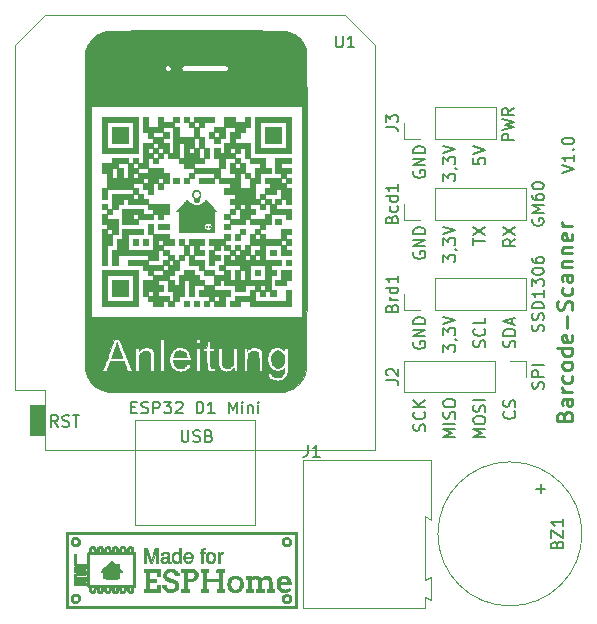
<source format=gbr>
G04 #@! TF.GenerationSoftware,KiCad,Pcbnew,(5.1.5)-3*
G04 #@! TF.CreationDate,2023-03-16T00:37:57+01:00*
G04 #@! TF.ProjectId,barcode_scanner,62617263-6f64-4655-9f73-63616e6e6572,rev?*
G04 #@! TF.SameCoordinates,Original*
G04 #@! TF.FileFunction,Legend,Top*
G04 #@! TF.FilePolarity,Positive*
%FSLAX46Y46*%
G04 Gerber Fmt 4.6, Leading zero omitted, Abs format (unit mm)*
G04 Created by KiCad (PCBNEW (5.1.5)-3) date 2023-03-16 00:37:57*
%MOMM*%
%LPD*%
G04 APERTURE LIST*
%ADD10C,0.150000*%
%ADD11C,0.250000*%
%ADD12C,0.010000*%
%ADD13C,0.120000*%
%ADD14C,0.100000*%
G04 APERTURE END LIST*
D10*
X188301380Y-89661809D02*
X189301380Y-89328476D01*
X188301380Y-88995142D01*
X189301380Y-88138000D02*
X189301380Y-88709428D01*
X189301380Y-88423714D02*
X188301380Y-88423714D01*
X188444238Y-88518952D01*
X188539476Y-88614190D01*
X188587095Y-88709428D01*
X189206142Y-87709428D02*
X189253761Y-87661809D01*
X189301380Y-87709428D01*
X189253761Y-87757047D01*
X189206142Y-87709428D01*
X189301380Y-87709428D01*
X188301380Y-87042761D02*
X188301380Y-86947523D01*
X188349000Y-86852285D01*
X188396619Y-86804666D01*
X188491857Y-86757047D01*
X188682333Y-86709428D01*
X188920428Y-86709428D01*
X189110904Y-86757047D01*
X189206142Y-86804666D01*
X189253761Y-86852285D01*
X189301380Y-86947523D01*
X189301380Y-87042761D01*
X189253761Y-87138000D01*
X189206142Y-87185619D01*
X189110904Y-87233238D01*
X188920428Y-87280857D01*
X188682333Y-87280857D01*
X188491857Y-87233238D01*
X188396619Y-87185619D01*
X188349000Y-87138000D01*
X188301380Y-87042761D01*
D11*
X188502142Y-110254857D02*
X188564047Y-110069142D01*
X188625952Y-110007238D01*
X188749761Y-109945333D01*
X188935476Y-109945333D01*
X189059285Y-110007238D01*
X189121190Y-110069142D01*
X189183095Y-110192952D01*
X189183095Y-110688190D01*
X187883095Y-110688190D01*
X187883095Y-110254857D01*
X187945000Y-110131047D01*
X188006904Y-110069142D01*
X188130714Y-110007238D01*
X188254523Y-110007238D01*
X188378333Y-110069142D01*
X188440238Y-110131047D01*
X188502142Y-110254857D01*
X188502142Y-110688190D01*
X189183095Y-108831047D02*
X188502142Y-108831047D01*
X188378333Y-108892952D01*
X188316428Y-109016761D01*
X188316428Y-109264380D01*
X188378333Y-109388190D01*
X189121190Y-108831047D02*
X189183095Y-108954857D01*
X189183095Y-109264380D01*
X189121190Y-109388190D01*
X188997380Y-109450095D01*
X188873571Y-109450095D01*
X188749761Y-109388190D01*
X188687857Y-109264380D01*
X188687857Y-108954857D01*
X188625952Y-108831047D01*
X189183095Y-108212000D02*
X188316428Y-108212000D01*
X188564047Y-108212000D02*
X188440238Y-108150095D01*
X188378333Y-108088190D01*
X188316428Y-107964380D01*
X188316428Y-107840571D01*
X189121190Y-106850095D02*
X189183095Y-106973904D01*
X189183095Y-107221523D01*
X189121190Y-107345333D01*
X189059285Y-107407238D01*
X188935476Y-107469142D01*
X188564047Y-107469142D01*
X188440238Y-107407238D01*
X188378333Y-107345333D01*
X188316428Y-107221523D01*
X188316428Y-106973904D01*
X188378333Y-106850095D01*
X189183095Y-106107238D02*
X189121190Y-106231047D01*
X189059285Y-106292952D01*
X188935476Y-106354857D01*
X188564047Y-106354857D01*
X188440238Y-106292952D01*
X188378333Y-106231047D01*
X188316428Y-106107238D01*
X188316428Y-105921523D01*
X188378333Y-105797714D01*
X188440238Y-105735809D01*
X188564047Y-105673904D01*
X188935476Y-105673904D01*
X189059285Y-105735809D01*
X189121190Y-105797714D01*
X189183095Y-105921523D01*
X189183095Y-106107238D01*
X189183095Y-104559619D02*
X187883095Y-104559619D01*
X189121190Y-104559619D02*
X189183095Y-104683428D01*
X189183095Y-104931047D01*
X189121190Y-105054857D01*
X189059285Y-105116761D01*
X188935476Y-105178666D01*
X188564047Y-105178666D01*
X188440238Y-105116761D01*
X188378333Y-105054857D01*
X188316428Y-104931047D01*
X188316428Y-104683428D01*
X188378333Y-104559619D01*
X189121190Y-103445333D02*
X189183095Y-103569142D01*
X189183095Y-103816761D01*
X189121190Y-103940571D01*
X188997380Y-104002476D01*
X188502142Y-104002476D01*
X188378333Y-103940571D01*
X188316428Y-103816761D01*
X188316428Y-103569142D01*
X188378333Y-103445333D01*
X188502142Y-103383428D01*
X188625952Y-103383428D01*
X188749761Y-104002476D01*
X188687857Y-102826285D02*
X188687857Y-101835809D01*
X189121190Y-101278666D02*
X189183095Y-101092952D01*
X189183095Y-100783428D01*
X189121190Y-100659619D01*
X189059285Y-100597714D01*
X188935476Y-100535809D01*
X188811666Y-100535809D01*
X188687857Y-100597714D01*
X188625952Y-100659619D01*
X188564047Y-100783428D01*
X188502142Y-101031047D01*
X188440238Y-101154857D01*
X188378333Y-101216761D01*
X188254523Y-101278666D01*
X188130714Y-101278666D01*
X188006904Y-101216761D01*
X187945000Y-101154857D01*
X187883095Y-101031047D01*
X187883095Y-100721523D01*
X187945000Y-100535809D01*
X189121190Y-99421523D02*
X189183095Y-99545333D01*
X189183095Y-99792952D01*
X189121190Y-99916761D01*
X189059285Y-99978666D01*
X188935476Y-100040571D01*
X188564047Y-100040571D01*
X188440238Y-99978666D01*
X188378333Y-99916761D01*
X188316428Y-99792952D01*
X188316428Y-99545333D01*
X188378333Y-99421523D01*
X189183095Y-98307238D02*
X188502142Y-98307238D01*
X188378333Y-98369142D01*
X188316428Y-98492952D01*
X188316428Y-98740571D01*
X188378333Y-98864380D01*
X189121190Y-98307238D02*
X189183095Y-98431047D01*
X189183095Y-98740571D01*
X189121190Y-98864380D01*
X188997380Y-98926285D01*
X188873571Y-98926285D01*
X188749761Y-98864380D01*
X188687857Y-98740571D01*
X188687857Y-98431047D01*
X188625952Y-98307238D01*
X188316428Y-97688190D02*
X189183095Y-97688190D01*
X188440238Y-97688190D02*
X188378333Y-97626285D01*
X188316428Y-97502476D01*
X188316428Y-97316761D01*
X188378333Y-97192952D01*
X188502142Y-97131047D01*
X189183095Y-97131047D01*
X188316428Y-96512000D02*
X189183095Y-96512000D01*
X188440238Y-96512000D02*
X188378333Y-96450095D01*
X188316428Y-96326285D01*
X188316428Y-96140571D01*
X188378333Y-96016761D01*
X188502142Y-95954857D01*
X189183095Y-95954857D01*
X189121190Y-94840571D02*
X189183095Y-94964380D01*
X189183095Y-95212000D01*
X189121190Y-95335809D01*
X188997380Y-95397714D01*
X188502142Y-95397714D01*
X188378333Y-95335809D01*
X188316428Y-95212000D01*
X188316428Y-94964380D01*
X188378333Y-94840571D01*
X188502142Y-94778666D01*
X188625952Y-94778666D01*
X188749761Y-95397714D01*
X189183095Y-94221523D02*
X188316428Y-94221523D01*
X188564047Y-94221523D02*
X188440238Y-94159619D01*
X188378333Y-94097714D01*
X188316428Y-93973904D01*
X188316428Y-93850095D01*
D10*
X151845047Y-109529571D02*
X152178380Y-109529571D01*
X152321238Y-110053380D02*
X151845047Y-110053380D01*
X151845047Y-109053380D01*
X152321238Y-109053380D01*
X152702190Y-110005761D02*
X152845047Y-110053380D01*
X153083142Y-110053380D01*
X153178380Y-110005761D01*
X153226000Y-109958142D01*
X153273619Y-109862904D01*
X153273619Y-109767666D01*
X153226000Y-109672428D01*
X153178380Y-109624809D01*
X153083142Y-109577190D01*
X152892666Y-109529571D01*
X152797428Y-109481952D01*
X152749809Y-109434333D01*
X152702190Y-109339095D01*
X152702190Y-109243857D01*
X152749809Y-109148619D01*
X152797428Y-109101000D01*
X152892666Y-109053380D01*
X153130761Y-109053380D01*
X153273619Y-109101000D01*
X153702190Y-110053380D02*
X153702190Y-109053380D01*
X154083142Y-109053380D01*
X154178380Y-109101000D01*
X154226000Y-109148619D01*
X154273619Y-109243857D01*
X154273619Y-109386714D01*
X154226000Y-109481952D01*
X154178380Y-109529571D01*
X154083142Y-109577190D01*
X153702190Y-109577190D01*
X154606952Y-109053380D02*
X155226000Y-109053380D01*
X154892666Y-109434333D01*
X155035523Y-109434333D01*
X155130761Y-109481952D01*
X155178380Y-109529571D01*
X155226000Y-109624809D01*
X155226000Y-109862904D01*
X155178380Y-109958142D01*
X155130761Y-110005761D01*
X155035523Y-110053380D01*
X154749809Y-110053380D01*
X154654571Y-110005761D01*
X154606952Y-109958142D01*
X155606952Y-109148619D02*
X155654571Y-109101000D01*
X155749809Y-109053380D01*
X155987904Y-109053380D01*
X156083142Y-109101000D01*
X156130761Y-109148619D01*
X156178380Y-109243857D01*
X156178380Y-109339095D01*
X156130761Y-109481952D01*
X155559333Y-110053380D01*
X156178380Y-110053380D01*
X157368857Y-110053380D02*
X157368857Y-109053380D01*
X157606952Y-109053380D01*
X157749809Y-109101000D01*
X157845047Y-109196238D01*
X157892666Y-109291476D01*
X157940285Y-109481952D01*
X157940285Y-109624809D01*
X157892666Y-109815285D01*
X157845047Y-109910523D01*
X157749809Y-110005761D01*
X157606952Y-110053380D01*
X157368857Y-110053380D01*
X158892666Y-110053380D02*
X158321238Y-110053380D01*
X158606952Y-110053380D02*
X158606952Y-109053380D01*
X158511714Y-109196238D01*
X158416476Y-109291476D01*
X158321238Y-109339095D01*
X160083142Y-110053380D02*
X160083142Y-109053380D01*
X160416476Y-109767666D01*
X160749809Y-109053380D01*
X160749809Y-110053380D01*
X161226000Y-110053380D02*
X161226000Y-109386714D01*
X161226000Y-109053380D02*
X161178380Y-109101000D01*
X161226000Y-109148619D01*
X161273619Y-109101000D01*
X161226000Y-109053380D01*
X161226000Y-109148619D01*
X161702190Y-109386714D02*
X161702190Y-110053380D01*
X161702190Y-109481952D02*
X161749809Y-109434333D01*
X161845047Y-109386714D01*
X161987904Y-109386714D01*
X162083142Y-109434333D01*
X162130761Y-109529571D01*
X162130761Y-110053380D01*
X162606952Y-110053380D02*
X162606952Y-109386714D01*
X162606952Y-109053380D02*
X162559333Y-109101000D01*
X162606952Y-109148619D01*
X162654571Y-109101000D01*
X162606952Y-109053380D01*
X162606952Y-109148619D01*
X186713761Y-107957809D02*
X186761380Y-107814952D01*
X186761380Y-107576857D01*
X186713761Y-107481619D01*
X186666142Y-107434000D01*
X186570904Y-107386380D01*
X186475666Y-107386380D01*
X186380428Y-107434000D01*
X186332809Y-107481619D01*
X186285190Y-107576857D01*
X186237571Y-107767333D01*
X186189952Y-107862571D01*
X186142333Y-107910190D01*
X186047095Y-107957809D01*
X185951857Y-107957809D01*
X185856619Y-107910190D01*
X185809000Y-107862571D01*
X185761380Y-107767333D01*
X185761380Y-107529238D01*
X185809000Y-107386380D01*
X186761380Y-106957809D02*
X185761380Y-106957809D01*
X185761380Y-106576857D01*
X185809000Y-106481619D01*
X185856619Y-106434000D01*
X185951857Y-106386380D01*
X186094714Y-106386380D01*
X186189952Y-106434000D01*
X186237571Y-106481619D01*
X186285190Y-106576857D01*
X186285190Y-106957809D01*
X186761380Y-105957809D02*
X185761380Y-105957809D01*
X184253142Y-109894666D02*
X184300761Y-109942285D01*
X184348380Y-110085142D01*
X184348380Y-110180380D01*
X184300761Y-110323238D01*
X184205523Y-110418476D01*
X184110285Y-110466095D01*
X183919809Y-110513714D01*
X183776952Y-110513714D01*
X183586476Y-110466095D01*
X183491238Y-110418476D01*
X183396000Y-110323238D01*
X183348380Y-110180380D01*
X183348380Y-110085142D01*
X183396000Y-109942285D01*
X183443619Y-109894666D01*
X184300761Y-109513714D02*
X184348380Y-109370857D01*
X184348380Y-109132761D01*
X184300761Y-109037523D01*
X184253142Y-108989904D01*
X184157904Y-108942285D01*
X184062666Y-108942285D01*
X183967428Y-108989904D01*
X183919809Y-109037523D01*
X183872190Y-109132761D01*
X183824571Y-109323238D01*
X183776952Y-109418476D01*
X183729333Y-109466095D01*
X183634095Y-109513714D01*
X183538857Y-109513714D01*
X183443619Y-109466095D01*
X183396000Y-109418476D01*
X183348380Y-109323238D01*
X183348380Y-109085142D01*
X183396000Y-108942285D01*
X181808380Y-112061428D02*
X180808380Y-112061428D01*
X181522666Y-111728095D01*
X180808380Y-111394761D01*
X181808380Y-111394761D01*
X180808380Y-110728095D02*
X180808380Y-110537619D01*
X180856000Y-110442380D01*
X180951238Y-110347142D01*
X181141714Y-110299523D01*
X181475047Y-110299523D01*
X181665523Y-110347142D01*
X181760761Y-110442380D01*
X181808380Y-110537619D01*
X181808380Y-110728095D01*
X181760761Y-110823333D01*
X181665523Y-110918571D01*
X181475047Y-110966190D01*
X181141714Y-110966190D01*
X180951238Y-110918571D01*
X180856000Y-110823333D01*
X180808380Y-110728095D01*
X181760761Y-109918571D02*
X181808380Y-109775714D01*
X181808380Y-109537619D01*
X181760761Y-109442380D01*
X181713142Y-109394761D01*
X181617904Y-109347142D01*
X181522666Y-109347142D01*
X181427428Y-109394761D01*
X181379809Y-109442380D01*
X181332190Y-109537619D01*
X181284571Y-109728095D01*
X181236952Y-109823333D01*
X181189333Y-109870952D01*
X181094095Y-109918571D01*
X180998857Y-109918571D01*
X180903619Y-109870952D01*
X180856000Y-109823333D01*
X180808380Y-109728095D01*
X180808380Y-109490000D01*
X180856000Y-109347142D01*
X181808380Y-108918571D02*
X180808380Y-108918571D01*
X184221380Y-86931333D02*
X183221380Y-86931333D01*
X183221380Y-86550380D01*
X183269000Y-86455142D01*
X183316619Y-86407523D01*
X183411857Y-86359904D01*
X183554714Y-86359904D01*
X183649952Y-86407523D01*
X183697571Y-86455142D01*
X183745190Y-86550380D01*
X183745190Y-86931333D01*
X183221380Y-86026571D02*
X184221380Y-85788476D01*
X183507095Y-85598000D01*
X184221380Y-85407523D01*
X183221380Y-85169428D01*
X184221380Y-84217047D02*
X183745190Y-84550380D01*
X184221380Y-84788476D02*
X183221380Y-84788476D01*
X183221380Y-84407523D01*
X183269000Y-84312285D01*
X183316619Y-84264666D01*
X183411857Y-84217047D01*
X183554714Y-84217047D01*
X183649952Y-84264666D01*
X183697571Y-84312285D01*
X183745190Y-84407523D01*
X183745190Y-84788476D01*
X179268380Y-112061428D02*
X178268380Y-112061428D01*
X178982666Y-111728095D01*
X178268380Y-111394761D01*
X179268380Y-111394761D01*
X179268380Y-110918571D02*
X178268380Y-110918571D01*
X179220761Y-110490000D02*
X179268380Y-110347142D01*
X179268380Y-110109047D01*
X179220761Y-110013809D01*
X179173142Y-109966190D01*
X179077904Y-109918571D01*
X178982666Y-109918571D01*
X178887428Y-109966190D01*
X178839809Y-110013809D01*
X178792190Y-110109047D01*
X178744571Y-110299523D01*
X178696952Y-110394761D01*
X178649333Y-110442380D01*
X178554095Y-110490000D01*
X178458857Y-110490000D01*
X178363619Y-110442380D01*
X178316000Y-110394761D01*
X178268380Y-110299523D01*
X178268380Y-110061428D01*
X178316000Y-109918571D01*
X178268380Y-109299523D02*
X178268380Y-109109047D01*
X178316000Y-109013809D01*
X178411238Y-108918571D01*
X178601714Y-108870952D01*
X178935047Y-108870952D01*
X179125523Y-108918571D01*
X179220761Y-109013809D01*
X179268380Y-109109047D01*
X179268380Y-109299523D01*
X179220761Y-109394761D01*
X179125523Y-109490000D01*
X178935047Y-109537619D01*
X178601714Y-109537619D01*
X178411238Y-109490000D01*
X178316000Y-109394761D01*
X178268380Y-109299523D01*
X176680761Y-111521714D02*
X176728380Y-111378857D01*
X176728380Y-111140761D01*
X176680761Y-111045523D01*
X176633142Y-110997904D01*
X176537904Y-110950285D01*
X176442666Y-110950285D01*
X176347428Y-110997904D01*
X176299809Y-111045523D01*
X176252190Y-111140761D01*
X176204571Y-111331238D01*
X176156952Y-111426476D01*
X176109333Y-111474095D01*
X176014095Y-111521714D01*
X175918857Y-111521714D01*
X175823619Y-111474095D01*
X175776000Y-111426476D01*
X175728380Y-111331238D01*
X175728380Y-111093142D01*
X175776000Y-110950285D01*
X176633142Y-109950285D02*
X176680761Y-109997904D01*
X176728380Y-110140761D01*
X176728380Y-110236000D01*
X176680761Y-110378857D01*
X176585523Y-110474095D01*
X176490285Y-110521714D01*
X176299809Y-110569333D01*
X176156952Y-110569333D01*
X175966476Y-110521714D01*
X175871238Y-110474095D01*
X175776000Y-110378857D01*
X175728380Y-110236000D01*
X175728380Y-110140761D01*
X175776000Y-109997904D01*
X175823619Y-109950285D01*
X176728380Y-109521714D02*
X175728380Y-109521714D01*
X176728380Y-108950285D02*
X176156952Y-109378857D01*
X175728380Y-108950285D02*
X176299809Y-109521714D01*
X184300761Y-104465285D02*
X184348380Y-104322428D01*
X184348380Y-104084333D01*
X184300761Y-103989095D01*
X184253142Y-103941476D01*
X184157904Y-103893857D01*
X184062666Y-103893857D01*
X183967428Y-103941476D01*
X183919809Y-103989095D01*
X183872190Y-104084333D01*
X183824571Y-104274809D01*
X183776952Y-104370047D01*
X183729333Y-104417666D01*
X183634095Y-104465285D01*
X183538857Y-104465285D01*
X183443619Y-104417666D01*
X183396000Y-104370047D01*
X183348380Y-104274809D01*
X183348380Y-104036714D01*
X183396000Y-103893857D01*
X184348380Y-103465285D02*
X183348380Y-103465285D01*
X183348380Y-103227190D01*
X183396000Y-103084333D01*
X183491238Y-102989095D01*
X183586476Y-102941476D01*
X183776952Y-102893857D01*
X183919809Y-102893857D01*
X184110285Y-102941476D01*
X184205523Y-102989095D01*
X184300761Y-103084333D01*
X184348380Y-103227190D01*
X184348380Y-103465285D01*
X184062666Y-102512904D02*
X184062666Y-102036714D01*
X184348380Y-102608142D02*
X183348380Y-102274809D01*
X184348380Y-101941476D01*
X181760761Y-104441476D02*
X181808380Y-104298619D01*
X181808380Y-104060523D01*
X181760761Y-103965285D01*
X181713142Y-103917666D01*
X181617904Y-103870047D01*
X181522666Y-103870047D01*
X181427428Y-103917666D01*
X181379809Y-103965285D01*
X181332190Y-104060523D01*
X181284571Y-104251000D01*
X181236952Y-104346238D01*
X181189333Y-104393857D01*
X181094095Y-104441476D01*
X180998857Y-104441476D01*
X180903619Y-104393857D01*
X180856000Y-104346238D01*
X180808380Y-104251000D01*
X180808380Y-104012904D01*
X180856000Y-103870047D01*
X181713142Y-102870047D02*
X181760761Y-102917666D01*
X181808380Y-103060523D01*
X181808380Y-103155761D01*
X181760761Y-103298619D01*
X181665523Y-103393857D01*
X181570285Y-103441476D01*
X181379809Y-103489095D01*
X181236952Y-103489095D01*
X181046476Y-103441476D01*
X180951238Y-103393857D01*
X180856000Y-103298619D01*
X180808380Y-103155761D01*
X180808380Y-103060523D01*
X180856000Y-102917666D01*
X180903619Y-102870047D01*
X181808380Y-101965285D02*
X181808380Y-102441476D01*
X180808380Y-102441476D01*
X178268380Y-104854190D02*
X178268380Y-104235142D01*
X178649333Y-104568476D01*
X178649333Y-104425619D01*
X178696952Y-104330380D01*
X178744571Y-104282761D01*
X178839809Y-104235142D01*
X179077904Y-104235142D01*
X179173142Y-104282761D01*
X179220761Y-104330380D01*
X179268380Y-104425619D01*
X179268380Y-104711333D01*
X179220761Y-104806571D01*
X179173142Y-104854190D01*
X179220761Y-103758952D02*
X179268380Y-103758952D01*
X179363619Y-103806571D01*
X179411238Y-103854190D01*
X178268380Y-103425619D02*
X178268380Y-102806571D01*
X178649333Y-103139904D01*
X178649333Y-102997047D01*
X178696952Y-102901809D01*
X178744571Y-102854190D01*
X178839809Y-102806571D01*
X179077904Y-102806571D01*
X179173142Y-102854190D01*
X179220761Y-102901809D01*
X179268380Y-102997047D01*
X179268380Y-103282761D01*
X179220761Y-103378000D01*
X179173142Y-103425619D01*
X178268380Y-102520857D02*
X179268380Y-102187523D01*
X178268380Y-101854190D01*
X175776000Y-104012904D02*
X175728380Y-104108142D01*
X175728380Y-104251000D01*
X175776000Y-104393857D01*
X175871238Y-104489095D01*
X175966476Y-104536714D01*
X176156952Y-104584333D01*
X176299809Y-104584333D01*
X176490285Y-104536714D01*
X176585523Y-104489095D01*
X176680761Y-104393857D01*
X176728380Y-104251000D01*
X176728380Y-104155761D01*
X176680761Y-104012904D01*
X176633142Y-103965285D01*
X176299809Y-103965285D01*
X176299809Y-104155761D01*
X176728380Y-103536714D02*
X175728380Y-103536714D01*
X176728380Y-102965285D01*
X175728380Y-102965285D01*
X176728380Y-102489095D02*
X175728380Y-102489095D01*
X175728380Y-102251000D01*
X175776000Y-102108142D01*
X175871238Y-102012904D01*
X175966476Y-101965285D01*
X176156952Y-101917666D01*
X176299809Y-101917666D01*
X176490285Y-101965285D01*
X176585523Y-102012904D01*
X176680761Y-102108142D01*
X176728380Y-102251000D01*
X176728380Y-102489095D01*
X184348380Y-95289666D02*
X183872190Y-95623000D01*
X184348380Y-95861095D02*
X183348380Y-95861095D01*
X183348380Y-95480142D01*
X183396000Y-95384904D01*
X183443619Y-95337285D01*
X183538857Y-95289666D01*
X183681714Y-95289666D01*
X183776952Y-95337285D01*
X183824571Y-95384904D01*
X183872190Y-95480142D01*
X183872190Y-95861095D01*
X183348380Y-94956333D02*
X184348380Y-94289666D01*
X183348380Y-94289666D02*
X184348380Y-94956333D01*
X180808380Y-95757904D02*
X180808380Y-95186476D01*
X181808380Y-95472190D02*
X180808380Y-95472190D01*
X180808380Y-94948380D02*
X181808380Y-94281714D01*
X180808380Y-94281714D02*
X181808380Y-94948380D01*
X178268380Y-97234190D02*
X178268380Y-96615142D01*
X178649333Y-96948476D01*
X178649333Y-96805619D01*
X178696952Y-96710380D01*
X178744571Y-96662761D01*
X178839809Y-96615142D01*
X179077904Y-96615142D01*
X179173142Y-96662761D01*
X179220761Y-96710380D01*
X179268380Y-96805619D01*
X179268380Y-97091333D01*
X179220761Y-97186571D01*
X179173142Y-97234190D01*
X179220761Y-96138952D02*
X179268380Y-96138952D01*
X179363619Y-96186571D01*
X179411238Y-96234190D01*
X178268380Y-95805619D02*
X178268380Y-95186571D01*
X178649333Y-95519904D01*
X178649333Y-95377047D01*
X178696952Y-95281809D01*
X178744571Y-95234190D01*
X178839809Y-95186571D01*
X179077904Y-95186571D01*
X179173142Y-95234190D01*
X179220761Y-95281809D01*
X179268380Y-95377047D01*
X179268380Y-95662761D01*
X179220761Y-95758000D01*
X179173142Y-95805619D01*
X178268380Y-94900857D02*
X179268380Y-94567523D01*
X178268380Y-94234190D01*
X175776000Y-96392904D02*
X175728380Y-96488142D01*
X175728380Y-96631000D01*
X175776000Y-96773857D01*
X175871238Y-96869095D01*
X175966476Y-96916714D01*
X176156952Y-96964333D01*
X176299809Y-96964333D01*
X176490285Y-96916714D01*
X176585523Y-96869095D01*
X176680761Y-96773857D01*
X176728380Y-96631000D01*
X176728380Y-96535761D01*
X176680761Y-96392904D01*
X176633142Y-96345285D01*
X176299809Y-96345285D01*
X176299809Y-96535761D01*
X176728380Y-95916714D02*
X175728380Y-95916714D01*
X176728380Y-95345285D01*
X175728380Y-95345285D01*
X176728380Y-94869095D02*
X175728380Y-94869095D01*
X175728380Y-94631000D01*
X175776000Y-94488142D01*
X175871238Y-94392904D01*
X175966476Y-94345285D01*
X176156952Y-94297666D01*
X176299809Y-94297666D01*
X176490285Y-94345285D01*
X176585523Y-94392904D01*
X176680761Y-94488142D01*
X176728380Y-94631000D01*
X176728380Y-94869095D01*
X186713761Y-103115666D02*
X186761380Y-102972809D01*
X186761380Y-102734714D01*
X186713761Y-102639476D01*
X186666142Y-102591857D01*
X186570904Y-102544238D01*
X186475666Y-102544238D01*
X186380428Y-102591857D01*
X186332809Y-102639476D01*
X186285190Y-102734714D01*
X186237571Y-102925190D01*
X186189952Y-103020428D01*
X186142333Y-103068047D01*
X186047095Y-103115666D01*
X185951857Y-103115666D01*
X185856619Y-103068047D01*
X185809000Y-103020428D01*
X185761380Y-102925190D01*
X185761380Y-102687095D01*
X185809000Y-102544238D01*
X186713761Y-102163285D02*
X186761380Y-102020428D01*
X186761380Y-101782333D01*
X186713761Y-101687095D01*
X186666142Y-101639476D01*
X186570904Y-101591857D01*
X186475666Y-101591857D01*
X186380428Y-101639476D01*
X186332809Y-101687095D01*
X186285190Y-101782333D01*
X186237571Y-101972809D01*
X186189952Y-102068047D01*
X186142333Y-102115666D01*
X186047095Y-102163285D01*
X185951857Y-102163285D01*
X185856619Y-102115666D01*
X185809000Y-102068047D01*
X185761380Y-101972809D01*
X185761380Y-101734714D01*
X185809000Y-101591857D01*
X186761380Y-101163285D02*
X185761380Y-101163285D01*
X185761380Y-100925190D01*
X185809000Y-100782333D01*
X185904238Y-100687095D01*
X185999476Y-100639476D01*
X186189952Y-100591857D01*
X186332809Y-100591857D01*
X186523285Y-100639476D01*
X186618523Y-100687095D01*
X186713761Y-100782333D01*
X186761380Y-100925190D01*
X186761380Y-101163285D01*
X186761380Y-99639476D02*
X186761380Y-100210904D01*
X186761380Y-99925190D02*
X185761380Y-99925190D01*
X185904238Y-100020428D01*
X185999476Y-100115666D01*
X186047095Y-100210904D01*
X185761380Y-99306142D02*
X185761380Y-98687095D01*
X186142333Y-99020428D01*
X186142333Y-98877571D01*
X186189952Y-98782333D01*
X186237571Y-98734714D01*
X186332809Y-98687095D01*
X186570904Y-98687095D01*
X186666142Y-98734714D01*
X186713761Y-98782333D01*
X186761380Y-98877571D01*
X186761380Y-99163285D01*
X186713761Y-99258523D01*
X186666142Y-99306142D01*
X185761380Y-98068047D02*
X185761380Y-97972809D01*
X185809000Y-97877571D01*
X185856619Y-97829952D01*
X185951857Y-97782333D01*
X186142333Y-97734714D01*
X186380428Y-97734714D01*
X186570904Y-97782333D01*
X186666142Y-97829952D01*
X186713761Y-97877571D01*
X186761380Y-97972809D01*
X186761380Y-98068047D01*
X186713761Y-98163285D01*
X186666142Y-98210904D01*
X186570904Y-98258523D01*
X186380428Y-98306142D01*
X186142333Y-98306142D01*
X185951857Y-98258523D01*
X185856619Y-98210904D01*
X185809000Y-98163285D01*
X185761380Y-98068047D01*
X185761380Y-96877571D02*
X185761380Y-97068047D01*
X185809000Y-97163285D01*
X185856619Y-97210904D01*
X185999476Y-97306142D01*
X186189952Y-97353761D01*
X186570904Y-97353761D01*
X186666142Y-97306142D01*
X186713761Y-97258523D01*
X186761380Y-97163285D01*
X186761380Y-96972809D01*
X186713761Y-96877571D01*
X186666142Y-96829952D01*
X186570904Y-96782333D01*
X186332809Y-96782333D01*
X186237571Y-96829952D01*
X186189952Y-96877571D01*
X186142333Y-96972809D01*
X186142333Y-97163285D01*
X186189952Y-97258523D01*
X186237571Y-97306142D01*
X186332809Y-97353761D01*
X185809000Y-93590904D02*
X185761380Y-93686142D01*
X185761380Y-93829000D01*
X185809000Y-93971857D01*
X185904238Y-94067095D01*
X185999476Y-94114714D01*
X186189952Y-94162333D01*
X186332809Y-94162333D01*
X186523285Y-94114714D01*
X186618523Y-94067095D01*
X186713761Y-93971857D01*
X186761380Y-93829000D01*
X186761380Y-93733761D01*
X186713761Y-93590904D01*
X186666142Y-93543285D01*
X186332809Y-93543285D01*
X186332809Y-93733761D01*
X186761380Y-93114714D02*
X185761380Y-93114714D01*
X186475666Y-92781380D01*
X185761380Y-92448047D01*
X186761380Y-92448047D01*
X185761380Y-91543285D02*
X185761380Y-91733761D01*
X185809000Y-91829000D01*
X185856619Y-91876619D01*
X185999476Y-91971857D01*
X186189952Y-92019476D01*
X186570904Y-92019476D01*
X186666142Y-91971857D01*
X186713761Y-91924238D01*
X186761380Y-91829000D01*
X186761380Y-91638523D01*
X186713761Y-91543285D01*
X186666142Y-91495666D01*
X186570904Y-91448047D01*
X186332809Y-91448047D01*
X186237571Y-91495666D01*
X186189952Y-91543285D01*
X186142333Y-91638523D01*
X186142333Y-91829000D01*
X186189952Y-91924238D01*
X186237571Y-91971857D01*
X186332809Y-92019476D01*
X185761380Y-90829000D02*
X185761380Y-90733761D01*
X185809000Y-90638523D01*
X185856619Y-90590904D01*
X185951857Y-90543285D01*
X186142333Y-90495666D01*
X186380428Y-90495666D01*
X186570904Y-90543285D01*
X186666142Y-90590904D01*
X186713761Y-90638523D01*
X186761380Y-90733761D01*
X186761380Y-90829000D01*
X186713761Y-90924238D01*
X186666142Y-90971857D01*
X186570904Y-91019476D01*
X186380428Y-91067095D01*
X186142333Y-91067095D01*
X185951857Y-91019476D01*
X185856619Y-90971857D01*
X185809000Y-90924238D01*
X185761380Y-90829000D01*
X180808380Y-88455476D02*
X180808380Y-88931666D01*
X181284571Y-88979285D01*
X181236952Y-88931666D01*
X181189333Y-88836428D01*
X181189333Y-88598333D01*
X181236952Y-88503095D01*
X181284571Y-88455476D01*
X181379809Y-88407857D01*
X181617904Y-88407857D01*
X181713142Y-88455476D01*
X181760761Y-88503095D01*
X181808380Y-88598333D01*
X181808380Y-88836428D01*
X181760761Y-88931666D01*
X181713142Y-88979285D01*
X180808380Y-88122142D02*
X181808380Y-87788809D01*
X180808380Y-87455476D01*
X178268380Y-90376190D02*
X178268380Y-89757142D01*
X178649333Y-90090476D01*
X178649333Y-89947619D01*
X178696952Y-89852380D01*
X178744571Y-89804761D01*
X178839809Y-89757142D01*
X179077904Y-89757142D01*
X179173142Y-89804761D01*
X179220761Y-89852380D01*
X179268380Y-89947619D01*
X179268380Y-90233333D01*
X179220761Y-90328571D01*
X179173142Y-90376190D01*
X179220761Y-89280952D02*
X179268380Y-89280952D01*
X179363619Y-89328571D01*
X179411238Y-89376190D01*
X178268380Y-88947619D02*
X178268380Y-88328571D01*
X178649333Y-88661904D01*
X178649333Y-88519047D01*
X178696952Y-88423809D01*
X178744571Y-88376190D01*
X178839809Y-88328571D01*
X179077904Y-88328571D01*
X179173142Y-88376190D01*
X179220761Y-88423809D01*
X179268380Y-88519047D01*
X179268380Y-88804761D01*
X179220761Y-88900000D01*
X179173142Y-88947619D01*
X178268380Y-88042857D02*
X179268380Y-87709523D01*
X178268380Y-87376190D01*
X175776000Y-89534904D02*
X175728380Y-89630142D01*
X175728380Y-89773000D01*
X175776000Y-89915857D01*
X175871238Y-90011095D01*
X175966476Y-90058714D01*
X176156952Y-90106333D01*
X176299809Y-90106333D01*
X176490285Y-90058714D01*
X176585523Y-90011095D01*
X176680761Y-89915857D01*
X176728380Y-89773000D01*
X176728380Y-89677761D01*
X176680761Y-89534904D01*
X176633142Y-89487285D01*
X176299809Y-89487285D01*
X176299809Y-89677761D01*
X176728380Y-89058714D02*
X175728380Y-89058714D01*
X176728380Y-88487285D01*
X175728380Y-88487285D01*
X176728380Y-88011095D02*
X175728380Y-88011095D01*
X175728380Y-87773000D01*
X175776000Y-87630142D01*
X175871238Y-87534904D01*
X175966476Y-87487285D01*
X176156952Y-87439666D01*
X176299809Y-87439666D01*
X176490285Y-87487285D01*
X176585523Y-87534904D01*
X176680761Y-87630142D01*
X176728380Y-87773000D01*
X176728380Y-88011095D01*
D12*
G36*
X164477700Y-87122000D02*
G01*
X163182300Y-87122000D01*
X163182300Y-85826600D01*
X164477700Y-85826600D01*
X164477700Y-87122000D01*
G37*
X164477700Y-87122000D02*
X163182300Y-87122000D01*
X163182300Y-85826600D01*
X164477700Y-85826600D01*
X164477700Y-87122000D01*
G36*
X151523700Y-87122000D02*
G01*
X150228300Y-87122000D01*
X150228300Y-85826600D01*
X151523700Y-85826600D01*
X151523700Y-87122000D01*
G37*
X151523700Y-87122000D02*
X150228300Y-87122000D01*
X150228300Y-85826600D01*
X151523700Y-85826600D01*
X151523700Y-87122000D01*
G36*
X157638750Y-93313250D02*
G01*
X157345819Y-93316653D01*
X157261998Y-93317261D01*
X157186779Y-93317108D01*
X157123844Y-93316260D01*
X157076874Y-93314781D01*
X157049549Y-93312736D01*
X157044194Y-93311361D01*
X157036720Y-93292463D01*
X157035500Y-93279383D01*
X157036828Y-93272077D01*
X157042793Y-93266479D01*
X157056366Y-93262364D01*
X157080517Y-93259504D01*
X157118217Y-93257674D01*
X157172435Y-93256648D01*
X157246144Y-93256198D01*
X157341183Y-93256100D01*
X157646866Y-93256100D01*
X157638750Y-93313250D01*
G37*
X157638750Y-93313250D02*
X157345819Y-93316653D01*
X157261998Y-93317261D01*
X157186779Y-93317108D01*
X157123844Y-93316260D01*
X157076874Y-93314781D01*
X157049549Y-93312736D01*
X157044194Y-93311361D01*
X157036720Y-93292463D01*
X157035500Y-93279383D01*
X157036828Y-93272077D01*
X157042793Y-93266479D01*
X157056366Y-93262364D01*
X157080517Y-93259504D01*
X157118217Y-93257674D01*
X157172435Y-93256648D01*
X157246144Y-93256198D01*
X157341183Y-93256100D01*
X157646866Y-93256100D01*
X157638750Y-93313250D01*
G36*
X157638750Y-93389450D02*
G01*
X157646866Y-93446600D01*
X157035500Y-93446600D01*
X157035500Y-93382640D01*
X157638750Y-93389450D01*
G37*
X157638750Y-93389450D02*
X157646866Y-93446600D01*
X157035500Y-93446600D01*
X157035500Y-93382640D01*
X157638750Y-93389450D01*
G36*
X157638750Y-93529150D02*
G01*
X157646866Y-93586300D01*
X157035500Y-93586300D01*
X157035500Y-93522340D01*
X157638750Y-93529150D01*
G37*
X157638750Y-93529150D02*
X157646866Y-93586300D01*
X157035500Y-93586300D01*
X157035500Y-93522340D01*
X157638750Y-93529150D01*
G36*
X157638750Y-93719650D02*
G01*
X157337125Y-93723054D01*
X157035500Y-93726459D01*
X157035500Y-93662500D01*
X157646866Y-93662500D01*
X157638750Y-93719650D01*
G37*
X157638750Y-93719650D02*
X157337125Y-93723054D01*
X157035500Y-93726459D01*
X157035500Y-93662500D01*
X157646866Y-93662500D01*
X157638750Y-93719650D01*
G36*
X158461843Y-94175665D02*
G01*
X158476082Y-94195319D01*
X158478126Y-94202414D01*
X158477332Y-94238065D01*
X158459050Y-94263719D01*
X158432500Y-94272100D01*
X158405812Y-94262940D01*
X158394536Y-94253214D01*
X158385050Y-94225766D01*
X158386873Y-94202414D01*
X158398934Y-94178618D01*
X158424081Y-94170722D01*
X158432500Y-94170500D01*
X158461843Y-94175665D01*
G37*
X158461843Y-94175665D02*
X158476082Y-94195319D01*
X158478126Y-94202414D01*
X158477332Y-94238065D01*
X158459050Y-94263719D01*
X158432500Y-94272100D01*
X158405812Y-94262940D01*
X158394536Y-94253214D01*
X158385050Y-94225766D01*
X158386873Y-94202414D01*
X158398934Y-94178618D01*
X158424081Y-94170722D01*
X158432500Y-94170500D01*
X158461843Y-94175665D01*
G36*
X158229789Y-94173322D02*
G01*
X158244139Y-94185992D01*
X158249332Y-94201642D01*
X158248827Y-94236336D01*
X158232561Y-94261287D01*
X158207152Y-94272335D01*
X158179220Y-94265322D01*
X158166380Y-94253749D01*
X158155818Y-94227037D01*
X158155300Y-94206124D01*
X158164890Y-94184079D01*
X158190059Y-94174177D01*
X158200289Y-94172902D01*
X158229789Y-94173322D01*
G37*
X158229789Y-94173322D02*
X158244139Y-94185992D01*
X158249332Y-94201642D01*
X158248827Y-94236336D01*
X158232561Y-94261287D01*
X158207152Y-94272335D01*
X158179220Y-94265322D01*
X158166380Y-94253749D01*
X158155818Y-94227037D01*
X158155300Y-94206124D01*
X158164890Y-94184079D01*
X158190059Y-94174177D01*
X158200289Y-94172902D01*
X158229789Y-94173322D01*
G36*
X151523700Y-100076000D02*
G01*
X150228300Y-100076000D01*
X150228300Y-98780600D01*
X151523700Y-98780600D01*
X151523700Y-100076000D01*
G37*
X151523700Y-100076000D02*
X150228300Y-100076000D01*
X150228300Y-98780600D01*
X151523700Y-98780600D01*
X151523700Y-100076000D01*
G36*
X162763200Y-98361500D02*
G01*
X162318700Y-98361500D01*
X162318700Y-97917000D01*
X162763200Y-97917000D01*
X162763200Y-98361500D01*
G37*
X162763200Y-98361500D02*
X162318700Y-98361500D01*
X162318700Y-97917000D01*
X162763200Y-97917000D01*
X162763200Y-98361500D01*
G36*
X165341300Y-87985600D02*
G01*
X162318700Y-87985600D01*
X162318700Y-85394800D01*
X162750500Y-85394800D01*
X162750500Y-87553800D01*
X164909500Y-87553800D01*
X164909500Y-85394800D01*
X162750500Y-85394800D01*
X162318700Y-85394800D01*
X162318700Y-84963000D01*
X165341300Y-84963000D01*
X165341300Y-87985600D01*
G37*
X165341300Y-87985600D02*
X162318700Y-87985600D01*
X162318700Y-85394800D01*
X162750500Y-85394800D01*
X162750500Y-87553800D01*
X164909500Y-87553800D01*
X164909500Y-85394800D01*
X162750500Y-85394800D01*
X162318700Y-85394800D01*
X162318700Y-84963000D01*
X165341300Y-84963000D01*
X165341300Y-87985600D01*
G36*
X152387300Y-87985600D02*
G01*
X149364700Y-87985600D01*
X149364700Y-85394800D01*
X149796500Y-85394800D01*
X149796500Y-87553800D01*
X151955500Y-87553800D01*
X151955500Y-85394800D01*
X149796500Y-85394800D01*
X149364700Y-85394800D01*
X149364700Y-84963000D01*
X152387300Y-84963000D01*
X152387300Y-87985600D01*
G37*
X152387300Y-87985600D02*
X149364700Y-87985600D01*
X149364700Y-85394800D01*
X149796500Y-85394800D01*
X149796500Y-87553800D01*
X151955500Y-87553800D01*
X151955500Y-85394800D01*
X149796500Y-85394800D01*
X149364700Y-85394800D01*
X149364700Y-84963000D01*
X152387300Y-84963000D01*
X152387300Y-87985600D01*
G36*
X155854400Y-90589100D02*
G01*
X155409900Y-90589100D01*
X155409900Y-90144600D01*
X155854400Y-90144600D01*
X155854400Y-90589100D01*
G37*
X155854400Y-90589100D02*
X155409900Y-90589100D01*
X155409900Y-90144600D01*
X155854400Y-90144600D01*
X155854400Y-90589100D01*
G36*
X157431606Y-91146423D02*
G01*
X157514199Y-91179594D01*
X157584877Y-91235080D01*
X157644022Y-91313125D01*
X157660070Y-91341928D01*
X157675059Y-91376823D01*
X157683689Y-91415243D01*
X157687412Y-91465620D01*
X157687896Y-91503500D01*
X157683342Y-91583643D01*
X157667573Y-91648450D01*
X157637424Y-91706672D01*
X157594642Y-91761519D01*
X157578664Y-91780765D01*
X157567866Y-91798993D01*
X157561077Y-91821717D01*
X157557125Y-91854449D01*
X157554842Y-91902701D01*
X157553445Y-91955548D01*
X157549850Y-92106750D01*
X157508575Y-92110729D01*
X157479549Y-92116926D01*
X157468439Y-92131871D01*
X157467300Y-92145654D01*
X157466437Y-92159698D01*
X157460760Y-92168682D01*
X157445629Y-92173737D01*
X157416409Y-92175993D01*
X157368462Y-92176579D01*
X157340300Y-92176600D01*
X157213300Y-92176600D01*
X157213300Y-92144850D01*
X157208990Y-92121865D01*
X157190927Y-92113707D01*
X157176558Y-92113100D01*
X157145626Y-92106433D01*
X157132108Y-92093011D01*
X157128927Y-92072501D01*
X157126644Y-92036900D01*
X157187900Y-92036900D01*
X157200104Y-92042466D01*
X157234794Y-92046586D01*
X157289083Y-92049022D01*
X157341049Y-92049600D01*
X157411301Y-92048607D01*
X157459205Y-92045697D01*
X157483632Y-92040967D01*
X157486350Y-92036900D01*
X157470897Y-92031604D01*
X157434805Y-92027467D01*
X157382822Y-92024884D01*
X157333200Y-92024200D01*
X157268443Y-92025263D01*
X157220817Y-92028275D01*
X157193412Y-92032964D01*
X157187900Y-92036900D01*
X157126644Y-92036900D01*
X157126384Y-92032853D01*
X157124789Y-91980326D01*
X157124400Y-91936637D01*
X157124394Y-91934896D01*
X157187900Y-91934896D01*
X157189305Y-91945757D01*
X157196324Y-91953050D01*
X157213157Y-91957484D01*
X157244005Y-91959764D01*
X157293070Y-91960598D01*
X157341231Y-91960700D01*
X157405905Y-91960392D01*
X157449194Y-91959072D01*
X157475105Y-91956141D01*
X157487650Y-91951001D01*
X157490838Y-91943055D01*
X157490302Y-91938475D01*
X157485612Y-91928822D01*
X157473065Y-91922155D01*
X157448398Y-91917754D01*
X157407349Y-91914903D01*
X157345656Y-91912884D01*
X157336971Y-91912671D01*
X157273532Y-91911377D01*
X157231216Y-91911538D01*
X157205762Y-91913790D01*
X157192906Y-91918768D01*
X157188387Y-91927108D01*
X157187900Y-91934896D01*
X157124394Y-91934896D01*
X157124172Y-91876295D01*
X157122629Y-91835644D01*
X157118478Y-91808975D01*
X157110424Y-91790578D01*
X157097176Y-91774745D01*
X157085091Y-91763051D01*
X157040187Y-91710466D01*
X157010882Y-91650314D01*
X156995248Y-91577128D01*
X156991608Y-91503998D01*
X157048200Y-91503998D01*
X157059695Y-91593541D01*
X157093781Y-91672239D01*
X157142041Y-91731416D01*
X157176320Y-91772487D01*
X157187885Y-91809469D01*
X157187900Y-91810791D01*
X157187900Y-91846400D01*
X157492700Y-91846400D01*
X157492700Y-91806952D01*
X157503575Y-91765347D01*
X157524458Y-91742523D01*
X157549510Y-91716812D01*
X157577675Y-91679372D01*
X157591133Y-91658146D01*
X157610079Y-91621880D01*
X157620719Y-91587577D01*
X157625280Y-91545318D01*
X157626050Y-91502504D01*
X157624789Y-91449233D01*
X157619410Y-91411419D01*
X157607515Y-91379179D01*
X157587649Y-91344146D01*
X157535022Y-91276140D01*
X157473902Y-91230919D01*
X157400863Y-91206378D01*
X157354526Y-91200943D01*
X157299300Y-91200013D01*
X157258738Y-91205717D01*
X157222613Y-91219614D01*
X157218548Y-91221671D01*
X157144935Y-91272792D01*
X157091182Y-91339132D01*
X157058534Y-91418626D01*
X157048200Y-91503998D01*
X156991608Y-91503998D01*
X156991267Y-91497150D01*
X156995069Y-91418526D01*
X157008259Y-91356921D01*
X157034031Y-91304717D01*
X157075577Y-91254301D01*
X157105046Y-91225735D01*
X157163022Y-91178910D01*
X157218747Y-91150795D01*
X157281834Y-91137640D01*
X157336717Y-91135324D01*
X157431606Y-91146423D01*
G37*
X157431606Y-91146423D02*
X157514199Y-91179594D01*
X157584877Y-91235080D01*
X157644022Y-91313125D01*
X157660070Y-91341928D01*
X157675059Y-91376823D01*
X157683689Y-91415243D01*
X157687412Y-91465620D01*
X157687896Y-91503500D01*
X157683342Y-91583643D01*
X157667573Y-91648450D01*
X157637424Y-91706672D01*
X157594642Y-91761519D01*
X157578664Y-91780765D01*
X157567866Y-91798993D01*
X157561077Y-91821717D01*
X157557125Y-91854449D01*
X157554842Y-91902701D01*
X157553445Y-91955548D01*
X157549850Y-92106750D01*
X157508575Y-92110729D01*
X157479549Y-92116926D01*
X157468439Y-92131871D01*
X157467300Y-92145654D01*
X157466437Y-92159698D01*
X157460760Y-92168682D01*
X157445629Y-92173737D01*
X157416409Y-92175993D01*
X157368462Y-92176579D01*
X157340300Y-92176600D01*
X157213300Y-92176600D01*
X157213300Y-92144850D01*
X157208990Y-92121865D01*
X157190927Y-92113707D01*
X157176558Y-92113100D01*
X157145626Y-92106433D01*
X157132108Y-92093011D01*
X157128927Y-92072501D01*
X157126644Y-92036900D01*
X157187900Y-92036900D01*
X157200104Y-92042466D01*
X157234794Y-92046586D01*
X157289083Y-92049022D01*
X157341049Y-92049600D01*
X157411301Y-92048607D01*
X157459205Y-92045697D01*
X157483632Y-92040967D01*
X157486350Y-92036900D01*
X157470897Y-92031604D01*
X157434805Y-92027467D01*
X157382822Y-92024884D01*
X157333200Y-92024200D01*
X157268443Y-92025263D01*
X157220817Y-92028275D01*
X157193412Y-92032964D01*
X157187900Y-92036900D01*
X157126644Y-92036900D01*
X157126384Y-92032853D01*
X157124789Y-91980326D01*
X157124400Y-91936637D01*
X157124394Y-91934896D01*
X157187900Y-91934896D01*
X157189305Y-91945757D01*
X157196324Y-91953050D01*
X157213157Y-91957484D01*
X157244005Y-91959764D01*
X157293070Y-91960598D01*
X157341231Y-91960700D01*
X157405905Y-91960392D01*
X157449194Y-91959072D01*
X157475105Y-91956141D01*
X157487650Y-91951001D01*
X157490838Y-91943055D01*
X157490302Y-91938475D01*
X157485612Y-91928822D01*
X157473065Y-91922155D01*
X157448398Y-91917754D01*
X157407349Y-91914903D01*
X157345656Y-91912884D01*
X157336971Y-91912671D01*
X157273532Y-91911377D01*
X157231216Y-91911538D01*
X157205762Y-91913790D01*
X157192906Y-91918768D01*
X157188387Y-91927108D01*
X157187900Y-91934896D01*
X157124394Y-91934896D01*
X157124172Y-91876295D01*
X157122629Y-91835644D01*
X157118478Y-91808975D01*
X157110424Y-91790578D01*
X157097176Y-91774745D01*
X157085091Y-91763051D01*
X157040187Y-91710466D01*
X157010882Y-91650314D01*
X156995248Y-91577128D01*
X156991608Y-91503998D01*
X157048200Y-91503998D01*
X157059695Y-91593541D01*
X157093781Y-91672239D01*
X157142041Y-91731416D01*
X157176320Y-91772487D01*
X157187885Y-91809469D01*
X157187900Y-91810791D01*
X157187900Y-91846400D01*
X157492700Y-91846400D01*
X157492700Y-91806952D01*
X157503575Y-91765347D01*
X157524458Y-91742523D01*
X157549510Y-91716812D01*
X157577675Y-91679372D01*
X157591133Y-91658146D01*
X157610079Y-91621880D01*
X157620719Y-91587577D01*
X157625280Y-91545318D01*
X157626050Y-91502504D01*
X157624789Y-91449233D01*
X157619410Y-91411419D01*
X157607515Y-91379179D01*
X157587649Y-91344146D01*
X157535022Y-91276140D01*
X157473902Y-91230919D01*
X157400863Y-91206378D01*
X157354526Y-91200943D01*
X157299300Y-91200013D01*
X157258738Y-91205717D01*
X157222613Y-91219614D01*
X157218548Y-91221671D01*
X157144935Y-91272792D01*
X157091182Y-91339132D01*
X157058534Y-91418626D01*
X157048200Y-91503998D01*
X156991608Y-91503998D01*
X156991267Y-91497150D01*
X156995069Y-91418526D01*
X157008259Y-91356921D01*
X157034031Y-91304717D01*
X157075577Y-91254301D01*
X157105046Y-91225735D01*
X157163022Y-91178910D01*
X157218747Y-91150795D01*
X157281834Y-91137640D01*
X157336717Y-91135324D01*
X157431606Y-91146423D01*
G36*
X156548239Y-91983506D02*
G01*
X156569059Y-92007211D01*
X156576773Y-92017953D01*
X156614764Y-92064983D01*
X156668026Y-92119405D01*
X156730101Y-92175455D01*
X156794533Y-92227370D01*
X156854864Y-92269387D01*
X156866244Y-92276316D01*
X156923416Y-92306765D01*
X156990606Y-92337735D01*
X157053452Y-92362615D01*
X157054550Y-92363000D01*
X157097193Y-92377191D01*
X157134032Y-92387000D01*
X157171466Y-92393215D01*
X157215897Y-92396627D01*
X157273724Y-92398022D01*
X157340300Y-92398209D01*
X157416251Y-92397646D01*
X157473263Y-92395690D01*
X157517788Y-92391579D01*
X157556280Y-92384548D01*
X157595190Y-92373834D01*
X157623231Y-92364711D01*
X157686449Y-92340170D01*
X157755225Y-92308485D01*
X157811537Y-92278285D01*
X157871760Y-92237962D01*
X157936877Y-92186901D01*
X158000524Y-92130777D01*
X158056338Y-92075263D01*
X158097955Y-92026030D01*
X158103826Y-92017715D01*
X158125409Y-91990925D01*
X158143456Y-91977007D01*
X158147854Y-91976424D01*
X158159448Y-91986443D01*
X158185593Y-92013191D01*
X158224100Y-92054293D01*
X158272778Y-92107374D01*
X158329437Y-92170060D01*
X158391887Y-92239977D01*
X158414514Y-92265500D01*
X158489126Y-92349794D01*
X158568143Y-92439027D01*
X158647215Y-92528286D01*
X158721990Y-92612661D01*
X158788117Y-92687240D01*
X158835685Y-92740850D01*
X158887053Y-92799214D01*
X158932095Y-92851345D01*
X158968260Y-92894212D01*
X158992994Y-92924780D01*
X159003746Y-92940016D01*
X159004000Y-92940875D01*
X158991547Y-92942147D01*
X158955177Y-92943374D01*
X158896372Y-92944548D01*
X158816615Y-92945658D01*
X158717390Y-92946697D01*
X158600178Y-92947653D01*
X158466462Y-92948519D01*
X158317726Y-92949285D01*
X158155451Y-92949942D01*
X157981121Y-92950480D01*
X157796217Y-92950891D01*
X157602224Y-92951164D01*
X157400624Y-92951291D01*
X157333950Y-92951300D01*
X157130203Y-92951257D01*
X156933584Y-92951132D01*
X156745575Y-92950930D01*
X156567658Y-92950655D01*
X156401316Y-92950314D01*
X156248033Y-92949912D01*
X156109290Y-92949452D01*
X155986571Y-92948941D01*
X155881358Y-92948383D01*
X155795134Y-92947784D01*
X155729382Y-92947148D01*
X155685584Y-92946481D01*
X155665223Y-92945789D01*
X155663900Y-92945559D01*
X155671983Y-92934824D01*
X155694590Y-92908039D01*
X155729257Y-92868039D01*
X155773521Y-92817657D01*
X155824919Y-92759727D01*
X155844875Y-92737369D01*
X155904248Y-92670844D01*
X155975755Y-92590554D01*
X156054713Y-92501769D01*
X156136438Y-92409756D01*
X156216245Y-92319787D01*
X156273500Y-92255154D01*
X156336701Y-92184198D01*
X156394806Y-92119803D01*
X156445614Y-92064344D01*
X156486921Y-92020193D01*
X156516527Y-91989727D01*
X156532228Y-91975317D01*
X156533850Y-91974482D01*
X156548239Y-91983506D01*
G37*
X156548239Y-91983506D02*
X156569059Y-92007211D01*
X156576773Y-92017953D01*
X156614764Y-92064983D01*
X156668026Y-92119405D01*
X156730101Y-92175455D01*
X156794533Y-92227370D01*
X156854864Y-92269387D01*
X156866244Y-92276316D01*
X156923416Y-92306765D01*
X156990606Y-92337735D01*
X157053452Y-92362615D01*
X157054550Y-92363000D01*
X157097193Y-92377191D01*
X157134032Y-92387000D01*
X157171466Y-92393215D01*
X157215897Y-92396627D01*
X157273724Y-92398022D01*
X157340300Y-92398209D01*
X157416251Y-92397646D01*
X157473263Y-92395690D01*
X157517788Y-92391579D01*
X157556280Y-92384548D01*
X157595190Y-92373834D01*
X157623231Y-92364711D01*
X157686449Y-92340170D01*
X157755225Y-92308485D01*
X157811537Y-92278285D01*
X157871760Y-92237962D01*
X157936877Y-92186901D01*
X158000524Y-92130777D01*
X158056338Y-92075263D01*
X158097955Y-92026030D01*
X158103826Y-92017715D01*
X158125409Y-91990925D01*
X158143456Y-91977007D01*
X158147854Y-91976424D01*
X158159448Y-91986443D01*
X158185593Y-92013191D01*
X158224100Y-92054293D01*
X158272778Y-92107374D01*
X158329437Y-92170060D01*
X158391887Y-92239977D01*
X158414514Y-92265500D01*
X158489126Y-92349794D01*
X158568143Y-92439027D01*
X158647215Y-92528286D01*
X158721990Y-92612661D01*
X158788117Y-92687240D01*
X158835685Y-92740850D01*
X158887053Y-92799214D01*
X158932095Y-92851345D01*
X158968260Y-92894212D01*
X158992994Y-92924780D01*
X159003746Y-92940016D01*
X159004000Y-92940875D01*
X158991547Y-92942147D01*
X158955177Y-92943374D01*
X158896372Y-92944548D01*
X158816615Y-92945658D01*
X158717390Y-92946697D01*
X158600178Y-92947653D01*
X158466462Y-92948519D01*
X158317726Y-92949285D01*
X158155451Y-92949942D01*
X157981121Y-92950480D01*
X157796217Y-92950891D01*
X157602224Y-92951164D01*
X157400624Y-92951291D01*
X157333950Y-92951300D01*
X157130203Y-92951257D01*
X156933584Y-92951132D01*
X156745575Y-92950930D01*
X156567658Y-92950655D01*
X156401316Y-92950314D01*
X156248033Y-92949912D01*
X156109290Y-92949452D01*
X155986571Y-92948941D01*
X155881358Y-92948383D01*
X155795134Y-92947784D01*
X155729382Y-92947148D01*
X155685584Y-92946481D01*
X155665223Y-92945789D01*
X155663900Y-92945559D01*
X155671983Y-92934824D01*
X155694590Y-92908039D01*
X155729257Y-92868039D01*
X155773521Y-92817657D01*
X155824919Y-92759727D01*
X155844875Y-92737369D01*
X155904248Y-92670844D01*
X155975755Y-92590554D01*
X156054713Y-92501769D01*
X156136438Y-92409756D01*
X156216245Y-92319787D01*
X156273500Y-92255154D01*
X156336701Y-92184198D01*
X156394806Y-92119803D01*
X156445614Y-92064344D01*
X156486921Y-92020193D01*
X156516527Y-91989727D01*
X156532228Y-91975317D01*
X156533850Y-91974482D01*
X156548239Y-91983506D01*
G36*
X164490400Y-94043500D02*
G01*
X164045900Y-94043500D01*
X164045900Y-93599000D01*
X164490400Y-93599000D01*
X164490400Y-94043500D01*
G37*
X164490400Y-94043500D02*
X164045900Y-94043500D01*
X164045900Y-93599000D01*
X164490400Y-93599000D01*
X164490400Y-94043500D01*
G36*
X154990800Y-94475300D02*
G01*
X154114500Y-94475300D01*
X154114500Y-94030800D01*
X154990800Y-94030800D01*
X154990800Y-94475300D01*
G37*
X154990800Y-94475300D02*
X154114500Y-94475300D01*
X154114500Y-94030800D01*
X154990800Y-94030800D01*
X154990800Y-94475300D01*
G36*
X158826200Y-94716600D02*
G01*
X155854400Y-94716600D01*
X155854400Y-94030800D01*
X156108400Y-94030800D01*
X156108400Y-94500700D01*
X156184600Y-94500700D01*
X156184600Y-94030800D01*
X156235400Y-94030800D01*
X156235400Y-94500700D01*
X156311600Y-94500700D01*
X156311600Y-94030800D01*
X156349700Y-94030800D01*
X156349700Y-94257283D01*
X156350153Y-94330690D01*
X156351411Y-94395133D01*
X156353322Y-94446384D01*
X156355733Y-94480214D01*
X156358166Y-94492233D01*
X156375930Y-94498437D01*
X156402616Y-94500700D01*
X156438600Y-94500700D01*
X156438600Y-94030800D01*
X156476700Y-94030800D01*
X156476700Y-94500700D01*
X156565600Y-94500700D01*
X156565600Y-94218418D01*
X158001997Y-94218418D01*
X158003125Y-94243172D01*
X158019284Y-94329983D01*
X158054840Y-94403118D01*
X158092617Y-94449033D01*
X158129276Y-94481171D01*
X158169509Y-94508172D01*
X158208346Y-94527847D01*
X158240820Y-94538005D01*
X158261964Y-94536456D01*
X158267400Y-94526100D01*
X158278666Y-94518147D01*
X158306812Y-94513723D01*
X158318200Y-94513400D01*
X158350011Y-94516216D01*
X158367704Y-94523253D01*
X158369000Y-94526100D01*
X158378172Y-94537871D01*
X158402365Y-94536238D01*
X158436593Y-94523445D01*
X158475869Y-94501735D01*
X158515206Y-94473353D01*
X158542906Y-94447837D01*
X158593723Y-94378196D01*
X158624443Y-94299859D01*
X158635605Y-94217296D01*
X158627749Y-94134977D01*
X158601415Y-94057372D01*
X158557143Y-93988951D01*
X158495472Y-93934184D01*
X158479694Y-93924451D01*
X158425656Y-93896047D01*
X158390088Y-93883644D01*
X158371950Y-93886983D01*
X158369000Y-93896594D01*
X158361548Y-93910231D01*
X158336033Y-93915986D01*
X158318200Y-93916500D01*
X158283397Y-93913580D01*
X158268711Y-93903582D01*
X158267400Y-93896594D01*
X158259459Y-93883834D01*
X158234891Y-93886509D01*
X158192580Y-93904903D01*
X158155739Y-93925017D01*
X158089878Y-93976899D01*
X158041185Y-94045418D01*
X158011334Y-94127087D01*
X158001997Y-94218418D01*
X156565600Y-94218418D01*
X156565600Y-94075250D01*
X156603700Y-94075250D01*
X156613338Y-94089339D01*
X156644101Y-94094265D01*
X156648150Y-94094300D01*
X156681025Y-94090169D01*
X156692519Y-94076984D01*
X156692600Y-94075250D01*
X156682961Y-94061160D01*
X156652198Y-94056234D01*
X156648150Y-94056200D01*
X156615274Y-94060330D01*
X156603780Y-94073515D01*
X156603700Y-94075250D01*
X156565600Y-94075250D01*
X156565600Y-94030800D01*
X156476700Y-94030800D01*
X156438600Y-94030800D01*
X156349700Y-94030800D01*
X156311600Y-94030800D01*
X156235400Y-94030800D01*
X156184600Y-94030800D01*
X156108400Y-94030800D01*
X155854400Y-94030800D01*
X155854400Y-93802200D01*
X156972000Y-93802200D01*
X157709043Y-93802200D01*
X157705646Y-93487875D01*
X157702250Y-93173550D01*
X156972000Y-93166810D01*
X156972000Y-93802200D01*
X155854400Y-93802200D01*
X155854400Y-93014800D01*
X158826200Y-93014800D01*
X158826200Y-94716600D01*
G37*
X158826200Y-94716600D02*
X155854400Y-94716600D01*
X155854400Y-94030800D01*
X156108400Y-94030800D01*
X156108400Y-94500700D01*
X156184600Y-94500700D01*
X156184600Y-94030800D01*
X156235400Y-94030800D01*
X156235400Y-94500700D01*
X156311600Y-94500700D01*
X156311600Y-94030800D01*
X156349700Y-94030800D01*
X156349700Y-94257283D01*
X156350153Y-94330690D01*
X156351411Y-94395133D01*
X156353322Y-94446384D01*
X156355733Y-94480214D01*
X156358166Y-94492233D01*
X156375930Y-94498437D01*
X156402616Y-94500700D01*
X156438600Y-94500700D01*
X156438600Y-94030800D01*
X156476700Y-94030800D01*
X156476700Y-94500700D01*
X156565600Y-94500700D01*
X156565600Y-94218418D01*
X158001997Y-94218418D01*
X158003125Y-94243172D01*
X158019284Y-94329983D01*
X158054840Y-94403118D01*
X158092617Y-94449033D01*
X158129276Y-94481171D01*
X158169509Y-94508172D01*
X158208346Y-94527847D01*
X158240820Y-94538005D01*
X158261964Y-94536456D01*
X158267400Y-94526100D01*
X158278666Y-94518147D01*
X158306812Y-94513723D01*
X158318200Y-94513400D01*
X158350011Y-94516216D01*
X158367704Y-94523253D01*
X158369000Y-94526100D01*
X158378172Y-94537871D01*
X158402365Y-94536238D01*
X158436593Y-94523445D01*
X158475869Y-94501735D01*
X158515206Y-94473353D01*
X158542906Y-94447837D01*
X158593723Y-94378196D01*
X158624443Y-94299859D01*
X158635605Y-94217296D01*
X158627749Y-94134977D01*
X158601415Y-94057372D01*
X158557143Y-93988951D01*
X158495472Y-93934184D01*
X158479694Y-93924451D01*
X158425656Y-93896047D01*
X158390088Y-93883644D01*
X158371950Y-93886983D01*
X158369000Y-93896594D01*
X158361548Y-93910231D01*
X158336033Y-93915986D01*
X158318200Y-93916500D01*
X158283397Y-93913580D01*
X158268711Y-93903582D01*
X158267400Y-93896594D01*
X158259459Y-93883834D01*
X158234891Y-93886509D01*
X158192580Y-93904903D01*
X158155739Y-93925017D01*
X158089878Y-93976899D01*
X158041185Y-94045418D01*
X158011334Y-94127087D01*
X158001997Y-94218418D01*
X156565600Y-94218418D01*
X156565600Y-94075250D01*
X156603700Y-94075250D01*
X156613338Y-94089339D01*
X156644101Y-94094265D01*
X156648150Y-94094300D01*
X156681025Y-94090169D01*
X156692519Y-94076984D01*
X156692600Y-94075250D01*
X156682961Y-94061160D01*
X156652198Y-94056234D01*
X156648150Y-94056200D01*
X156615274Y-94060330D01*
X156603780Y-94073515D01*
X156603700Y-94075250D01*
X156565600Y-94075250D01*
X156565600Y-94030800D01*
X156476700Y-94030800D01*
X156438600Y-94030800D01*
X156349700Y-94030800D01*
X156311600Y-94030800D01*
X156235400Y-94030800D01*
X156184600Y-94030800D01*
X156108400Y-94030800D01*
X155854400Y-94030800D01*
X155854400Y-93802200D01*
X156972000Y-93802200D01*
X157709043Y-93802200D01*
X157705646Y-93487875D01*
X157702250Y-93173550D01*
X156972000Y-93166810D01*
X156972000Y-93802200D01*
X155854400Y-93802200D01*
X155854400Y-93014800D01*
X158826200Y-93014800D01*
X158826200Y-94716600D01*
G36*
X161467800Y-94907100D02*
G01*
X161036000Y-94907100D01*
X161036000Y-95338900D01*
X160591500Y-95338900D01*
X160591500Y-94894400D01*
X161023300Y-94894400D01*
X161023300Y-94462600D01*
X161467800Y-94462600D01*
X161467800Y-94907100D01*
G37*
X161467800Y-94907100D02*
X161036000Y-94907100D01*
X161036000Y-95338900D01*
X160591500Y-95338900D01*
X160591500Y-94894400D01*
X161023300Y-94894400D01*
X161023300Y-94462600D01*
X161467800Y-94462600D01*
X161467800Y-94907100D01*
G36*
X153263600Y-95770700D02*
G01*
X152819100Y-95770700D01*
X152819100Y-95326200D01*
X153263600Y-95326200D01*
X153263600Y-95770700D01*
G37*
X153263600Y-95770700D02*
X152819100Y-95770700D01*
X152819100Y-95326200D01*
X153263600Y-95326200D01*
X153263600Y-95770700D01*
G36*
X152400000Y-95770700D02*
G01*
X151955500Y-95770700D01*
X151955500Y-95326200D01*
X152400000Y-95326200D01*
X152400000Y-95770700D01*
G37*
X152400000Y-95770700D02*
X151955500Y-95770700D01*
X151955500Y-95326200D01*
X152400000Y-95326200D01*
X152400000Y-95770700D01*
G36*
X164058600Y-96634300D02*
G01*
X163614100Y-96634300D01*
X163614100Y-96189800D01*
X164058600Y-96189800D01*
X164058600Y-96634300D01*
G37*
X164058600Y-96634300D02*
X163614100Y-96634300D01*
X163614100Y-96189800D01*
X164058600Y-96189800D01*
X164058600Y-96634300D01*
G36*
X165354000Y-97497900D02*
G01*
X164909500Y-97497900D01*
X164909500Y-97053400D01*
X165354000Y-97053400D01*
X165354000Y-97497900D01*
G37*
X165354000Y-97497900D02*
X164909500Y-97497900D01*
X164909500Y-97053400D01*
X165354000Y-97053400D01*
X165354000Y-97497900D01*
G36*
X165354000Y-98793300D02*
G01*
X164922200Y-98793300D01*
X164922200Y-99225100D01*
X164045900Y-99225100D01*
X164045900Y-98780600D01*
X164477700Y-98780600D01*
X164477700Y-97917000D01*
X165354000Y-97917000D01*
X165354000Y-98793300D01*
G37*
X165354000Y-98793300D02*
X164922200Y-98793300D01*
X164922200Y-99225100D01*
X164045900Y-99225100D01*
X164045900Y-98780600D01*
X164477700Y-98780600D01*
X164477700Y-97917000D01*
X165354000Y-97917000D01*
X165354000Y-98793300D01*
G36*
X152387300Y-100939600D02*
G01*
X149364700Y-100939600D01*
X149364700Y-98348800D01*
X149796500Y-98348800D01*
X149796500Y-100507800D01*
X151955500Y-100507800D01*
X151955500Y-98348800D01*
X149796500Y-98348800D01*
X149364700Y-98348800D01*
X149364700Y-97917000D01*
X152387300Y-97917000D01*
X152387300Y-100939600D01*
G37*
X152387300Y-100939600D02*
X149364700Y-100939600D01*
X149364700Y-98348800D01*
X149796500Y-98348800D01*
X149796500Y-100507800D01*
X151955500Y-100507800D01*
X151955500Y-98348800D01*
X149796500Y-98348800D01*
X149364700Y-98348800D01*
X149364700Y-97917000D01*
X152387300Y-97917000D01*
X152387300Y-100939600D01*
G36*
X157581600Y-100952300D02*
G01*
X157137100Y-100952300D01*
X157137100Y-100507800D01*
X157581600Y-100507800D01*
X157581600Y-100952300D01*
G37*
X157581600Y-100952300D02*
X157137100Y-100952300D01*
X157137100Y-100507800D01*
X157581600Y-100507800D01*
X157581600Y-100952300D01*
G36*
X156718000Y-100952300D02*
G01*
X156273500Y-100952300D01*
X156273500Y-100507800D01*
X156718000Y-100507800D01*
X156718000Y-100952300D01*
G37*
X156718000Y-100952300D02*
X156273500Y-100952300D01*
X156273500Y-100507800D01*
X156718000Y-100507800D01*
X156718000Y-100952300D01*
G36*
X153263600Y-85826600D02*
G01*
X154114500Y-85826600D01*
X154114500Y-84963000D01*
X154559000Y-84963000D01*
X154559000Y-85394800D01*
X155409900Y-85394800D01*
X155409900Y-84963000D01*
X155854400Y-84963000D01*
X155854400Y-85407500D01*
X155422600Y-85407500D01*
X155422600Y-85826600D01*
X155854400Y-85826600D01*
X155854400Y-86690200D01*
X157137100Y-86690200D01*
X157137100Y-85839300D01*
X156705300Y-85839300D01*
X156705300Y-85407500D01*
X157149800Y-85407500D01*
X157149800Y-85826600D01*
X157568900Y-85826600D01*
X157568900Y-85407500D01*
X157149800Y-85407500D01*
X156705300Y-85407500D01*
X156273500Y-85407500D01*
X156273500Y-84963000D01*
X156718000Y-84963000D01*
X156718000Y-85394800D01*
X157137100Y-85394800D01*
X157137100Y-84963000D01*
X158877000Y-84963000D01*
X158877000Y-85407500D01*
X158013400Y-85407500D01*
X158013400Y-85839300D01*
X157581600Y-85839300D01*
X157581600Y-86690200D01*
X158013400Y-86690200D01*
X158013400Y-87553800D01*
X158445200Y-87553800D01*
X158445200Y-88430100D01*
X158013400Y-88430100D01*
X158013400Y-88861900D01*
X157149800Y-88861900D01*
X157149800Y-89281000D01*
X159296100Y-89281000D01*
X159296100Y-88430100D01*
X158864300Y-88430100D01*
X158864300Y-87998300D01*
X160604200Y-87998300D01*
X160604200Y-88417400D01*
X161036000Y-88417400D01*
X161036000Y-88849200D01*
X161467800Y-88849200D01*
X161467800Y-89712800D01*
X161899600Y-89712800D01*
X161899600Y-90144600D01*
X162318700Y-90144600D01*
X162318700Y-89281000D01*
X162750500Y-89281000D01*
X162750500Y-88861900D01*
X161886900Y-88861900D01*
X161886900Y-88430100D01*
X161455100Y-88430100D01*
X161455100Y-87566500D01*
X161036000Y-87566500D01*
X161036000Y-87998300D01*
X160604200Y-87998300D01*
X158864300Y-87998300D01*
X158864300Y-87553800D01*
X159308800Y-87553800D01*
X159308800Y-87985600D01*
X159727900Y-87985600D01*
X159727900Y-87566500D01*
X160172400Y-87566500D01*
X160172400Y-87985600D01*
X160591500Y-87985600D01*
X160591500Y-87566500D01*
X160172400Y-87566500D01*
X159727900Y-87566500D01*
X159727900Y-87122000D01*
X160159700Y-87122000D01*
X160159700Y-86258400D01*
X160591500Y-86258400D01*
X160591500Y-85839300D01*
X159740600Y-85839300D01*
X159740600Y-86702900D01*
X159308800Y-86702900D01*
X159308800Y-87134700D01*
X158864300Y-87134700D01*
X158864300Y-86702900D01*
X158432500Y-86702900D01*
X158432500Y-86271100D01*
X158877000Y-86271100D01*
X158877000Y-86690200D01*
X159296100Y-86690200D01*
X159296100Y-86271100D01*
X158877000Y-86271100D01*
X158432500Y-86271100D01*
X158432500Y-86258400D01*
X158864300Y-86258400D01*
X158864300Y-85826600D01*
X159727900Y-85826600D01*
X159727900Y-84963000D01*
X160604200Y-84963000D01*
X160604200Y-85394800D01*
X161455100Y-85394800D01*
X161455100Y-84963000D01*
X161899600Y-84963000D01*
X161899600Y-85839300D01*
X161467800Y-85839300D01*
X161467800Y-86271100D01*
X161036000Y-86271100D01*
X161036000Y-86702900D01*
X160604200Y-86702900D01*
X160604200Y-87122000D01*
X161899600Y-87122000D01*
X161899600Y-88417400D01*
X163195000Y-88417400D01*
X163195000Y-89281000D01*
X163626800Y-89281000D01*
X163626800Y-89725500D01*
X162763200Y-89725500D01*
X162763200Y-90589100D01*
X162331400Y-90589100D01*
X162331400Y-91871800D01*
X162750500Y-91871800D01*
X162750500Y-91452700D01*
X163195000Y-91452700D01*
X163195000Y-91871800D01*
X163626800Y-91871800D01*
X163626800Y-92303600D01*
X164045900Y-92303600D01*
X164045900Y-91871800D01*
X164477700Y-91871800D01*
X164477700Y-91020900D01*
X164058600Y-91020900D01*
X164058600Y-91452700D01*
X163195000Y-91452700D01*
X162750500Y-91452700D01*
X162750500Y-91440000D01*
X163182300Y-91440000D01*
X163182300Y-91008200D01*
X163614100Y-91008200D01*
X163614100Y-90589100D01*
X163182300Y-90589100D01*
X163182300Y-90157300D01*
X164490400Y-90157300D01*
X164490400Y-90576400D01*
X164909500Y-90576400D01*
X164909500Y-90157300D01*
X164490400Y-90157300D01*
X163182300Y-90157300D01*
X163182300Y-90144600D01*
X164477700Y-90144600D01*
X164477700Y-89725500D01*
X164045900Y-89725500D01*
X164045900Y-88417400D01*
X165354000Y-88417400D01*
X165354000Y-88861900D01*
X164490400Y-88861900D01*
X164490400Y-89281000D01*
X165354000Y-89281000D01*
X165354000Y-89725500D01*
X164922200Y-89725500D01*
X164922200Y-90144600D01*
X165354000Y-90144600D01*
X165354000Y-90589100D01*
X164922200Y-90589100D01*
X164922200Y-91008200D01*
X165354000Y-91008200D01*
X165354000Y-92316300D01*
X164909500Y-92316300D01*
X164909500Y-91884500D01*
X164490400Y-91884500D01*
X164490400Y-92316300D01*
X164058600Y-92316300D01*
X164058600Y-92735400D01*
X165354000Y-92735400D01*
X165354000Y-93611700D01*
X164909500Y-93611700D01*
X164909500Y-93179900D01*
X163626800Y-93179900D01*
X163626800Y-94043500D01*
X163195000Y-94043500D01*
X163195000Y-94475300D01*
X162763200Y-94475300D01*
X162763200Y-94894400D01*
X163195000Y-94894400D01*
X163195000Y-95326200D01*
X164477700Y-95326200D01*
X164477700Y-94462600D01*
X165354000Y-94462600D01*
X165354000Y-94907100D01*
X164922200Y-94907100D01*
X164922200Y-95326200D01*
X165354000Y-95326200D01*
X165354000Y-95770700D01*
X164922200Y-95770700D01*
X164922200Y-96189800D01*
X165354000Y-96189800D01*
X165354000Y-96634300D01*
X164477700Y-96634300D01*
X164477700Y-95770700D01*
X163195000Y-95770700D01*
X163195000Y-97053400D01*
X164490400Y-97053400D01*
X164490400Y-97497900D01*
X163626800Y-97497900D01*
X163626800Y-97917000D01*
X164058600Y-97917000D01*
X164058600Y-98361500D01*
X163626800Y-98361500D01*
X163626800Y-99644200D01*
X164058600Y-99644200D01*
X164058600Y-100088700D01*
X163614100Y-100088700D01*
X163614100Y-99656900D01*
X163195000Y-99656900D01*
X163195000Y-100088700D01*
X162750500Y-100088700D01*
X162750500Y-99656900D01*
X162331400Y-99656900D01*
X162331400Y-100507800D01*
X164909500Y-100507800D01*
X164909500Y-99644200D01*
X165354000Y-99644200D01*
X165354000Y-100952300D01*
X161886900Y-100952300D01*
X161886900Y-100520500D01*
X161036000Y-100520500D01*
X161036000Y-100952300D01*
X160159700Y-100952300D01*
X160159700Y-100507800D01*
X160591500Y-100507800D01*
X160591500Y-100076000D01*
X161886900Y-100076000D01*
X161886900Y-99644200D01*
X162318700Y-99644200D01*
X162318700Y-99225100D01*
X162763200Y-99225100D01*
X162763200Y-99644200D01*
X163182300Y-99644200D01*
X163182300Y-99225100D01*
X162763200Y-99225100D01*
X162318700Y-99225100D01*
X161467800Y-99225100D01*
X161467800Y-99656900D01*
X160591500Y-99656900D01*
X160591500Y-99225100D01*
X159727900Y-99225100D01*
X159727900Y-98793300D01*
X159308800Y-98793300D01*
X159308800Y-99225100D01*
X158877000Y-99225100D01*
X158877000Y-99644200D01*
X160172400Y-99644200D01*
X160172400Y-100088700D01*
X159740600Y-100088700D01*
X159740600Y-100952300D01*
X158864300Y-100952300D01*
X158864300Y-100520500D01*
X158445200Y-100520500D01*
X158445200Y-100952300D01*
X158000700Y-100952300D01*
X158000700Y-100507800D01*
X158432500Y-100507800D01*
X158432500Y-100088700D01*
X158877000Y-100088700D01*
X158877000Y-100507800D01*
X159296100Y-100507800D01*
X159296100Y-100088700D01*
X158877000Y-100088700D01*
X158432500Y-100088700D01*
X157568900Y-100088700D01*
X157568900Y-99644200D01*
X158000700Y-99644200D01*
X158000700Y-99225100D01*
X157149800Y-99225100D01*
X157149800Y-100088700D01*
X156705300Y-100088700D01*
X156705300Y-98793300D01*
X156286200Y-98793300D01*
X156286200Y-100088700D01*
X155854400Y-100088700D01*
X155854400Y-100520500D01*
X155422600Y-100520500D01*
X155422600Y-100952300D01*
X154978100Y-100952300D01*
X154978100Y-100520500D01*
X154559000Y-100520500D01*
X154559000Y-100952300D01*
X153682700Y-100952300D01*
X153682700Y-100520500D01*
X153250900Y-100520500D01*
X153250900Y-100088700D01*
X152819100Y-100088700D01*
X152819100Y-99656900D01*
X153263600Y-99656900D01*
X153263600Y-100076000D01*
X153682700Y-100076000D01*
X153682700Y-99656900D01*
X153263600Y-99656900D01*
X152819100Y-99656900D01*
X152819100Y-98793300D01*
X154127200Y-98793300D01*
X154127200Y-99212400D01*
X154559000Y-99212400D01*
X154559000Y-99656900D01*
X154127200Y-99656900D01*
X154127200Y-100076000D01*
X154990800Y-100076000D01*
X154990800Y-100507800D01*
X155409900Y-100507800D01*
X155409900Y-99656900D01*
X154978100Y-99656900D01*
X154978100Y-98793300D01*
X154127200Y-98793300D01*
X152819100Y-98793300D01*
X152819100Y-98780600D01*
X153682700Y-98780600D01*
X153682700Y-98361500D01*
X154990800Y-98361500D01*
X154990800Y-98780600D01*
X155422600Y-98780600D01*
X155422600Y-99212400D01*
X155841700Y-99212400D01*
X155841700Y-98348800D01*
X156273500Y-98348800D01*
X156273500Y-97917000D01*
X157149800Y-97917000D01*
X157149800Y-98348800D01*
X157581600Y-98348800D01*
X157581600Y-98780600D01*
X158013400Y-98780600D01*
X158013400Y-99212400D01*
X158864300Y-99212400D01*
X158864300Y-98361500D01*
X158000700Y-98361500D01*
X158000700Y-97929700D01*
X157568900Y-97929700D01*
X157568900Y-97497900D01*
X156705300Y-97497900D01*
X156705300Y-96634300D01*
X156286200Y-96634300D01*
X156286200Y-97066100D01*
X155854400Y-97066100D01*
X155854400Y-97929700D01*
X155422600Y-97929700D01*
X155422600Y-98361500D01*
X154990800Y-98361500D01*
X153682700Y-98361500D01*
X153250900Y-98361500D01*
X153250900Y-97929700D01*
X153695400Y-97929700D01*
X153695400Y-98348800D01*
X154546300Y-98348800D01*
X154546300Y-97929700D01*
X153695400Y-97929700D01*
X153250900Y-97929700D01*
X152819100Y-97929700D01*
X152819100Y-97497900D01*
X154559000Y-97497900D01*
X154559000Y-97917000D01*
X154978100Y-97917000D01*
X154978100Y-97497900D01*
X154559000Y-97497900D01*
X152819100Y-97497900D01*
X151523700Y-97497900D01*
X151523700Y-97066100D01*
X153263600Y-97066100D01*
X153263600Y-97485200D01*
X154546300Y-97485200D01*
X154546300Y-97066100D01*
X154990800Y-97066100D01*
X154990800Y-97485200D01*
X155409900Y-97485200D01*
X155409900Y-97066100D01*
X154990800Y-97066100D01*
X154546300Y-97066100D01*
X154546300Y-97053400D01*
X154978100Y-97053400D01*
X154978100Y-96634300D01*
X154546300Y-96634300D01*
X154546300Y-96202500D01*
X154127200Y-96202500D01*
X154127200Y-97066100D01*
X153263600Y-97066100D01*
X151523700Y-97066100D01*
X151523700Y-97053400D01*
X153250900Y-97053400D01*
X153250900Y-96634300D01*
X150672800Y-96634300D01*
X150672800Y-97497900D01*
X150228300Y-97497900D01*
X150228300Y-96189800D01*
X150660100Y-96189800D01*
X150660100Y-95326200D01*
X151091900Y-95326200D01*
X151091900Y-94462600D01*
X152831800Y-94462600D01*
X152831800Y-94907100D01*
X151536400Y-94907100D01*
X151536400Y-96189800D01*
X153682700Y-96189800D01*
X153682700Y-95338900D01*
X154127200Y-95338900D01*
X154127200Y-95758000D01*
X154546300Y-95758000D01*
X154546300Y-95338900D01*
X154127200Y-95338900D01*
X153682700Y-95338900D01*
X153682700Y-94907100D01*
X153250900Y-94907100D01*
X153250900Y-94030800D01*
X153695400Y-94030800D01*
X153695400Y-94894400D01*
X154990800Y-94894400D01*
X154990800Y-95326200D01*
X155422600Y-95326200D01*
X155422600Y-95770700D01*
X154559000Y-95770700D01*
X154559000Y-96189800D01*
X154990800Y-96189800D01*
X154990800Y-96621600D01*
X155422600Y-96621600D01*
X155422600Y-97053400D01*
X155841700Y-97053400D01*
X155841700Y-96621600D01*
X156273500Y-96621600D01*
X156273500Y-95770700D01*
X156718000Y-95770700D01*
X156718000Y-96621600D01*
X157137100Y-96621600D01*
X157137100Y-95770700D01*
X156718000Y-95770700D01*
X156273500Y-95770700D01*
X155841700Y-95770700D01*
X155841700Y-95326200D01*
X156286200Y-95326200D01*
X156286200Y-95758000D01*
X156705300Y-95758000D01*
X156705300Y-95326200D01*
X158013400Y-95326200D01*
X158013400Y-95770700D01*
X157581600Y-95770700D01*
X157581600Y-96189800D01*
X158013400Y-96189800D01*
X158013400Y-96634300D01*
X157149800Y-96634300D01*
X157149800Y-97053400D01*
X158013400Y-97053400D01*
X158013400Y-97917000D01*
X158877000Y-97917000D01*
X158877000Y-98348800D01*
X159727900Y-98348800D01*
X159727900Y-97929700D01*
X159296100Y-97929700D01*
X159296100Y-97497900D01*
X159740600Y-97497900D01*
X159740600Y-97917000D01*
X160172400Y-97917000D01*
X160172400Y-98780600D01*
X160591500Y-98780600D01*
X160591500Y-97929700D01*
X161036000Y-97929700D01*
X161036000Y-98780600D01*
X161455100Y-98780600D01*
X161455100Y-97929700D01*
X161036000Y-97929700D01*
X160591500Y-97929700D01*
X160591500Y-97917000D01*
X161023300Y-97917000D01*
X161023300Y-97497900D01*
X161899600Y-97497900D01*
X161899600Y-98780600D01*
X163182300Y-98780600D01*
X163182300Y-97497900D01*
X161899600Y-97497900D01*
X161023300Y-97497900D01*
X159740600Y-97497900D01*
X159296100Y-97497900D01*
X159296100Y-97485200D01*
X159727900Y-97485200D01*
X159727900Y-96634300D01*
X160172400Y-96634300D01*
X160172400Y-97053400D01*
X160591500Y-97053400D01*
X160591500Y-96634300D01*
X161467800Y-96634300D01*
X161467800Y-97053400D01*
X161886900Y-97053400D01*
X161886900Y-96634300D01*
X162331400Y-96634300D01*
X162331400Y-97053400D01*
X162750500Y-97053400D01*
X162750500Y-96634300D01*
X162331400Y-96634300D01*
X161886900Y-96634300D01*
X161467800Y-96634300D01*
X160591500Y-96634300D01*
X160172400Y-96634300D01*
X159727900Y-96634300D01*
X159727900Y-96621600D01*
X160159700Y-96621600D01*
X160159700Y-96202500D01*
X160604200Y-96202500D01*
X160604200Y-96621600D01*
X161023300Y-96621600D01*
X161023300Y-96202500D01*
X160604200Y-96202500D01*
X160159700Y-96202500D01*
X159727900Y-96202500D01*
X159727900Y-95770700D01*
X159308800Y-95770700D01*
X159308800Y-96202500D01*
X158877000Y-96202500D01*
X158877000Y-96621600D01*
X159308800Y-96621600D01*
X159308800Y-97066100D01*
X158877000Y-97066100D01*
X158877000Y-97497900D01*
X158432500Y-97497900D01*
X158432500Y-96189800D01*
X158864300Y-96189800D01*
X158864300Y-95770700D01*
X158432500Y-95770700D01*
X158432500Y-95326200D01*
X159727900Y-95326200D01*
X159727900Y-94894400D01*
X160172400Y-94894400D01*
X160172400Y-95338900D01*
X159740600Y-95338900D01*
X159740600Y-95758000D01*
X160172400Y-95758000D01*
X160172400Y-96189800D01*
X160591500Y-96189800D01*
X160591500Y-95758000D01*
X161036000Y-95758000D01*
X161036000Y-96189800D01*
X161455100Y-96189800D01*
X161455100Y-95770700D01*
X161899600Y-95770700D01*
X161899600Y-96621600D01*
X162318700Y-96621600D01*
X162318700Y-96189800D01*
X162750500Y-96189800D01*
X162750500Y-95770700D01*
X161899600Y-95770700D01*
X161455100Y-95770700D01*
X161455100Y-95758000D01*
X161886900Y-95758000D01*
X161886900Y-95338900D01*
X164490400Y-95338900D01*
X164490400Y-95758000D01*
X164909500Y-95758000D01*
X164909500Y-95338900D01*
X164490400Y-95338900D01*
X161886900Y-95338900D01*
X161886900Y-94907100D01*
X162331400Y-94907100D01*
X162331400Y-95326200D01*
X162750500Y-95326200D01*
X162750500Y-94907100D01*
X162331400Y-94907100D01*
X161886900Y-94907100D01*
X161886900Y-94894400D01*
X162318700Y-94894400D01*
X162318700Y-94462600D01*
X162750500Y-94462600D01*
X162750500Y-94043500D01*
X161886900Y-94043500D01*
X161886900Y-93611700D01*
X161467800Y-93611700D01*
X161467800Y-94043500D01*
X160172400Y-94043500D01*
X160172400Y-94475300D01*
X159727900Y-94475300D01*
X159727900Y-94030800D01*
X160159700Y-94030800D01*
X160159700Y-93611700D01*
X159727900Y-93611700D01*
X159727900Y-93179900D01*
X160172400Y-93179900D01*
X160172400Y-93599000D01*
X161023300Y-93599000D01*
X161023300Y-92748100D01*
X160604200Y-92748100D01*
X160604200Y-93179900D01*
X160172400Y-93179900D01*
X159727900Y-93179900D01*
X159727900Y-93167200D01*
X160159700Y-93167200D01*
X160159700Y-92735400D01*
X160591500Y-92735400D01*
X160591500Y-92316300D01*
X161036000Y-92316300D01*
X161036000Y-92735400D01*
X161455100Y-92735400D01*
X161455100Y-92316300D01*
X161899600Y-92316300D01*
X161899600Y-92735400D01*
X162331400Y-92735400D01*
X162331400Y-93179900D01*
X161899600Y-93179900D01*
X161899600Y-93599000D01*
X163182300Y-93599000D01*
X163182300Y-93167200D01*
X163614100Y-93167200D01*
X163614100Y-92316300D01*
X163195000Y-92316300D01*
X163195000Y-92748100D01*
X162750500Y-92748100D01*
X162750500Y-92316300D01*
X161899600Y-92316300D01*
X161455100Y-92316300D01*
X161036000Y-92316300D01*
X160591500Y-92316300D01*
X160159700Y-92316300D01*
X160159700Y-91884500D01*
X162763200Y-91884500D01*
X162763200Y-92303600D01*
X163182300Y-92303600D01*
X163182300Y-91884500D01*
X162763200Y-91884500D01*
X160159700Y-91884500D01*
X160159700Y-91871800D01*
X160591500Y-91871800D01*
X160591500Y-91452700D01*
X159727900Y-91452700D01*
X159727900Y-91008200D01*
X160159700Y-91008200D01*
X160159700Y-90589100D01*
X159296100Y-90589100D01*
X159296100Y-90157300D01*
X158877000Y-90157300D01*
X158877000Y-90589100D01*
X157568900Y-90589100D01*
X157568900Y-90144600D01*
X158864300Y-90144600D01*
X158864300Y-89725500D01*
X157149800Y-89725500D01*
X157149800Y-90157300D01*
X156718000Y-90157300D01*
X156718000Y-90589100D01*
X156273500Y-90589100D01*
X156273500Y-90144600D01*
X156705300Y-90144600D01*
X156705300Y-89712800D01*
X157137100Y-89712800D01*
X157137100Y-89293700D01*
X159308800Y-89293700D01*
X159308800Y-90144600D01*
X160591500Y-90144600D01*
X160591500Y-89725500D01*
X161036000Y-89725500D01*
X161036000Y-91008200D01*
X161886900Y-91008200D01*
X161886900Y-90157300D01*
X161455100Y-90157300D01*
X161455100Y-89725500D01*
X161036000Y-89725500D01*
X160591500Y-89725500D01*
X160159700Y-89725500D01*
X160159700Y-88861900D01*
X160604200Y-88861900D01*
X160604200Y-89281000D01*
X161023300Y-89281000D01*
X161023300Y-88861900D01*
X160604200Y-88861900D01*
X160159700Y-88861900D01*
X160159700Y-88849200D01*
X160591500Y-88849200D01*
X160591500Y-88430100D01*
X159740600Y-88430100D01*
X159740600Y-89293700D01*
X159308800Y-89293700D01*
X157137100Y-89293700D01*
X156273500Y-89293700D01*
X156273500Y-88861900D01*
X155841700Y-88861900D01*
X155841700Y-88430100D01*
X154978100Y-88430100D01*
X154978100Y-87998300D01*
X154559000Y-87998300D01*
X154559000Y-88430100D01*
X154127200Y-88430100D01*
X154127200Y-88861900D01*
X153682700Y-88861900D01*
X153682700Y-88430100D01*
X153263600Y-88430100D01*
X153263600Y-89281000D01*
X154559000Y-89281000D01*
X154559000Y-89712800D01*
X154990800Y-89712800D01*
X154990800Y-90589100D01*
X154559000Y-90589100D01*
X154559000Y-91020900D01*
X154114500Y-91020900D01*
X154114500Y-90589100D01*
X153695400Y-90589100D01*
X153695400Y-91452700D01*
X153250900Y-91452700D01*
X153250900Y-91020900D01*
X152819100Y-91020900D01*
X152819100Y-90589100D01*
X151968200Y-90589100D01*
X151968200Y-91008200D01*
X152400000Y-91008200D01*
X152400000Y-91440000D01*
X152831800Y-91440000D01*
X152831800Y-91871800D01*
X153263600Y-91871800D01*
X153263600Y-92303600D01*
X154990800Y-92303600D01*
X154990800Y-93179900D01*
X154559000Y-93179900D01*
X154559000Y-93611700D01*
X154114500Y-93611700D01*
X154114500Y-93179900D01*
X153695400Y-93179900D01*
X153695400Y-93611700D01*
X152400000Y-93611700D01*
X152400000Y-94043500D01*
X151091900Y-94043500D01*
X151091900Y-93179900D01*
X151968200Y-93179900D01*
X151968200Y-93599000D01*
X152387300Y-93599000D01*
X152387300Y-93179900D01*
X151968200Y-93179900D01*
X151091900Y-93179900D01*
X151091900Y-92735400D01*
X152831800Y-92735400D01*
X152831800Y-93167200D01*
X153682700Y-93167200D01*
X153682700Y-92748100D01*
X153250900Y-92748100D01*
X153250900Y-92316300D01*
X151523700Y-92316300D01*
X151523700Y-91884500D01*
X151104600Y-91884500D01*
X151104600Y-92316300D01*
X150672800Y-92316300D01*
X150672800Y-92748100D01*
X150241000Y-92748100D01*
X150241000Y-93179900D01*
X149809200Y-93179900D01*
X149809200Y-93599000D01*
X150672800Y-93599000D01*
X150672800Y-94907100D01*
X150241000Y-94907100D01*
X150241000Y-95770700D01*
X149809200Y-95770700D01*
X149809200Y-97497900D01*
X149364700Y-97497900D01*
X149364700Y-94475300D01*
X149809200Y-94475300D01*
X149809200Y-94894400D01*
X150228300Y-94894400D01*
X150228300Y-94475300D01*
X149809200Y-94475300D01*
X149364700Y-94475300D01*
X149364700Y-94462600D01*
X149796500Y-94462600D01*
X149796500Y-94043500D01*
X149364700Y-94043500D01*
X149364700Y-93167200D01*
X149796500Y-93167200D01*
X149796500Y-92748100D01*
X149364700Y-92748100D01*
X149364700Y-92303600D01*
X149809200Y-92303600D01*
X149809200Y-92735400D01*
X150228300Y-92735400D01*
X150228300Y-91452700D01*
X151968200Y-91452700D01*
X151968200Y-91871800D01*
X152387300Y-91871800D01*
X152387300Y-91452700D01*
X151968200Y-91452700D01*
X150228300Y-91452700D01*
X150228300Y-91440000D01*
X151955500Y-91440000D01*
X151955500Y-91020900D01*
X149809200Y-91020900D01*
X149809200Y-91884500D01*
X149364700Y-91884500D01*
X149364700Y-91008200D01*
X149796500Y-91008200D01*
X149796500Y-90157300D01*
X152831800Y-90157300D01*
X152831800Y-90576400D01*
X153250900Y-90576400D01*
X153250900Y-90157300D01*
X154127200Y-90157300D01*
X154127200Y-90576400D01*
X154546300Y-90576400D01*
X154546300Y-90157300D01*
X154127200Y-90157300D01*
X153250900Y-90157300D01*
X152831800Y-90157300D01*
X149796500Y-90157300D01*
X149796500Y-89725500D01*
X149364700Y-89725500D01*
X149364700Y-89293700D01*
X150241000Y-89293700D01*
X150241000Y-90144600D01*
X150660100Y-90144600D01*
X150660100Y-89293700D01*
X150241000Y-89293700D01*
X149364700Y-89293700D01*
X149364700Y-88861900D01*
X150672800Y-88861900D01*
X150672800Y-89281000D01*
X151104600Y-89281000D01*
X151104600Y-90144600D01*
X151523700Y-90144600D01*
X151523700Y-89725500D01*
X151968200Y-89725500D01*
X151968200Y-90144600D01*
X152387300Y-90144600D01*
X152387300Y-89725500D01*
X151968200Y-89725500D01*
X151523700Y-89725500D01*
X151523700Y-89293700D01*
X152400000Y-89293700D01*
X152400000Y-89712800D01*
X153250900Y-89712800D01*
X153250900Y-89293700D01*
X152400000Y-89293700D01*
X151523700Y-89293700D01*
X151523700Y-88861900D01*
X151968200Y-88861900D01*
X151968200Y-89281000D01*
X152387300Y-89281000D01*
X152387300Y-88861900D01*
X151968200Y-88861900D01*
X151523700Y-88861900D01*
X150672800Y-88861900D01*
X149364700Y-88861900D01*
X149364700Y-88849200D01*
X150228300Y-88849200D01*
X150228300Y-88417400D01*
X151536400Y-88417400D01*
X151536400Y-88849200D01*
X151955500Y-88849200D01*
X151955500Y-88417400D01*
X152400000Y-88417400D01*
X152400000Y-88849200D01*
X152819100Y-88849200D01*
X152819100Y-87998300D01*
X153695400Y-87998300D01*
X153695400Y-88417400D01*
X154114500Y-88417400D01*
X154114500Y-87998300D01*
X153695400Y-87998300D01*
X152819100Y-87998300D01*
X152819100Y-87566500D01*
X153263600Y-87566500D01*
X153263600Y-87985600D01*
X153682700Y-87985600D01*
X153682700Y-87566500D01*
X154127200Y-87566500D01*
X154127200Y-87985600D01*
X154546300Y-87985600D01*
X154546300Y-87566500D01*
X154127200Y-87566500D01*
X153682700Y-87566500D01*
X153263600Y-87566500D01*
X152819100Y-87566500D01*
X152819100Y-87134700D01*
X153695400Y-87134700D01*
X153695400Y-87553800D01*
X154114500Y-87553800D01*
X154114500Y-87134700D01*
X153695400Y-87134700D01*
X152819100Y-87134700D01*
X152819100Y-87122000D01*
X153682700Y-87122000D01*
X153682700Y-86702900D01*
X153250900Y-86702900D01*
X153250900Y-86271100D01*
X153695400Y-86271100D01*
X153695400Y-86690200D01*
X154546300Y-86690200D01*
X154546300Y-86271100D01*
X153695400Y-86271100D01*
X153250900Y-86271100D01*
X152819100Y-86271100D01*
X152819100Y-85839300D01*
X154559000Y-85839300D01*
X154559000Y-86258400D01*
X154990800Y-86258400D01*
X154990800Y-86702900D01*
X154559000Y-86702900D01*
X154559000Y-87122000D01*
X154990800Y-87122000D01*
X154990800Y-87985600D01*
X155409900Y-87985600D01*
X155409900Y-87134700D01*
X155854400Y-87134700D01*
X155854400Y-88417400D01*
X156273500Y-88417400D01*
X156273500Y-87566500D01*
X156718000Y-87566500D01*
X156718000Y-87985600D01*
X157137100Y-87985600D01*
X157137100Y-87566500D01*
X157581600Y-87566500D01*
X157581600Y-88417400D01*
X158000700Y-88417400D01*
X158000700Y-87566500D01*
X157581600Y-87566500D01*
X157137100Y-87566500D01*
X156718000Y-87566500D01*
X156273500Y-87566500D01*
X156273500Y-87134700D01*
X155854400Y-87134700D01*
X155409900Y-87134700D01*
X155409900Y-86702900D01*
X157149800Y-86702900D01*
X157149800Y-87553800D01*
X157568900Y-87553800D01*
X157568900Y-86702900D01*
X157149800Y-86702900D01*
X155409900Y-86702900D01*
X155409900Y-85839300D01*
X154559000Y-85839300D01*
X152819100Y-85839300D01*
X152819100Y-84963000D01*
X153263600Y-84963000D01*
X153263600Y-85826600D01*
G37*
X153263600Y-85826600D02*
X154114500Y-85826600D01*
X154114500Y-84963000D01*
X154559000Y-84963000D01*
X154559000Y-85394800D01*
X155409900Y-85394800D01*
X155409900Y-84963000D01*
X155854400Y-84963000D01*
X155854400Y-85407500D01*
X155422600Y-85407500D01*
X155422600Y-85826600D01*
X155854400Y-85826600D01*
X155854400Y-86690200D01*
X157137100Y-86690200D01*
X157137100Y-85839300D01*
X156705300Y-85839300D01*
X156705300Y-85407500D01*
X157149800Y-85407500D01*
X157149800Y-85826600D01*
X157568900Y-85826600D01*
X157568900Y-85407500D01*
X157149800Y-85407500D01*
X156705300Y-85407500D01*
X156273500Y-85407500D01*
X156273500Y-84963000D01*
X156718000Y-84963000D01*
X156718000Y-85394800D01*
X157137100Y-85394800D01*
X157137100Y-84963000D01*
X158877000Y-84963000D01*
X158877000Y-85407500D01*
X158013400Y-85407500D01*
X158013400Y-85839300D01*
X157581600Y-85839300D01*
X157581600Y-86690200D01*
X158013400Y-86690200D01*
X158013400Y-87553800D01*
X158445200Y-87553800D01*
X158445200Y-88430100D01*
X158013400Y-88430100D01*
X158013400Y-88861900D01*
X157149800Y-88861900D01*
X157149800Y-89281000D01*
X159296100Y-89281000D01*
X159296100Y-88430100D01*
X158864300Y-88430100D01*
X158864300Y-87998300D01*
X160604200Y-87998300D01*
X160604200Y-88417400D01*
X161036000Y-88417400D01*
X161036000Y-88849200D01*
X161467800Y-88849200D01*
X161467800Y-89712800D01*
X161899600Y-89712800D01*
X161899600Y-90144600D01*
X162318700Y-90144600D01*
X162318700Y-89281000D01*
X162750500Y-89281000D01*
X162750500Y-88861900D01*
X161886900Y-88861900D01*
X161886900Y-88430100D01*
X161455100Y-88430100D01*
X161455100Y-87566500D01*
X161036000Y-87566500D01*
X161036000Y-87998300D01*
X160604200Y-87998300D01*
X158864300Y-87998300D01*
X158864300Y-87553800D01*
X159308800Y-87553800D01*
X159308800Y-87985600D01*
X159727900Y-87985600D01*
X159727900Y-87566500D01*
X160172400Y-87566500D01*
X160172400Y-87985600D01*
X160591500Y-87985600D01*
X160591500Y-87566500D01*
X160172400Y-87566500D01*
X159727900Y-87566500D01*
X159727900Y-87122000D01*
X160159700Y-87122000D01*
X160159700Y-86258400D01*
X160591500Y-86258400D01*
X160591500Y-85839300D01*
X159740600Y-85839300D01*
X159740600Y-86702900D01*
X159308800Y-86702900D01*
X159308800Y-87134700D01*
X158864300Y-87134700D01*
X158864300Y-86702900D01*
X158432500Y-86702900D01*
X158432500Y-86271100D01*
X158877000Y-86271100D01*
X158877000Y-86690200D01*
X159296100Y-86690200D01*
X159296100Y-86271100D01*
X158877000Y-86271100D01*
X158432500Y-86271100D01*
X158432500Y-86258400D01*
X158864300Y-86258400D01*
X158864300Y-85826600D01*
X159727900Y-85826600D01*
X159727900Y-84963000D01*
X160604200Y-84963000D01*
X160604200Y-85394800D01*
X161455100Y-85394800D01*
X161455100Y-84963000D01*
X161899600Y-84963000D01*
X161899600Y-85839300D01*
X161467800Y-85839300D01*
X161467800Y-86271100D01*
X161036000Y-86271100D01*
X161036000Y-86702900D01*
X160604200Y-86702900D01*
X160604200Y-87122000D01*
X161899600Y-87122000D01*
X161899600Y-88417400D01*
X163195000Y-88417400D01*
X163195000Y-89281000D01*
X163626800Y-89281000D01*
X163626800Y-89725500D01*
X162763200Y-89725500D01*
X162763200Y-90589100D01*
X162331400Y-90589100D01*
X162331400Y-91871800D01*
X162750500Y-91871800D01*
X162750500Y-91452700D01*
X163195000Y-91452700D01*
X163195000Y-91871800D01*
X163626800Y-91871800D01*
X163626800Y-92303600D01*
X164045900Y-92303600D01*
X164045900Y-91871800D01*
X164477700Y-91871800D01*
X164477700Y-91020900D01*
X164058600Y-91020900D01*
X164058600Y-91452700D01*
X163195000Y-91452700D01*
X162750500Y-91452700D01*
X162750500Y-91440000D01*
X163182300Y-91440000D01*
X163182300Y-91008200D01*
X163614100Y-91008200D01*
X163614100Y-90589100D01*
X163182300Y-90589100D01*
X163182300Y-90157300D01*
X164490400Y-90157300D01*
X164490400Y-90576400D01*
X164909500Y-90576400D01*
X164909500Y-90157300D01*
X164490400Y-90157300D01*
X163182300Y-90157300D01*
X163182300Y-90144600D01*
X164477700Y-90144600D01*
X164477700Y-89725500D01*
X164045900Y-89725500D01*
X164045900Y-88417400D01*
X165354000Y-88417400D01*
X165354000Y-88861900D01*
X164490400Y-88861900D01*
X164490400Y-89281000D01*
X165354000Y-89281000D01*
X165354000Y-89725500D01*
X164922200Y-89725500D01*
X164922200Y-90144600D01*
X165354000Y-90144600D01*
X165354000Y-90589100D01*
X164922200Y-90589100D01*
X164922200Y-91008200D01*
X165354000Y-91008200D01*
X165354000Y-92316300D01*
X164909500Y-92316300D01*
X164909500Y-91884500D01*
X164490400Y-91884500D01*
X164490400Y-92316300D01*
X164058600Y-92316300D01*
X164058600Y-92735400D01*
X165354000Y-92735400D01*
X165354000Y-93611700D01*
X164909500Y-93611700D01*
X164909500Y-93179900D01*
X163626800Y-93179900D01*
X163626800Y-94043500D01*
X163195000Y-94043500D01*
X163195000Y-94475300D01*
X162763200Y-94475300D01*
X162763200Y-94894400D01*
X163195000Y-94894400D01*
X163195000Y-95326200D01*
X164477700Y-95326200D01*
X164477700Y-94462600D01*
X165354000Y-94462600D01*
X165354000Y-94907100D01*
X164922200Y-94907100D01*
X164922200Y-95326200D01*
X165354000Y-95326200D01*
X165354000Y-95770700D01*
X164922200Y-95770700D01*
X164922200Y-96189800D01*
X165354000Y-96189800D01*
X165354000Y-96634300D01*
X164477700Y-96634300D01*
X164477700Y-95770700D01*
X163195000Y-95770700D01*
X163195000Y-97053400D01*
X164490400Y-97053400D01*
X164490400Y-97497900D01*
X163626800Y-97497900D01*
X163626800Y-97917000D01*
X164058600Y-97917000D01*
X164058600Y-98361500D01*
X163626800Y-98361500D01*
X163626800Y-99644200D01*
X164058600Y-99644200D01*
X164058600Y-100088700D01*
X163614100Y-100088700D01*
X163614100Y-99656900D01*
X163195000Y-99656900D01*
X163195000Y-100088700D01*
X162750500Y-100088700D01*
X162750500Y-99656900D01*
X162331400Y-99656900D01*
X162331400Y-100507800D01*
X164909500Y-100507800D01*
X164909500Y-99644200D01*
X165354000Y-99644200D01*
X165354000Y-100952300D01*
X161886900Y-100952300D01*
X161886900Y-100520500D01*
X161036000Y-100520500D01*
X161036000Y-100952300D01*
X160159700Y-100952300D01*
X160159700Y-100507800D01*
X160591500Y-100507800D01*
X160591500Y-100076000D01*
X161886900Y-100076000D01*
X161886900Y-99644200D01*
X162318700Y-99644200D01*
X162318700Y-99225100D01*
X162763200Y-99225100D01*
X162763200Y-99644200D01*
X163182300Y-99644200D01*
X163182300Y-99225100D01*
X162763200Y-99225100D01*
X162318700Y-99225100D01*
X161467800Y-99225100D01*
X161467800Y-99656900D01*
X160591500Y-99656900D01*
X160591500Y-99225100D01*
X159727900Y-99225100D01*
X159727900Y-98793300D01*
X159308800Y-98793300D01*
X159308800Y-99225100D01*
X158877000Y-99225100D01*
X158877000Y-99644200D01*
X160172400Y-99644200D01*
X160172400Y-100088700D01*
X159740600Y-100088700D01*
X159740600Y-100952300D01*
X158864300Y-100952300D01*
X158864300Y-100520500D01*
X158445200Y-100520500D01*
X158445200Y-100952300D01*
X158000700Y-100952300D01*
X158000700Y-100507800D01*
X158432500Y-100507800D01*
X158432500Y-100088700D01*
X158877000Y-100088700D01*
X158877000Y-100507800D01*
X159296100Y-100507800D01*
X159296100Y-100088700D01*
X158877000Y-100088700D01*
X158432500Y-100088700D01*
X157568900Y-100088700D01*
X157568900Y-99644200D01*
X158000700Y-99644200D01*
X158000700Y-99225100D01*
X157149800Y-99225100D01*
X157149800Y-100088700D01*
X156705300Y-100088700D01*
X156705300Y-98793300D01*
X156286200Y-98793300D01*
X156286200Y-100088700D01*
X155854400Y-100088700D01*
X155854400Y-100520500D01*
X155422600Y-100520500D01*
X155422600Y-100952300D01*
X154978100Y-100952300D01*
X154978100Y-100520500D01*
X154559000Y-100520500D01*
X154559000Y-100952300D01*
X153682700Y-100952300D01*
X153682700Y-100520500D01*
X153250900Y-100520500D01*
X153250900Y-100088700D01*
X152819100Y-100088700D01*
X152819100Y-99656900D01*
X153263600Y-99656900D01*
X153263600Y-100076000D01*
X153682700Y-100076000D01*
X153682700Y-99656900D01*
X153263600Y-99656900D01*
X152819100Y-99656900D01*
X152819100Y-98793300D01*
X154127200Y-98793300D01*
X154127200Y-99212400D01*
X154559000Y-99212400D01*
X154559000Y-99656900D01*
X154127200Y-99656900D01*
X154127200Y-100076000D01*
X154990800Y-100076000D01*
X154990800Y-100507800D01*
X155409900Y-100507800D01*
X155409900Y-99656900D01*
X154978100Y-99656900D01*
X154978100Y-98793300D01*
X154127200Y-98793300D01*
X152819100Y-98793300D01*
X152819100Y-98780600D01*
X153682700Y-98780600D01*
X153682700Y-98361500D01*
X154990800Y-98361500D01*
X154990800Y-98780600D01*
X155422600Y-98780600D01*
X155422600Y-99212400D01*
X155841700Y-99212400D01*
X155841700Y-98348800D01*
X156273500Y-98348800D01*
X156273500Y-97917000D01*
X157149800Y-97917000D01*
X157149800Y-98348800D01*
X157581600Y-98348800D01*
X157581600Y-98780600D01*
X158013400Y-98780600D01*
X158013400Y-99212400D01*
X158864300Y-99212400D01*
X158864300Y-98361500D01*
X158000700Y-98361500D01*
X158000700Y-97929700D01*
X157568900Y-97929700D01*
X157568900Y-97497900D01*
X156705300Y-97497900D01*
X156705300Y-96634300D01*
X156286200Y-96634300D01*
X156286200Y-97066100D01*
X155854400Y-97066100D01*
X155854400Y-97929700D01*
X155422600Y-97929700D01*
X155422600Y-98361500D01*
X154990800Y-98361500D01*
X153682700Y-98361500D01*
X153250900Y-98361500D01*
X153250900Y-97929700D01*
X153695400Y-97929700D01*
X153695400Y-98348800D01*
X154546300Y-98348800D01*
X154546300Y-97929700D01*
X153695400Y-97929700D01*
X153250900Y-97929700D01*
X152819100Y-97929700D01*
X152819100Y-97497900D01*
X154559000Y-97497900D01*
X154559000Y-97917000D01*
X154978100Y-97917000D01*
X154978100Y-97497900D01*
X154559000Y-97497900D01*
X152819100Y-97497900D01*
X151523700Y-97497900D01*
X151523700Y-97066100D01*
X153263600Y-97066100D01*
X153263600Y-97485200D01*
X154546300Y-97485200D01*
X154546300Y-97066100D01*
X154990800Y-97066100D01*
X154990800Y-97485200D01*
X155409900Y-97485200D01*
X155409900Y-97066100D01*
X154990800Y-97066100D01*
X154546300Y-97066100D01*
X154546300Y-97053400D01*
X154978100Y-97053400D01*
X154978100Y-96634300D01*
X154546300Y-96634300D01*
X154546300Y-96202500D01*
X154127200Y-96202500D01*
X154127200Y-97066100D01*
X153263600Y-97066100D01*
X151523700Y-97066100D01*
X151523700Y-97053400D01*
X153250900Y-97053400D01*
X153250900Y-96634300D01*
X150672800Y-96634300D01*
X150672800Y-97497900D01*
X150228300Y-97497900D01*
X150228300Y-96189800D01*
X150660100Y-96189800D01*
X150660100Y-95326200D01*
X151091900Y-95326200D01*
X151091900Y-94462600D01*
X152831800Y-94462600D01*
X152831800Y-94907100D01*
X151536400Y-94907100D01*
X151536400Y-96189800D01*
X153682700Y-96189800D01*
X153682700Y-95338900D01*
X154127200Y-95338900D01*
X154127200Y-95758000D01*
X154546300Y-95758000D01*
X154546300Y-95338900D01*
X154127200Y-95338900D01*
X153682700Y-95338900D01*
X153682700Y-94907100D01*
X153250900Y-94907100D01*
X153250900Y-94030800D01*
X153695400Y-94030800D01*
X153695400Y-94894400D01*
X154990800Y-94894400D01*
X154990800Y-95326200D01*
X155422600Y-95326200D01*
X155422600Y-95770700D01*
X154559000Y-95770700D01*
X154559000Y-96189800D01*
X154990800Y-96189800D01*
X154990800Y-96621600D01*
X155422600Y-96621600D01*
X155422600Y-97053400D01*
X155841700Y-97053400D01*
X155841700Y-96621600D01*
X156273500Y-96621600D01*
X156273500Y-95770700D01*
X156718000Y-95770700D01*
X156718000Y-96621600D01*
X157137100Y-96621600D01*
X157137100Y-95770700D01*
X156718000Y-95770700D01*
X156273500Y-95770700D01*
X155841700Y-95770700D01*
X155841700Y-95326200D01*
X156286200Y-95326200D01*
X156286200Y-95758000D01*
X156705300Y-95758000D01*
X156705300Y-95326200D01*
X158013400Y-95326200D01*
X158013400Y-95770700D01*
X157581600Y-95770700D01*
X157581600Y-96189800D01*
X158013400Y-96189800D01*
X158013400Y-96634300D01*
X157149800Y-96634300D01*
X157149800Y-97053400D01*
X158013400Y-97053400D01*
X158013400Y-97917000D01*
X158877000Y-97917000D01*
X158877000Y-98348800D01*
X159727900Y-98348800D01*
X159727900Y-97929700D01*
X159296100Y-97929700D01*
X159296100Y-97497900D01*
X159740600Y-97497900D01*
X159740600Y-97917000D01*
X160172400Y-97917000D01*
X160172400Y-98780600D01*
X160591500Y-98780600D01*
X160591500Y-97929700D01*
X161036000Y-97929700D01*
X161036000Y-98780600D01*
X161455100Y-98780600D01*
X161455100Y-97929700D01*
X161036000Y-97929700D01*
X160591500Y-97929700D01*
X160591500Y-97917000D01*
X161023300Y-97917000D01*
X161023300Y-97497900D01*
X161899600Y-97497900D01*
X161899600Y-98780600D01*
X163182300Y-98780600D01*
X163182300Y-97497900D01*
X161899600Y-97497900D01*
X161023300Y-97497900D01*
X159740600Y-97497900D01*
X159296100Y-97497900D01*
X159296100Y-97485200D01*
X159727900Y-97485200D01*
X159727900Y-96634300D01*
X160172400Y-96634300D01*
X160172400Y-97053400D01*
X160591500Y-97053400D01*
X160591500Y-96634300D01*
X161467800Y-96634300D01*
X161467800Y-97053400D01*
X161886900Y-97053400D01*
X161886900Y-96634300D01*
X162331400Y-96634300D01*
X162331400Y-97053400D01*
X162750500Y-97053400D01*
X162750500Y-96634300D01*
X162331400Y-96634300D01*
X161886900Y-96634300D01*
X161467800Y-96634300D01*
X160591500Y-96634300D01*
X160172400Y-96634300D01*
X159727900Y-96634300D01*
X159727900Y-96621600D01*
X160159700Y-96621600D01*
X160159700Y-96202500D01*
X160604200Y-96202500D01*
X160604200Y-96621600D01*
X161023300Y-96621600D01*
X161023300Y-96202500D01*
X160604200Y-96202500D01*
X160159700Y-96202500D01*
X159727900Y-96202500D01*
X159727900Y-95770700D01*
X159308800Y-95770700D01*
X159308800Y-96202500D01*
X158877000Y-96202500D01*
X158877000Y-96621600D01*
X159308800Y-96621600D01*
X159308800Y-97066100D01*
X158877000Y-97066100D01*
X158877000Y-97497900D01*
X158432500Y-97497900D01*
X158432500Y-96189800D01*
X158864300Y-96189800D01*
X158864300Y-95770700D01*
X158432500Y-95770700D01*
X158432500Y-95326200D01*
X159727900Y-95326200D01*
X159727900Y-94894400D01*
X160172400Y-94894400D01*
X160172400Y-95338900D01*
X159740600Y-95338900D01*
X159740600Y-95758000D01*
X160172400Y-95758000D01*
X160172400Y-96189800D01*
X160591500Y-96189800D01*
X160591500Y-95758000D01*
X161036000Y-95758000D01*
X161036000Y-96189800D01*
X161455100Y-96189800D01*
X161455100Y-95770700D01*
X161899600Y-95770700D01*
X161899600Y-96621600D01*
X162318700Y-96621600D01*
X162318700Y-96189800D01*
X162750500Y-96189800D01*
X162750500Y-95770700D01*
X161899600Y-95770700D01*
X161455100Y-95770700D01*
X161455100Y-95758000D01*
X161886900Y-95758000D01*
X161886900Y-95338900D01*
X164490400Y-95338900D01*
X164490400Y-95758000D01*
X164909500Y-95758000D01*
X164909500Y-95338900D01*
X164490400Y-95338900D01*
X161886900Y-95338900D01*
X161886900Y-94907100D01*
X162331400Y-94907100D01*
X162331400Y-95326200D01*
X162750500Y-95326200D01*
X162750500Y-94907100D01*
X162331400Y-94907100D01*
X161886900Y-94907100D01*
X161886900Y-94894400D01*
X162318700Y-94894400D01*
X162318700Y-94462600D01*
X162750500Y-94462600D01*
X162750500Y-94043500D01*
X161886900Y-94043500D01*
X161886900Y-93611700D01*
X161467800Y-93611700D01*
X161467800Y-94043500D01*
X160172400Y-94043500D01*
X160172400Y-94475300D01*
X159727900Y-94475300D01*
X159727900Y-94030800D01*
X160159700Y-94030800D01*
X160159700Y-93611700D01*
X159727900Y-93611700D01*
X159727900Y-93179900D01*
X160172400Y-93179900D01*
X160172400Y-93599000D01*
X161023300Y-93599000D01*
X161023300Y-92748100D01*
X160604200Y-92748100D01*
X160604200Y-93179900D01*
X160172400Y-93179900D01*
X159727900Y-93179900D01*
X159727900Y-93167200D01*
X160159700Y-93167200D01*
X160159700Y-92735400D01*
X160591500Y-92735400D01*
X160591500Y-92316300D01*
X161036000Y-92316300D01*
X161036000Y-92735400D01*
X161455100Y-92735400D01*
X161455100Y-92316300D01*
X161899600Y-92316300D01*
X161899600Y-92735400D01*
X162331400Y-92735400D01*
X162331400Y-93179900D01*
X161899600Y-93179900D01*
X161899600Y-93599000D01*
X163182300Y-93599000D01*
X163182300Y-93167200D01*
X163614100Y-93167200D01*
X163614100Y-92316300D01*
X163195000Y-92316300D01*
X163195000Y-92748100D01*
X162750500Y-92748100D01*
X162750500Y-92316300D01*
X161899600Y-92316300D01*
X161455100Y-92316300D01*
X161036000Y-92316300D01*
X160591500Y-92316300D01*
X160159700Y-92316300D01*
X160159700Y-91884500D01*
X162763200Y-91884500D01*
X162763200Y-92303600D01*
X163182300Y-92303600D01*
X163182300Y-91884500D01*
X162763200Y-91884500D01*
X160159700Y-91884500D01*
X160159700Y-91871800D01*
X160591500Y-91871800D01*
X160591500Y-91452700D01*
X159727900Y-91452700D01*
X159727900Y-91008200D01*
X160159700Y-91008200D01*
X160159700Y-90589100D01*
X159296100Y-90589100D01*
X159296100Y-90157300D01*
X158877000Y-90157300D01*
X158877000Y-90589100D01*
X157568900Y-90589100D01*
X157568900Y-90144600D01*
X158864300Y-90144600D01*
X158864300Y-89725500D01*
X157149800Y-89725500D01*
X157149800Y-90157300D01*
X156718000Y-90157300D01*
X156718000Y-90589100D01*
X156273500Y-90589100D01*
X156273500Y-90144600D01*
X156705300Y-90144600D01*
X156705300Y-89712800D01*
X157137100Y-89712800D01*
X157137100Y-89293700D01*
X159308800Y-89293700D01*
X159308800Y-90144600D01*
X160591500Y-90144600D01*
X160591500Y-89725500D01*
X161036000Y-89725500D01*
X161036000Y-91008200D01*
X161886900Y-91008200D01*
X161886900Y-90157300D01*
X161455100Y-90157300D01*
X161455100Y-89725500D01*
X161036000Y-89725500D01*
X160591500Y-89725500D01*
X160159700Y-89725500D01*
X160159700Y-88861900D01*
X160604200Y-88861900D01*
X160604200Y-89281000D01*
X161023300Y-89281000D01*
X161023300Y-88861900D01*
X160604200Y-88861900D01*
X160159700Y-88861900D01*
X160159700Y-88849200D01*
X160591500Y-88849200D01*
X160591500Y-88430100D01*
X159740600Y-88430100D01*
X159740600Y-89293700D01*
X159308800Y-89293700D01*
X157137100Y-89293700D01*
X156273500Y-89293700D01*
X156273500Y-88861900D01*
X155841700Y-88861900D01*
X155841700Y-88430100D01*
X154978100Y-88430100D01*
X154978100Y-87998300D01*
X154559000Y-87998300D01*
X154559000Y-88430100D01*
X154127200Y-88430100D01*
X154127200Y-88861900D01*
X153682700Y-88861900D01*
X153682700Y-88430100D01*
X153263600Y-88430100D01*
X153263600Y-89281000D01*
X154559000Y-89281000D01*
X154559000Y-89712800D01*
X154990800Y-89712800D01*
X154990800Y-90589100D01*
X154559000Y-90589100D01*
X154559000Y-91020900D01*
X154114500Y-91020900D01*
X154114500Y-90589100D01*
X153695400Y-90589100D01*
X153695400Y-91452700D01*
X153250900Y-91452700D01*
X153250900Y-91020900D01*
X152819100Y-91020900D01*
X152819100Y-90589100D01*
X151968200Y-90589100D01*
X151968200Y-91008200D01*
X152400000Y-91008200D01*
X152400000Y-91440000D01*
X152831800Y-91440000D01*
X152831800Y-91871800D01*
X153263600Y-91871800D01*
X153263600Y-92303600D01*
X154990800Y-92303600D01*
X154990800Y-93179900D01*
X154559000Y-93179900D01*
X154559000Y-93611700D01*
X154114500Y-93611700D01*
X154114500Y-93179900D01*
X153695400Y-93179900D01*
X153695400Y-93611700D01*
X152400000Y-93611700D01*
X152400000Y-94043500D01*
X151091900Y-94043500D01*
X151091900Y-93179900D01*
X151968200Y-93179900D01*
X151968200Y-93599000D01*
X152387300Y-93599000D01*
X152387300Y-93179900D01*
X151968200Y-93179900D01*
X151091900Y-93179900D01*
X151091900Y-92735400D01*
X152831800Y-92735400D01*
X152831800Y-93167200D01*
X153682700Y-93167200D01*
X153682700Y-92748100D01*
X153250900Y-92748100D01*
X153250900Y-92316300D01*
X151523700Y-92316300D01*
X151523700Y-91884500D01*
X151104600Y-91884500D01*
X151104600Y-92316300D01*
X150672800Y-92316300D01*
X150672800Y-92748100D01*
X150241000Y-92748100D01*
X150241000Y-93179900D01*
X149809200Y-93179900D01*
X149809200Y-93599000D01*
X150672800Y-93599000D01*
X150672800Y-94907100D01*
X150241000Y-94907100D01*
X150241000Y-95770700D01*
X149809200Y-95770700D01*
X149809200Y-97497900D01*
X149364700Y-97497900D01*
X149364700Y-94475300D01*
X149809200Y-94475300D01*
X149809200Y-94894400D01*
X150228300Y-94894400D01*
X150228300Y-94475300D01*
X149809200Y-94475300D01*
X149364700Y-94475300D01*
X149364700Y-94462600D01*
X149796500Y-94462600D01*
X149796500Y-94043500D01*
X149364700Y-94043500D01*
X149364700Y-93167200D01*
X149796500Y-93167200D01*
X149796500Y-92748100D01*
X149364700Y-92748100D01*
X149364700Y-92303600D01*
X149809200Y-92303600D01*
X149809200Y-92735400D01*
X150228300Y-92735400D01*
X150228300Y-91452700D01*
X151968200Y-91452700D01*
X151968200Y-91871800D01*
X152387300Y-91871800D01*
X152387300Y-91452700D01*
X151968200Y-91452700D01*
X150228300Y-91452700D01*
X150228300Y-91440000D01*
X151955500Y-91440000D01*
X151955500Y-91020900D01*
X149809200Y-91020900D01*
X149809200Y-91884500D01*
X149364700Y-91884500D01*
X149364700Y-91008200D01*
X149796500Y-91008200D01*
X149796500Y-90157300D01*
X152831800Y-90157300D01*
X152831800Y-90576400D01*
X153250900Y-90576400D01*
X153250900Y-90157300D01*
X154127200Y-90157300D01*
X154127200Y-90576400D01*
X154546300Y-90576400D01*
X154546300Y-90157300D01*
X154127200Y-90157300D01*
X153250900Y-90157300D01*
X152831800Y-90157300D01*
X149796500Y-90157300D01*
X149796500Y-89725500D01*
X149364700Y-89725500D01*
X149364700Y-89293700D01*
X150241000Y-89293700D01*
X150241000Y-90144600D01*
X150660100Y-90144600D01*
X150660100Y-89293700D01*
X150241000Y-89293700D01*
X149364700Y-89293700D01*
X149364700Y-88861900D01*
X150672800Y-88861900D01*
X150672800Y-89281000D01*
X151104600Y-89281000D01*
X151104600Y-90144600D01*
X151523700Y-90144600D01*
X151523700Y-89725500D01*
X151968200Y-89725500D01*
X151968200Y-90144600D01*
X152387300Y-90144600D01*
X152387300Y-89725500D01*
X151968200Y-89725500D01*
X151523700Y-89725500D01*
X151523700Y-89293700D01*
X152400000Y-89293700D01*
X152400000Y-89712800D01*
X153250900Y-89712800D01*
X153250900Y-89293700D01*
X152400000Y-89293700D01*
X151523700Y-89293700D01*
X151523700Y-88861900D01*
X151968200Y-88861900D01*
X151968200Y-89281000D01*
X152387300Y-89281000D01*
X152387300Y-88861900D01*
X151968200Y-88861900D01*
X151523700Y-88861900D01*
X150672800Y-88861900D01*
X149364700Y-88861900D01*
X149364700Y-88849200D01*
X150228300Y-88849200D01*
X150228300Y-88417400D01*
X151536400Y-88417400D01*
X151536400Y-88849200D01*
X151955500Y-88849200D01*
X151955500Y-88417400D01*
X152400000Y-88417400D01*
X152400000Y-88849200D01*
X152819100Y-88849200D01*
X152819100Y-87998300D01*
X153695400Y-87998300D01*
X153695400Y-88417400D01*
X154114500Y-88417400D01*
X154114500Y-87998300D01*
X153695400Y-87998300D01*
X152819100Y-87998300D01*
X152819100Y-87566500D01*
X153263600Y-87566500D01*
X153263600Y-87985600D01*
X153682700Y-87985600D01*
X153682700Y-87566500D01*
X154127200Y-87566500D01*
X154127200Y-87985600D01*
X154546300Y-87985600D01*
X154546300Y-87566500D01*
X154127200Y-87566500D01*
X153682700Y-87566500D01*
X153263600Y-87566500D01*
X152819100Y-87566500D01*
X152819100Y-87134700D01*
X153695400Y-87134700D01*
X153695400Y-87553800D01*
X154114500Y-87553800D01*
X154114500Y-87134700D01*
X153695400Y-87134700D01*
X152819100Y-87134700D01*
X152819100Y-87122000D01*
X153682700Y-87122000D01*
X153682700Y-86702900D01*
X153250900Y-86702900D01*
X153250900Y-86271100D01*
X153695400Y-86271100D01*
X153695400Y-86690200D01*
X154546300Y-86690200D01*
X154546300Y-86271100D01*
X153695400Y-86271100D01*
X153250900Y-86271100D01*
X152819100Y-86271100D01*
X152819100Y-85839300D01*
X154559000Y-85839300D01*
X154559000Y-86258400D01*
X154990800Y-86258400D01*
X154990800Y-86702900D01*
X154559000Y-86702900D01*
X154559000Y-87122000D01*
X154990800Y-87122000D01*
X154990800Y-87985600D01*
X155409900Y-87985600D01*
X155409900Y-87134700D01*
X155854400Y-87134700D01*
X155854400Y-88417400D01*
X156273500Y-88417400D01*
X156273500Y-87566500D01*
X156718000Y-87566500D01*
X156718000Y-87985600D01*
X157137100Y-87985600D01*
X157137100Y-87566500D01*
X157581600Y-87566500D01*
X157581600Y-88417400D01*
X158000700Y-88417400D01*
X158000700Y-87566500D01*
X157581600Y-87566500D01*
X157137100Y-87566500D01*
X156718000Y-87566500D01*
X156273500Y-87566500D01*
X156273500Y-87134700D01*
X155854400Y-87134700D01*
X155409900Y-87134700D01*
X155409900Y-86702900D01*
X157149800Y-86702900D01*
X157149800Y-87553800D01*
X157568900Y-87553800D01*
X157568900Y-86702900D01*
X157149800Y-86702900D01*
X155409900Y-86702900D01*
X155409900Y-85839300D01*
X154559000Y-85839300D01*
X152819100Y-85839300D01*
X152819100Y-84963000D01*
X153263600Y-84963000D01*
X153263600Y-85826600D01*
G36*
X150597311Y-104043813D02*
G01*
X150609497Y-104069621D01*
X150626597Y-104112662D01*
X150647211Y-104169454D01*
X150665432Y-104222873D01*
X150685879Y-104282720D01*
X150713806Y-104362018D01*
X150747660Y-104456477D01*
X150785886Y-104561808D01*
X150826927Y-104673724D01*
X150869229Y-104787935D01*
X150906037Y-104886334D01*
X150944437Y-104988628D01*
X150979882Y-105083340D01*
X151011405Y-105167872D01*
X151038041Y-105239621D01*
X151058825Y-105295986D01*
X151072793Y-105334366D01*
X151078979Y-105352161D01*
X151079200Y-105353059D01*
X151066969Y-105354459D01*
X151032152Y-105355747D01*
X150977564Y-105356885D01*
X150906020Y-105357837D01*
X150820332Y-105358565D01*
X150723317Y-105359031D01*
X150617787Y-105359199D01*
X150615650Y-105359200D01*
X150487200Y-105358986D01*
X150382422Y-105358309D01*
X150299590Y-105357112D01*
X150236977Y-105355339D01*
X150192858Y-105352935D01*
X150165507Y-105349843D01*
X150153199Y-105346008D01*
X150152100Y-105344191D01*
X150156420Y-105329057D01*
X150168676Y-105293096D01*
X150187811Y-105239233D01*
X150212767Y-105170395D01*
X150242485Y-105089508D01*
X150275910Y-104999499D01*
X150297816Y-104940966D01*
X150354562Y-104788644D01*
X150402700Y-104656759D01*
X150443259Y-104542248D01*
X150477266Y-104442047D01*
X150505751Y-104353092D01*
X150529741Y-104272320D01*
X150550266Y-104196666D01*
X150558170Y-104165400D01*
X150571021Y-104114325D01*
X150582192Y-104071454D01*
X150589857Y-104043740D01*
X150591438Y-104038723D01*
X150597311Y-104043813D01*
G37*
X150597311Y-104043813D02*
X150609497Y-104069621D01*
X150626597Y-104112662D01*
X150647211Y-104169454D01*
X150665432Y-104222873D01*
X150685879Y-104282720D01*
X150713806Y-104362018D01*
X150747660Y-104456477D01*
X150785886Y-104561808D01*
X150826927Y-104673724D01*
X150869229Y-104787935D01*
X150906037Y-104886334D01*
X150944437Y-104988628D01*
X150979882Y-105083340D01*
X151011405Y-105167872D01*
X151038041Y-105239621D01*
X151058825Y-105295986D01*
X151072793Y-105334366D01*
X151078979Y-105352161D01*
X151079200Y-105353059D01*
X151066969Y-105354459D01*
X151032152Y-105355747D01*
X150977564Y-105356885D01*
X150906020Y-105357837D01*
X150820332Y-105358565D01*
X150723317Y-105359031D01*
X150617787Y-105359199D01*
X150615650Y-105359200D01*
X150487200Y-105358986D01*
X150382422Y-105358309D01*
X150299590Y-105357112D01*
X150236977Y-105355339D01*
X150192858Y-105352935D01*
X150165507Y-105349843D01*
X150153199Y-105346008D01*
X150152100Y-105344191D01*
X150156420Y-105329057D01*
X150168676Y-105293096D01*
X150187811Y-105239233D01*
X150212767Y-105170395D01*
X150242485Y-105089508D01*
X150275910Y-104999499D01*
X150297816Y-104940966D01*
X150354562Y-104788644D01*
X150402700Y-104656759D01*
X150443259Y-104542248D01*
X150477266Y-104442047D01*
X150505751Y-104353092D01*
X150529741Y-104272320D01*
X150550266Y-104196666D01*
X150558170Y-104165400D01*
X150571021Y-104114325D01*
X150582192Y-104071454D01*
X150589857Y-104043740D01*
X150591438Y-104038723D01*
X150597311Y-104043813D01*
G36*
X156088576Y-104735812D02*
G01*
X156196072Y-104769419D01*
X156291130Y-104823407D01*
X156371859Y-104896025D01*
X156436365Y-104985525D01*
X156482754Y-105090154D01*
X156509133Y-105208164D01*
X156510947Y-105223943D01*
X156518353Y-105295700D01*
X155409900Y-105295700D01*
X155409900Y-105260268D01*
X155419884Y-105179121D01*
X155447616Y-105091185D01*
X155489765Y-105003846D01*
X155543000Y-104924486D01*
X155580416Y-104882226D01*
X155667862Y-104809501D01*
X155762936Y-104759785D01*
X155868653Y-104731858D01*
X155970537Y-104724337D01*
X156088576Y-104735812D01*
G37*
X156088576Y-104735812D02*
X156196072Y-104769419D01*
X156291130Y-104823407D01*
X156371859Y-104896025D01*
X156436365Y-104985525D01*
X156482754Y-105090154D01*
X156509133Y-105208164D01*
X156510947Y-105223943D01*
X156518353Y-105295700D01*
X155409900Y-105295700D01*
X155409900Y-105260268D01*
X155419884Y-105179121D01*
X155447616Y-105091185D01*
X155489765Y-105003846D01*
X155543000Y-104924486D01*
X155580416Y-104882226D01*
X155667862Y-104809501D01*
X155762936Y-104759785D01*
X155868653Y-104731858D01*
X155970537Y-104724337D01*
X156088576Y-104735812D01*
G36*
X164286410Y-104731702D02*
G01*
X164331456Y-104734684D01*
X164366562Y-104741208D01*
X164399450Y-104752645D01*
X164433250Y-104768136D01*
X164526883Y-104827254D01*
X164608374Y-104906690D01*
X164675495Y-105003377D01*
X164726014Y-105114247D01*
X164752081Y-105206800D01*
X164763267Y-105281356D01*
X164769901Y-105372405D01*
X164771980Y-105471470D01*
X164769500Y-105570072D01*
X164762458Y-105659734D01*
X164752314Y-105725318D01*
X164715454Y-105849600D01*
X164661797Y-105957021D01*
X164592863Y-106046405D01*
X164510168Y-106116577D01*
X164415233Y-106166361D01*
X164309576Y-106194581D01*
X164194717Y-106200062D01*
X164144960Y-106195417D01*
X164056104Y-106172080D01*
X163967853Y-106128106D01*
X163886110Y-106067698D01*
X163816782Y-105995061D01*
X163774665Y-105931783D01*
X163738090Y-105846309D01*
X163709746Y-105742540D01*
X163690320Y-105626439D01*
X163680499Y-105503964D01*
X163680970Y-105381077D01*
X163692420Y-105263738D01*
X163695486Y-105244900D01*
X163727759Y-105116234D01*
X163776814Y-105002177D01*
X163841312Y-104904728D01*
X163919912Y-104825887D01*
X164011274Y-104767654D01*
X164017093Y-104764878D01*
X164053790Y-104748976D01*
X164086912Y-104738897D01*
X164124139Y-104733376D01*
X164173154Y-104731151D01*
X164223700Y-104730887D01*
X164286410Y-104731702D01*
G37*
X164286410Y-104731702D02*
X164331456Y-104734684D01*
X164366562Y-104741208D01*
X164399450Y-104752645D01*
X164433250Y-104768136D01*
X164526883Y-104827254D01*
X164608374Y-104906690D01*
X164675495Y-105003377D01*
X164726014Y-105114247D01*
X164752081Y-105206800D01*
X164763267Y-105281356D01*
X164769901Y-105372405D01*
X164771980Y-105471470D01*
X164769500Y-105570072D01*
X164762458Y-105659734D01*
X164752314Y-105725318D01*
X164715454Y-105849600D01*
X164661797Y-105957021D01*
X164592863Y-106046405D01*
X164510168Y-106116577D01*
X164415233Y-106166361D01*
X164309576Y-106194581D01*
X164194717Y-106200062D01*
X164144960Y-106195417D01*
X164056104Y-106172080D01*
X163967853Y-106128106D01*
X163886110Y-106067698D01*
X163816782Y-105995061D01*
X163774665Y-105931783D01*
X163738090Y-105846309D01*
X163709746Y-105742540D01*
X163690320Y-105626439D01*
X163680499Y-105503964D01*
X163680970Y-105381077D01*
X163692420Y-105263738D01*
X163695486Y-105244900D01*
X163727759Y-105116234D01*
X163776814Y-105002177D01*
X163841312Y-104904728D01*
X163919912Y-104825887D01*
X164011274Y-104767654D01*
X164017093Y-104764878D01*
X164053790Y-104748976D01*
X164086912Y-104738897D01*
X164124139Y-104733376D01*
X164173154Y-104731151D01*
X164223700Y-104730887D01*
X164286410Y-104731702D01*
G36*
X157760667Y-77634390D02*
G01*
X158136920Y-77634444D01*
X158511345Y-77634532D01*
X158883065Y-77634654D01*
X159251200Y-77634810D01*
X159614874Y-77635000D01*
X159973206Y-77635224D01*
X160325319Y-77635482D01*
X160670335Y-77635774D01*
X161007376Y-77636101D01*
X161335562Y-77636461D01*
X161654016Y-77636856D01*
X161961860Y-77637285D01*
X162258214Y-77637747D01*
X162542202Y-77638244D01*
X162812944Y-77638775D01*
X163069562Y-77639340D01*
X163311178Y-77639939D01*
X163536914Y-77640572D01*
X163745890Y-77641240D01*
X163937230Y-77641941D01*
X164110055Y-77642676D01*
X164263486Y-77643446D01*
X164396645Y-77644249D01*
X164508654Y-77645087D01*
X164598634Y-77645959D01*
X164665707Y-77646864D01*
X164708995Y-77647804D01*
X164726319Y-77648618D01*
X164956285Y-77682797D01*
X165177496Y-77738942D01*
X165388649Y-77815853D01*
X165588438Y-77912328D01*
X165775560Y-78027164D01*
X165948710Y-78159160D01*
X166106584Y-78307115D01*
X166247877Y-78469825D01*
X166371286Y-78646090D01*
X166475506Y-78834707D01*
X166559232Y-79034474D01*
X166621161Y-79244191D01*
X166655232Y-79426076D01*
X166656273Y-79435296D01*
X166657277Y-79448058D01*
X166658244Y-79464812D01*
X166659176Y-79486007D01*
X166660072Y-79512094D01*
X166660934Y-79543522D01*
X166661763Y-79580740D01*
X166662558Y-79624200D01*
X166663320Y-79674350D01*
X166664051Y-79731640D01*
X166664750Y-79796520D01*
X166665419Y-79869440D01*
X166666058Y-79950850D01*
X166666668Y-80041199D01*
X166667249Y-80140937D01*
X166667802Y-80250514D01*
X166668328Y-80370380D01*
X166668828Y-80500985D01*
X166669301Y-80642777D01*
X166669749Y-80796208D01*
X166670172Y-80961727D01*
X166670572Y-81139783D01*
X166670948Y-81330827D01*
X166671302Y-81535308D01*
X166671633Y-81753677D01*
X166671943Y-81986381D01*
X166672232Y-82233873D01*
X166672502Y-82496601D01*
X166672752Y-82775015D01*
X166672983Y-83069565D01*
X166673196Y-83380700D01*
X166673392Y-83708872D01*
X166673571Y-84054528D01*
X166673734Y-84418119D01*
X166673881Y-84800096D01*
X166674014Y-85200907D01*
X166674132Y-85621002D01*
X166674237Y-86060832D01*
X166674329Y-86520845D01*
X166674409Y-87001493D01*
X166674478Y-87503224D01*
X166674536Y-88026488D01*
X166674583Y-88571735D01*
X166674621Y-89139415D01*
X166674650Y-89729978D01*
X166674671Y-90343874D01*
X166674684Y-90981551D01*
X166674691Y-91643461D01*
X166674691Y-92330052D01*
X166674688Y-92751711D01*
X166674669Y-93543032D01*
X166674625Y-94310819D01*
X166674557Y-95055012D01*
X166674465Y-95775554D01*
X166674348Y-96472384D01*
X166674206Y-97145442D01*
X166674041Y-97794670D01*
X166673851Y-98420008D01*
X166673637Y-99021397D01*
X166673399Y-99598777D01*
X166673137Y-100152089D01*
X166672851Y-100681273D01*
X166672541Y-101186270D01*
X166672207Y-101667021D01*
X166671849Y-102123466D01*
X166671467Y-102555546D01*
X166671062Y-102963202D01*
X166670633Y-103346373D01*
X166670181Y-103705002D01*
X166669705Y-104039027D01*
X166669206Y-104348391D01*
X166668683Y-104633033D01*
X166668137Y-104892894D01*
X166667567Y-105127914D01*
X166666974Y-105338035D01*
X166666358Y-105523197D01*
X166665719Y-105683341D01*
X166665057Y-105818406D01*
X166664372Y-105928334D01*
X166663664Y-106013066D01*
X166662933Y-106072541D01*
X166662179Y-106106701D01*
X166661853Y-106113515D01*
X166632228Y-106360883D01*
X166579843Y-106596992D01*
X166504713Y-106821812D01*
X166406852Y-107035311D01*
X166286274Y-107237456D01*
X166142994Y-107428215D01*
X165996041Y-107588741D01*
X165815710Y-107751803D01*
X165623199Y-107892601D01*
X165418753Y-108011019D01*
X165202619Y-108106946D01*
X164975042Y-108180269D01*
X164736270Y-108230874D01*
X164547550Y-108254063D01*
X164523352Y-108255139D01*
X164476230Y-108256161D01*
X164406080Y-108257129D01*
X164312793Y-108258042D01*
X164196264Y-108258901D01*
X164056386Y-108259705D01*
X163893052Y-108260456D01*
X163706158Y-108261153D01*
X163495595Y-108261797D01*
X163261258Y-108262387D01*
X163003040Y-108262924D01*
X162720835Y-108263407D01*
X162414537Y-108263838D01*
X162084039Y-108264216D01*
X161729234Y-108264541D01*
X161350017Y-108264814D01*
X160946281Y-108265035D01*
X160517920Y-108265203D01*
X160064826Y-108265320D01*
X159586895Y-108265384D01*
X159084019Y-108265397D01*
X158556092Y-108265359D01*
X158003008Y-108265269D01*
X157424660Y-108265128D01*
X157257750Y-108265079D01*
X156832610Y-108264943D01*
X156413625Y-108264795D01*
X156001521Y-108264634D01*
X155597023Y-108264463D01*
X155200858Y-108264280D01*
X154813751Y-108264088D01*
X154436427Y-108263886D01*
X154069613Y-108263675D01*
X153714034Y-108263456D01*
X153370416Y-108263230D01*
X153039485Y-108262997D01*
X152721966Y-108262758D01*
X152418586Y-108262513D01*
X152130069Y-108262263D01*
X151857143Y-108262009D01*
X151600532Y-108261751D01*
X151360962Y-108261491D01*
X151139159Y-108261228D01*
X150935849Y-108260963D01*
X150751758Y-108260697D01*
X150587610Y-108260431D01*
X150444133Y-108260165D01*
X150322052Y-108259900D01*
X150222092Y-108259636D01*
X150144980Y-108259374D01*
X150091441Y-108259115D01*
X150062200Y-108258860D01*
X150056850Y-108258729D01*
X149828138Y-108231356D01*
X149600040Y-108180241D01*
X149376552Y-108106799D01*
X149161673Y-108012444D01*
X148959399Y-107898592D01*
X148869400Y-107838451D01*
X148794841Y-107780990D01*
X148710648Y-107708057D01*
X148621990Y-107624819D01*
X148534036Y-107536443D01*
X148451954Y-107448098D01*
X148380914Y-107364951D01*
X148333125Y-107302300D01*
X148206108Y-107100715D01*
X148100944Y-106886846D01*
X148018183Y-106662235D01*
X147967256Y-106463157D01*
X149368716Y-106463157D01*
X149374267Y-106469195D01*
X149390327Y-106473123D01*
X149420475Y-106475380D01*
X149468288Y-106476401D01*
X149537345Y-106476623D01*
X149550666Y-106476614D01*
X149739350Y-106476429D01*
X149884310Y-106073389D01*
X149919152Y-105977033D01*
X149951703Y-105887998D01*
X149980873Y-105809188D01*
X150005573Y-105743512D01*
X150024711Y-105693876D01*
X150037197Y-105663186D01*
X150041440Y-105654475D01*
X150050071Y-105650508D01*
X150070546Y-105647207D01*
X150104664Y-105644524D01*
X150154222Y-105642409D01*
X150221019Y-105640812D01*
X150306854Y-105639685D01*
X150413524Y-105638979D01*
X150542829Y-105638643D01*
X150622234Y-105638600D01*
X151190858Y-105638600D01*
X151241013Y-105768775D01*
X151260444Y-105819170D01*
X151286925Y-105887800D01*
X151318352Y-105969208D01*
X151352616Y-106057938D01*
X151387612Y-106148532D01*
X151402813Y-106187875D01*
X151514458Y-106476800D01*
X151717287Y-106476800D01*
X151796321Y-106476361D01*
X151852744Y-106474894D01*
X151889331Y-106472176D01*
X151908859Y-106467982D01*
X151914104Y-106462087D01*
X151913785Y-106460925D01*
X151908229Y-106447308D01*
X151893658Y-106411683D01*
X151870685Y-106355549D01*
X151839922Y-106280400D01*
X151801983Y-106187736D01*
X151757481Y-106079051D01*
X151707027Y-105955843D01*
X151651237Y-105819610D01*
X151590721Y-105671848D01*
X151526094Y-105514054D01*
X151457968Y-105347725D01*
X151386957Y-105174357D01*
X151358629Y-105105200D01*
X151286659Y-104929494D01*
X151217335Y-104760243D01*
X151151270Y-104598944D01*
X151108944Y-104495600D01*
X152171400Y-104495600D01*
X152171400Y-106476800D01*
X152499751Y-106476800D01*
X152504707Y-105832275D01*
X152505955Y-105679248D01*
X152507294Y-105549274D01*
X152508930Y-105440004D01*
X152511071Y-105349089D01*
X152513923Y-105274183D01*
X152517695Y-105212936D01*
X152522593Y-105163002D01*
X152528823Y-105122031D01*
X152536594Y-105087678D01*
X152546112Y-105057592D01*
X152557584Y-105029426D01*
X152571218Y-105000834D01*
X152579469Y-104984550D01*
X152634288Y-104904527D01*
X152708270Y-104837949D01*
X152797974Y-104786676D01*
X152899958Y-104752567D01*
X153010783Y-104737483D01*
X153037703Y-104736900D01*
X153145642Y-104747040D01*
X153237988Y-104777168D01*
X153314233Y-104826843D01*
X153373866Y-104895624D01*
X153416380Y-104983070D01*
X153440901Y-105086150D01*
X153443471Y-105116903D01*
X153445863Y-105170353D01*
X153448030Y-105243798D01*
X153449926Y-105334534D01*
X153451502Y-105439859D01*
X153452712Y-105557070D01*
X153453508Y-105683465D01*
X153453843Y-105816341D01*
X153453848Y-105825925D01*
X153454100Y-106476800D01*
X153786224Y-106476800D01*
X153781166Y-105717975D01*
X153780071Y-105559357D01*
X153779014Y-105424021D01*
X153777918Y-105309850D01*
X153776706Y-105214727D01*
X153775302Y-105136533D01*
X153773630Y-105073152D01*
X153771611Y-105022466D01*
X153769170Y-104982358D01*
X153766229Y-104950710D01*
X153762712Y-104925405D01*
X153758543Y-104904325D01*
X153753643Y-104885353D01*
X153750607Y-104875039D01*
X153707555Y-104764866D01*
X153650110Y-104674221D01*
X153575885Y-104600247D01*
X153482490Y-104540089D01*
X153461841Y-104529725D01*
X153374838Y-104492426D01*
X153292858Y-104468658D01*
X153206117Y-104456328D01*
X153104827Y-104453343D01*
X153104706Y-104453344D01*
X152969855Y-104462477D01*
X152851403Y-104488367D01*
X152745368Y-104532610D01*
X152647770Y-104596801D01*
X152568275Y-104668440D01*
X152476200Y-104761792D01*
X152476200Y-104495600D01*
X152171400Y-104495600D01*
X151108944Y-104495600D01*
X151089077Y-104447094D01*
X151031370Y-104306189D01*
X150978761Y-104177726D01*
X150931863Y-104063203D01*
X150891290Y-103964116D01*
X150857654Y-103881962D01*
X150831568Y-103818238D01*
X150813646Y-103774442D01*
X150804500Y-103752069D01*
X150803444Y-103749475D01*
X150793341Y-103742899D01*
X150767385Y-103738265D01*
X150722948Y-103735368D01*
X150657403Y-103733999D01*
X150604766Y-103733827D01*
X150412450Y-103734055D01*
X149895328Y-105083202D01*
X149827393Y-105260452D01*
X149761924Y-105431283D01*
X149699506Y-105594174D01*
X149640719Y-105747603D01*
X149586148Y-105890049D01*
X149536375Y-106019991D01*
X149491981Y-106135907D01*
X149453551Y-106236277D01*
X149421667Y-106319579D01*
X149396911Y-106384291D01*
X149379866Y-106428892D01*
X149371114Y-106451862D01*
X149370094Y-106454575D01*
X149368716Y-106463157D01*
X147967256Y-106463157D01*
X147958370Y-106428425D01*
X147922053Y-106186958D01*
X147917032Y-106129862D01*
X147916344Y-106108147D01*
X147915673Y-106061741D01*
X147915021Y-105991291D01*
X147914387Y-105897448D01*
X147913771Y-105780862D01*
X147913173Y-105642183D01*
X147912594Y-105482059D01*
X147912033Y-105301142D01*
X147911491Y-105100081D01*
X147910966Y-104879525D01*
X147910460Y-104640124D01*
X147909972Y-104382529D01*
X147909502Y-104107388D01*
X147909051Y-103815353D01*
X147908936Y-103733600D01*
X154305000Y-103733600D01*
X154305000Y-106476800D01*
X154622500Y-106476800D01*
X154622500Y-105554026D01*
X155049768Y-105554026D01*
X155059789Y-105699826D01*
X155081862Y-105833228D01*
X155086926Y-105854500D01*
X155134063Y-105993436D01*
X155201730Y-106120070D01*
X155287842Y-106232411D01*
X155390315Y-106328468D01*
X155507065Y-106406254D01*
X155636007Y-106463776D01*
X155759150Y-106496284D01*
X155844439Y-106507299D01*
X155942894Y-106512626D01*
X156044970Y-106512290D01*
X156141121Y-106506316D01*
X156220060Y-106495085D01*
X156358841Y-106454582D01*
X156485192Y-106392499D01*
X156597451Y-106310262D01*
X156693959Y-106209293D01*
X156773054Y-106091016D01*
X156826447Y-105975049D01*
X156841704Y-105932813D01*
X156851947Y-105901112D01*
X156855185Y-105886164D01*
X156855024Y-105885806D01*
X156841671Y-105882962D01*
X156808603Y-105878140D01*
X156761359Y-105872103D01*
X156724350Y-105867741D01*
X156665699Y-105860825D01*
X156612605Y-105854179D01*
X156572760Y-105848782D01*
X156559103Y-105846672D01*
X156539096Y-105844692D01*
X156524234Y-105849968D01*
X156510124Y-105866946D01*
X156492370Y-105900074D01*
X156479025Y-105927702D01*
X156431604Y-106010877D01*
X156374238Y-106085837D01*
X156312221Y-106146287D01*
X156270470Y-106175672D01*
X156168489Y-106221302D01*
X156060677Y-106244438D01*
X155950692Y-106246141D01*
X155842193Y-106227475D01*
X155738837Y-106189502D01*
X155644282Y-106133285D01*
X155562187Y-106059887D01*
X155496210Y-105970371D01*
X155483396Y-105947025D01*
X155432686Y-105827231D01*
X155402270Y-105706039D01*
X155394765Y-105638600D01*
X155390850Y-105568750D01*
X156132579Y-105565471D01*
X156874309Y-105562193D01*
X156866413Y-105406721D01*
X156847850Y-105231429D01*
X156810968Y-105072265D01*
X156756073Y-104929767D01*
X156683473Y-104804470D01*
X156593472Y-104696913D01*
X156486376Y-104607631D01*
X156373975Y-104542555D01*
X156314856Y-104515955D01*
X156264237Y-104495600D01*
X157289500Y-104495600D01*
X157289500Y-106476800D01*
X157619700Y-106476800D01*
X157619700Y-104495600D01*
X157949900Y-104495600D01*
X157949900Y-104749600D01*
X158203900Y-104749600D01*
X158204292Y-105413175D01*
X158204596Y-105544026D01*
X158205322Y-105669875D01*
X158206425Y-105787915D01*
X158207858Y-105895340D01*
X158209576Y-105989343D01*
X158211532Y-106067119D01*
X158213681Y-106125861D01*
X158215978Y-106162762D01*
X158216614Y-106168590D01*
X158236549Y-106262206D01*
X158270839Y-106336774D01*
X158321833Y-106395632D01*
X158391883Y-106442117D01*
X158418156Y-106454680D01*
X158495127Y-106481705D01*
X158579061Y-106496259D01*
X158675031Y-106498778D01*
X158788109Y-106489693D01*
X158804338Y-106487681D01*
X158857908Y-106480557D01*
X158890845Y-106474586D01*
X158907714Y-106467704D01*
X158913078Y-106457848D01*
X158911500Y-106442955D01*
X158910821Y-106439533D01*
X158905986Y-106411615D01*
X158899009Y-106366778D01*
X158891162Y-106313274D01*
X158888666Y-106295611D01*
X158873237Y-106185319D01*
X158763993Y-106187983D01*
X158702359Y-106187979D01*
X158658834Y-106183774D01*
X158626334Y-106174424D01*
X158612474Y-106167780D01*
X158595807Y-106158475D01*
X158581689Y-106148674D01*
X158569907Y-106136315D01*
X158560250Y-106119340D01*
X158552507Y-106095688D01*
X158546467Y-106063300D01*
X158541918Y-106020117D01*
X158538648Y-105964078D01*
X158536447Y-105893124D01*
X158535103Y-105805196D01*
X158534405Y-105698233D01*
X158534141Y-105570176D01*
X158534099Y-105418965D01*
X158534100Y-105404057D01*
X158534100Y-104749600D01*
X158864300Y-104749600D01*
X158864300Y-104495600D01*
X159194500Y-104495600D01*
X159194927Y-105146475D01*
X159195242Y-105277615D01*
X159195981Y-105405002D01*
X159197097Y-105525602D01*
X159198543Y-105636382D01*
X159200273Y-105734308D01*
X159202238Y-105816346D01*
X159204392Y-105879463D01*
X159206688Y-105920625D01*
X159207008Y-105924350D01*
X159226946Y-106056702D01*
X159261372Y-106169245D01*
X159311535Y-106263841D01*
X159378682Y-106342357D01*
X159464062Y-106406659D01*
X159562800Y-106456113D01*
X159614840Y-106475674D01*
X159667127Y-106492304D01*
X159702500Y-106501131D01*
X159776465Y-106510122D01*
X159863614Y-106512751D01*
X159952579Y-106509170D01*
X160031992Y-106499530D01*
X160047471Y-106496523D01*
X160167486Y-106458972D01*
X160280371Y-106400165D01*
X160380828Y-106323421D01*
X160458020Y-106239431D01*
X160502600Y-106181047D01*
X160502600Y-106476800D01*
X160807400Y-106476800D01*
X160807400Y-104495600D01*
X161340800Y-104495600D01*
X161340800Y-106476800D01*
X161669741Y-106476800D01*
X161673818Y-105813225D01*
X161674750Y-105666202D01*
X161675654Y-105542285D01*
X161676630Y-105439181D01*
X161677777Y-105354594D01*
X161679192Y-105286232D01*
X161680976Y-105231801D01*
X161683228Y-105189006D01*
X161686046Y-105155553D01*
X161689529Y-105129150D01*
X161693776Y-105107502D01*
X161698887Y-105088315D01*
X161704960Y-105069296D01*
X161706060Y-105066018D01*
X161745234Y-104974943D01*
X161796995Y-104901989D01*
X161865894Y-104841181D01*
X161889503Y-104825112D01*
X161949760Y-104789381D01*
X162004826Y-104765471D01*
X162062710Y-104751257D01*
X162131423Y-104744618D01*
X162198050Y-104743333D01*
X162262733Y-104744433D01*
X162309865Y-104748428D01*
X162347237Y-104756516D01*
X162382638Y-104769890D01*
X162388550Y-104772559D01*
X162469898Y-104821254D01*
X162531356Y-104884421D01*
X162574518Y-104964104D01*
X162596535Y-105039150D01*
X162600313Y-105070726D01*
X162603507Y-105127115D01*
X162606121Y-105208414D01*
X162608155Y-105314718D01*
X162609611Y-105446124D01*
X162610492Y-105602728D01*
X162610799Y-105784626D01*
X162610800Y-105791625D01*
X162610800Y-106476800D01*
X162941000Y-106476800D01*
X162940779Y-105743375D01*
X162940659Y-105576421D01*
X162940292Y-105432711D01*
X162940274Y-105429732D01*
X163344222Y-105429732D01*
X163348762Y-105596415D01*
X163371036Y-105749007D01*
X163411400Y-105892629D01*
X163468321Y-106024996D01*
X163540270Y-106143821D01*
X163625717Y-106246819D01*
X163723131Y-106331705D01*
X163830982Y-106396193D01*
X163903740Y-106425364D01*
X164048545Y-106461360D01*
X164188464Y-106472832D01*
X164322644Y-106459948D01*
X164450231Y-106422875D01*
X164570372Y-106361784D01*
X164682213Y-106276841D01*
X164689339Y-106270347D01*
X164747843Y-106216450D01*
X164741766Y-106426000D01*
X164739304Y-106504243D01*
X164736591Y-106562339D01*
X164732807Y-106605537D01*
X164727128Y-106639083D01*
X164718734Y-106668225D01*
X164706802Y-106698209D01*
X164695017Y-106724450D01*
X164638909Y-106819975D01*
X164566901Y-106895893D01*
X164478862Y-106952269D01*
X164374665Y-106989170D01*
X164254180Y-107006659D01*
X164141150Y-107006448D01*
X164023310Y-106991023D01*
X163924691Y-106959724D01*
X163845573Y-106912731D01*
X163786238Y-106850228D01*
X163746968Y-106772396D01*
X163739294Y-106746675D01*
X163724451Y-106707620D01*
X163706531Y-106692276D01*
X163704667Y-106692104D01*
X163684152Y-106689871D01*
X163644704Y-106684289D01*
X163592431Y-106676258D01*
X163545885Y-106668740D01*
X163407821Y-106645972D01*
X163414115Y-106736011D01*
X163433825Y-106851895D01*
X163475417Y-106955543D01*
X163538116Y-107046202D01*
X163621145Y-107123116D01*
X163723731Y-107185531D01*
X163845096Y-107232693D01*
X163950650Y-107258100D01*
X164046563Y-107270313D01*
X164156556Y-107275286D01*
X164270394Y-107273131D01*
X164377842Y-107263956D01*
X164446970Y-107252765D01*
X164580372Y-107214600D01*
X164701647Y-107158554D01*
X164808129Y-107086500D01*
X164897147Y-107000311D01*
X164966036Y-106901863D01*
X164977487Y-106880223D01*
X164995763Y-106841726D01*
X165011921Y-106802373D01*
X165026088Y-106760429D01*
X165038393Y-106714161D01*
X165048962Y-106661835D01*
X165057923Y-106601719D01*
X165065405Y-106532078D01*
X165071534Y-106451180D01*
X165076438Y-106357290D01*
X165080246Y-106248675D01*
X165083084Y-106123602D01*
X165085080Y-105980337D01*
X165086362Y-105817146D01*
X165087058Y-105632297D01*
X165087296Y-105424055D01*
X165087300Y-105389105D01*
X165087300Y-104495600D01*
X164782500Y-104495600D01*
X164782500Y-104609900D01*
X164781985Y-104660237D01*
X164780608Y-104699263D01*
X164778616Y-104721311D01*
X164777500Y-104724200D01*
X164766788Y-104715941D01*
X164742551Y-104693920D01*
X164709291Y-104662273D01*
X164695729Y-104649078D01*
X164598322Y-104570912D01*
X164485216Y-104510172D01*
X164361241Y-104469327D01*
X164331650Y-104462997D01*
X164233518Y-104452607D01*
X164124297Y-104455207D01*
X164014174Y-104469917D01*
X163913338Y-104495854D01*
X163900748Y-104500257D01*
X163782227Y-104556455D01*
X163675780Y-104633592D01*
X163582364Y-104729767D01*
X163502935Y-104843081D01*
X163438450Y-104971634D01*
X163389865Y-105113527D01*
X163358137Y-105266859D01*
X163344222Y-105429732D01*
X162940274Y-105429732D01*
X162939510Y-105310089D01*
X162938140Y-105206399D01*
X162936014Y-105119485D01*
X162932961Y-105047191D01*
X162928810Y-104987361D01*
X162923392Y-104937839D01*
X162916537Y-104896468D01*
X162908073Y-104861094D01*
X162897831Y-104829560D01*
X162885641Y-104799710D01*
X162871333Y-104769387D01*
X162862485Y-104751702D01*
X162805801Y-104666941D01*
X162728139Y-104592995D01*
X162632383Y-104531965D01*
X162521413Y-104485952D01*
X162482366Y-104474532D01*
X162408710Y-104461245D01*
X162319984Y-104454641D01*
X162225612Y-104454690D01*
X162135020Y-104461357D01*
X162057631Y-104474611D01*
X162052000Y-104476031D01*
X161945800Y-104514784D01*
X161842253Y-104573109D01*
X161748434Y-104646169D01*
X161671423Y-104729129D01*
X161660954Y-104743250D01*
X161633704Y-104781350D01*
X161632900Y-104495600D01*
X161340800Y-104495600D01*
X160807400Y-104495600D01*
X160477200Y-104495600D01*
X160476872Y-105038525D01*
X160476456Y-105202788D01*
X160475330Y-105343952D01*
X160473361Y-105464311D01*
X160470413Y-105566159D01*
X160466351Y-105651790D01*
X160461041Y-105723500D01*
X160454347Y-105783581D01*
X160446134Y-105834329D01*
X160436268Y-105878036D01*
X160425352Y-105914797D01*
X160382217Y-106004706D01*
X160316858Y-106083736D01*
X160230631Y-106150446D01*
X160174079Y-106181717D01*
X160127799Y-106203578D01*
X160091672Y-106217402D01*
X160057044Y-106225009D01*
X160015263Y-106228222D01*
X159957674Y-106228861D01*
X159950150Y-106228853D01*
X159885185Y-106227669D01*
X159837760Y-106223559D01*
X159800074Y-106215328D01*
X159764324Y-106201782D01*
X159759650Y-106199676D01*
X159681154Y-106153628D01*
X159620885Y-106094317D01*
X159577323Y-106019359D01*
X159548946Y-105926369D01*
X159537544Y-105851598D01*
X159535029Y-105814942D01*
X159532676Y-105755978D01*
X159530537Y-105677800D01*
X159528666Y-105583498D01*
X159527116Y-105476165D01*
X159525939Y-105358894D01*
X159525189Y-105234777D01*
X159524920Y-105114725D01*
X159524700Y-104495600D01*
X159194500Y-104495600D01*
X158864300Y-104495600D01*
X158534100Y-104495600D01*
X158534100Y-104152700D01*
X158533762Y-104062382D01*
X158532810Y-103981005D01*
X158531334Y-103911836D01*
X158529426Y-103858142D01*
X158527175Y-103823189D01*
X158524674Y-103810243D01*
X158524575Y-103810229D01*
X158510824Y-103816644D01*
X158479623Y-103833958D01*
X158435159Y-103859770D01*
X158381620Y-103891675D01*
X158362650Y-103903146D01*
X158210250Y-103995634D01*
X158206806Y-104245617D01*
X158203363Y-104495600D01*
X157949900Y-104495600D01*
X157619700Y-104495600D01*
X157289500Y-104495600D01*
X156264237Y-104495600D01*
X156255408Y-104492050D01*
X156204701Y-104474373D01*
X156184600Y-104468769D01*
X156123286Y-104459116D01*
X156045230Y-104453904D01*
X155958679Y-104453005D01*
X155871876Y-104456295D01*
X155793066Y-104463647D01*
X155730495Y-104474937D01*
X155727400Y-104475746D01*
X155583926Y-104526566D01*
X155455254Y-104597653D01*
X155342470Y-104687892D01*
X155246662Y-104796170D01*
X155168918Y-104921373D01*
X155110326Y-105062388D01*
X155091488Y-105126841D01*
X155065671Y-105259074D01*
X155051747Y-105404289D01*
X155049768Y-105554026D01*
X154622500Y-105554026D01*
X154622500Y-103733600D01*
X157289500Y-103733600D01*
X157289500Y-104114600D01*
X157619700Y-104114600D01*
X157619700Y-103733600D01*
X157289500Y-103733600D01*
X154622500Y-103733600D01*
X154305000Y-103733600D01*
X147908936Y-103733600D01*
X147908617Y-103507071D01*
X147908202Y-103183194D01*
X147907805Y-102844371D01*
X147907426Y-102491252D01*
X147907065Y-102124487D01*
X147906844Y-101879400D01*
X148412182Y-101879400D01*
X166293817Y-101879400D01*
X166290633Y-92948125D01*
X166287450Y-84016850D01*
X148418550Y-84016850D01*
X148412182Y-101879400D01*
X147906844Y-101879400D01*
X147906722Y-101744724D01*
X147906397Y-101352615D01*
X147906091Y-100948809D01*
X147905802Y-100533956D01*
X147905532Y-100108705D01*
X147905279Y-99673707D01*
X147905045Y-99229610D01*
X147904829Y-98777066D01*
X147904631Y-98316723D01*
X147904450Y-97849231D01*
X147904288Y-97375241D01*
X147904144Y-96895402D01*
X147904018Y-96410363D01*
X147903909Y-95920775D01*
X147903819Y-95427287D01*
X147903746Y-94930550D01*
X147903692Y-94431212D01*
X147903655Y-93929924D01*
X147903637Y-93427335D01*
X147903636Y-92924096D01*
X147903653Y-92420855D01*
X147903688Y-91918264D01*
X147903741Y-91416971D01*
X147903812Y-90917626D01*
X147903900Y-90420879D01*
X147904006Y-89927380D01*
X147904131Y-89437779D01*
X147904273Y-88952726D01*
X147904432Y-88472870D01*
X147904610Y-87998860D01*
X147904805Y-87531348D01*
X147905018Y-87070982D01*
X147905249Y-86618412D01*
X147905498Y-86174289D01*
X147905764Y-85739261D01*
X147906048Y-85313980D01*
X147906349Y-84899093D01*
X147906669Y-84495252D01*
X147907006Y-84103106D01*
X147907360Y-83723305D01*
X147907733Y-83356499D01*
X147908123Y-83003336D01*
X147908530Y-82664469D01*
X147908956Y-82340545D01*
X147909398Y-82032214D01*
X147909859Y-81740127D01*
X147910337Y-81464934D01*
X147910832Y-81207284D01*
X147911346Y-80967826D01*
X147911756Y-80797124D01*
X154677030Y-80797124D01*
X154677570Y-80873072D01*
X154678408Y-80877798D01*
X154694146Y-80916824D01*
X154724617Y-80962355D01*
X154763418Y-81006812D01*
X154804144Y-81042615D01*
X154831445Y-81058946D01*
X154888280Y-81073346D01*
X154953289Y-81074493D01*
X155012957Y-81062348D01*
X155020348Y-81059488D01*
X155059653Y-81034821D01*
X155101440Y-80995849D01*
X155139252Y-80950098D01*
X155166635Y-80905093D01*
X155176191Y-80877798D01*
X155177378Y-80838558D01*
X156077569Y-80838558D01*
X156093892Y-80908256D01*
X156130617Y-80972851D01*
X156185412Y-81027725D01*
X156229050Y-81055697D01*
X156236238Y-81058517D01*
X156247399Y-81061064D01*
X156263773Y-81063354D01*
X156286600Y-81065399D01*
X156317122Y-81067215D01*
X156356579Y-81068814D01*
X156406212Y-81070211D01*
X156467262Y-81071421D01*
X156540968Y-81072457D01*
X156628572Y-81073332D01*
X156731315Y-81074062D01*
X156850437Y-81074661D01*
X156987179Y-81075141D01*
X157142781Y-81075518D01*
X157318484Y-81075805D01*
X157515529Y-81076017D01*
X157735157Y-81076167D01*
X157978607Y-81076270D01*
X158048830Y-81076291D01*
X158297051Y-81076355D01*
X158521143Y-81076385D01*
X158722379Y-81076366D01*
X158902031Y-81076281D01*
X159061369Y-81076113D01*
X159201667Y-81075844D01*
X159324195Y-81075459D01*
X159430227Y-81074940D01*
X159521032Y-81074271D01*
X159597884Y-81073435D01*
X159662054Y-81072415D01*
X159714814Y-81071194D01*
X159757436Y-81069756D01*
X159791191Y-81068084D01*
X159817351Y-81066160D01*
X159837189Y-81063969D01*
X159851975Y-81061494D01*
X159862982Y-81058717D01*
X159871482Y-81055622D01*
X159878746Y-81052192D01*
X159878833Y-81052148D01*
X159947103Y-81005304D01*
X159994801Y-80947510D01*
X160021901Y-80882655D01*
X160028379Y-80814630D01*
X160014207Y-80747325D01*
X159979361Y-80684630D01*
X159923814Y-80630435D01*
X159881807Y-80604275D01*
X159813899Y-80568800D01*
X158065924Y-80568870D01*
X157792565Y-80568955D01*
X157543983Y-80569189D01*
X157319558Y-80569577D01*
X157118667Y-80570124D01*
X156940690Y-80570834D01*
X156785003Y-80571714D01*
X156650987Y-80572767D01*
X156538018Y-80573999D01*
X156445476Y-80575414D01*
X156372739Y-80577018D01*
X156319185Y-80578815D01*
X156284192Y-80580809D01*
X156267150Y-80583004D01*
X156216873Y-80606959D01*
X156165822Y-80647632D01*
X156121278Y-80697655D01*
X156090524Y-80749656D01*
X156083977Y-80768371D01*
X156077569Y-80838558D01*
X155177378Y-80838558D01*
X155178514Y-80801035D01*
X155157228Y-80729540D01*
X155114038Y-80666492D01*
X155050648Y-80615075D01*
X155028821Y-80602839D01*
X154966638Y-80578104D01*
X154910238Y-80573461D01*
X154852186Y-80589240D01*
X154806369Y-80612743D01*
X154743498Y-80662676D01*
X154699696Y-80725564D01*
X154677030Y-80797124D01*
X147911756Y-80797124D01*
X147911876Y-80747211D01*
X147912424Y-80546089D01*
X147912990Y-80365108D01*
X147913573Y-80204920D01*
X147914174Y-80066174D01*
X147914792Y-79949519D01*
X147915428Y-79855605D01*
X147916081Y-79785082D01*
X147916752Y-79738601D01*
X147917440Y-79716809D01*
X147917504Y-79716070D01*
X147954095Y-79475358D01*
X148013794Y-79243200D01*
X148095698Y-79020961D01*
X148198905Y-78810007D01*
X148322513Y-78611703D01*
X148465621Y-78427412D01*
X148627326Y-78258501D01*
X148806726Y-78106334D01*
X149002919Y-77972277D01*
X149110700Y-77910487D01*
X149285429Y-77827466D01*
X149475789Y-77756830D01*
X149674093Y-77700895D01*
X149872653Y-77661978D01*
X149979680Y-77648618D01*
X150002346Y-77647650D01*
X150049534Y-77646716D01*
X150120365Y-77645815D01*
X150213961Y-77644949D01*
X150329444Y-77644117D01*
X150465936Y-77643319D01*
X150622557Y-77642555D01*
X150798431Y-77641825D01*
X150992677Y-77641130D01*
X151204420Y-77640468D01*
X151432779Y-77639840D01*
X151676876Y-77639247D01*
X151935834Y-77638687D01*
X152208774Y-77638162D01*
X152494818Y-77637670D01*
X152793087Y-77637213D01*
X153102703Y-77636790D01*
X153422788Y-77636401D01*
X153752463Y-77636046D01*
X154090850Y-77635725D01*
X154437072Y-77635438D01*
X154790249Y-77635185D01*
X155149503Y-77634967D01*
X155513956Y-77634783D01*
X155882729Y-77634632D01*
X156254945Y-77634516D01*
X156629726Y-77634433D01*
X157006191Y-77634385D01*
X157383464Y-77634371D01*
X157760667Y-77634390D01*
G37*
X157760667Y-77634390D02*
X158136920Y-77634444D01*
X158511345Y-77634532D01*
X158883065Y-77634654D01*
X159251200Y-77634810D01*
X159614874Y-77635000D01*
X159973206Y-77635224D01*
X160325319Y-77635482D01*
X160670335Y-77635774D01*
X161007376Y-77636101D01*
X161335562Y-77636461D01*
X161654016Y-77636856D01*
X161961860Y-77637285D01*
X162258214Y-77637747D01*
X162542202Y-77638244D01*
X162812944Y-77638775D01*
X163069562Y-77639340D01*
X163311178Y-77639939D01*
X163536914Y-77640572D01*
X163745890Y-77641240D01*
X163937230Y-77641941D01*
X164110055Y-77642676D01*
X164263486Y-77643446D01*
X164396645Y-77644249D01*
X164508654Y-77645087D01*
X164598634Y-77645959D01*
X164665707Y-77646864D01*
X164708995Y-77647804D01*
X164726319Y-77648618D01*
X164956285Y-77682797D01*
X165177496Y-77738942D01*
X165388649Y-77815853D01*
X165588438Y-77912328D01*
X165775560Y-78027164D01*
X165948710Y-78159160D01*
X166106584Y-78307115D01*
X166247877Y-78469825D01*
X166371286Y-78646090D01*
X166475506Y-78834707D01*
X166559232Y-79034474D01*
X166621161Y-79244191D01*
X166655232Y-79426076D01*
X166656273Y-79435296D01*
X166657277Y-79448058D01*
X166658244Y-79464812D01*
X166659176Y-79486007D01*
X166660072Y-79512094D01*
X166660934Y-79543522D01*
X166661763Y-79580740D01*
X166662558Y-79624200D01*
X166663320Y-79674350D01*
X166664051Y-79731640D01*
X166664750Y-79796520D01*
X166665419Y-79869440D01*
X166666058Y-79950850D01*
X166666668Y-80041199D01*
X166667249Y-80140937D01*
X166667802Y-80250514D01*
X166668328Y-80370380D01*
X166668828Y-80500985D01*
X166669301Y-80642777D01*
X166669749Y-80796208D01*
X166670172Y-80961727D01*
X166670572Y-81139783D01*
X166670948Y-81330827D01*
X166671302Y-81535308D01*
X166671633Y-81753677D01*
X166671943Y-81986381D01*
X166672232Y-82233873D01*
X166672502Y-82496601D01*
X166672752Y-82775015D01*
X166672983Y-83069565D01*
X166673196Y-83380700D01*
X166673392Y-83708872D01*
X166673571Y-84054528D01*
X166673734Y-84418119D01*
X166673881Y-84800096D01*
X166674014Y-85200907D01*
X166674132Y-85621002D01*
X166674237Y-86060832D01*
X166674329Y-86520845D01*
X166674409Y-87001493D01*
X166674478Y-87503224D01*
X166674536Y-88026488D01*
X166674583Y-88571735D01*
X166674621Y-89139415D01*
X166674650Y-89729978D01*
X166674671Y-90343874D01*
X166674684Y-90981551D01*
X166674691Y-91643461D01*
X166674691Y-92330052D01*
X166674688Y-92751711D01*
X166674669Y-93543032D01*
X166674625Y-94310819D01*
X166674557Y-95055012D01*
X166674465Y-95775554D01*
X166674348Y-96472384D01*
X166674206Y-97145442D01*
X166674041Y-97794670D01*
X166673851Y-98420008D01*
X166673637Y-99021397D01*
X166673399Y-99598777D01*
X166673137Y-100152089D01*
X166672851Y-100681273D01*
X166672541Y-101186270D01*
X166672207Y-101667021D01*
X166671849Y-102123466D01*
X166671467Y-102555546D01*
X166671062Y-102963202D01*
X166670633Y-103346373D01*
X166670181Y-103705002D01*
X166669705Y-104039027D01*
X166669206Y-104348391D01*
X166668683Y-104633033D01*
X166668137Y-104892894D01*
X166667567Y-105127914D01*
X166666974Y-105338035D01*
X166666358Y-105523197D01*
X166665719Y-105683341D01*
X166665057Y-105818406D01*
X166664372Y-105928334D01*
X166663664Y-106013066D01*
X166662933Y-106072541D01*
X166662179Y-106106701D01*
X166661853Y-106113515D01*
X166632228Y-106360883D01*
X166579843Y-106596992D01*
X166504713Y-106821812D01*
X166406852Y-107035311D01*
X166286274Y-107237456D01*
X166142994Y-107428215D01*
X165996041Y-107588741D01*
X165815710Y-107751803D01*
X165623199Y-107892601D01*
X165418753Y-108011019D01*
X165202619Y-108106946D01*
X164975042Y-108180269D01*
X164736270Y-108230874D01*
X164547550Y-108254063D01*
X164523352Y-108255139D01*
X164476230Y-108256161D01*
X164406080Y-108257129D01*
X164312793Y-108258042D01*
X164196264Y-108258901D01*
X164056386Y-108259705D01*
X163893052Y-108260456D01*
X163706158Y-108261153D01*
X163495595Y-108261797D01*
X163261258Y-108262387D01*
X163003040Y-108262924D01*
X162720835Y-108263407D01*
X162414537Y-108263838D01*
X162084039Y-108264216D01*
X161729234Y-108264541D01*
X161350017Y-108264814D01*
X160946281Y-108265035D01*
X160517920Y-108265203D01*
X160064826Y-108265320D01*
X159586895Y-108265384D01*
X159084019Y-108265397D01*
X158556092Y-108265359D01*
X158003008Y-108265269D01*
X157424660Y-108265128D01*
X157257750Y-108265079D01*
X156832610Y-108264943D01*
X156413625Y-108264795D01*
X156001521Y-108264634D01*
X155597023Y-108264463D01*
X155200858Y-108264280D01*
X154813751Y-108264088D01*
X154436427Y-108263886D01*
X154069613Y-108263675D01*
X153714034Y-108263456D01*
X153370416Y-108263230D01*
X153039485Y-108262997D01*
X152721966Y-108262758D01*
X152418586Y-108262513D01*
X152130069Y-108262263D01*
X151857143Y-108262009D01*
X151600532Y-108261751D01*
X151360962Y-108261491D01*
X151139159Y-108261228D01*
X150935849Y-108260963D01*
X150751758Y-108260697D01*
X150587610Y-108260431D01*
X150444133Y-108260165D01*
X150322052Y-108259900D01*
X150222092Y-108259636D01*
X150144980Y-108259374D01*
X150091441Y-108259115D01*
X150062200Y-108258860D01*
X150056850Y-108258729D01*
X149828138Y-108231356D01*
X149600040Y-108180241D01*
X149376552Y-108106799D01*
X149161673Y-108012444D01*
X148959399Y-107898592D01*
X148869400Y-107838451D01*
X148794841Y-107780990D01*
X148710648Y-107708057D01*
X148621990Y-107624819D01*
X148534036Y-107536443D01*
X148451954Y-107448098D01*
X148380914Y-107364951D01*
X148333125Y-107302300D01*
X148206108Y-107100715D01*
X148100944Y-106886846D01*
X148018183Y-106662235D01*
X147967256Y-106463157D01*
X149368716Y-106463157D01*
X149374267Y-106469195D01*
X149390327Y-106473123D01*
X149420475Y-106475380D01*
X149468288Y-106476401D01*
X149537345Y-106476623D01*
X149550666Y-106476614D01*
X149739350Y-106476429D01*
X149884310Y-106073389D01*
X149919152Y-105977033D01*
X149951703Y-105887998D01*
X149980873Y-105809188D01*
X150005573Y-105743512D01*
X150024711Y-105693876D01*
X150037197Y-105663186D01*
X150041440Y-105654475D01*
X150050071Y-105650508D01*
X150070546Y-105647207D01*
X150104664Y-105644524D01*
X150154222Y-105642409D01*
X150221019Y-105640812D01*
X150306854Y-105639685D01*
X150413524Y-105638979D01*
X150542829Y-105638643D01*
X150622234Y-105638600D01*
X151190858Y-105638600D01*
X151241013Y-105768775D01*
X151260444Y-105819170D01*
X151286925Y-105887800D01*
X151318352Y-105969208D01*
X151352616Y-106057938D01*
X151387612Y-106148532D01*
X151402813Y-106187875D01*
X151514458Y-106476800D01*
X151717287Y-106476800D01*
X151796321Y-106476361D01*
X151852744Y-106474894D01*
X151889331Y-106472176D01*
X151908859Y-106467982D01*
X151914104Y-106462087D01*
X151913785Y-106460925D01*
X151908229Y-106447308D01*
X151893658Y-106411683D01*
X151870685Y-106355549D01*
X151839922Y-106280400D01*
X151801983Y-106187736D01*
X151757481Y-106079051D01*
X151707027Y-105955843D01*
X151651237Y-105819610D01*
X151590721Y-105671848D01*
X151526094Y-105514054D01*
X151457968Y-105347725D01*
X151386957Y-105174357D01*
X151358629Y-105105200D01*
X151286659Y-104929494D01*
X151217335Y-104760243D01*
X151151270Y-104598944D01*
X151108944Y-104495600D01*
X152171400Y-104495600D01*
X152171400Y-106476800D01*
X152499751Y-106476800D01*
X152504707Y-105832275D01*
X152505955Y-105679248D01*
X152507294Y-105549274D01*
X152508930Y-105440004D01*
X152511071Y-105349089D01*
X152513923Y-105274183D01*
X152517695Y-105212936D01*
X152522593Y-105163002D01*
X152528823Y-105122031D01*
X152536594Y-105087678D01*
X152546112Y-105057592D01*
X152557584Y-105029426D01*
X152571218Y-105000834D01*
X152579469Y-104984550D01*
X152634288Y-104904527D01*
X152708270Y-104837949D01*
X152797974Y-104786676D01*
X152899958Y-104752567D01*
X153010783Y-104737483D01*
X153037703Y-104736900D01*
X153145642Y-104747040D01*
X153237988Y-104777168D01*
X153314233Y-104826843D01*
X153373866Y-104895624D01*
X153416380Y-104983070D01*
X153440901Y-105086150D01*
X153443471Y-105116903D01*
X153445863Y-105170353D01*
X153448030Y-105243798D01*
X153449926Y-105334534D01*
X153451502Y-105439859D01*
X153452712Y-105557070D01*
X153453508Y-105683465D01*
X153453843Y-105816341D01*
X153453848Y-105825925D01*
X153454100Y-106476800D01*
X153786224Y-106476800D01*
X153781166Y-105717975D01*
X153780071Y-105559357D01*
X153779014Y-105424021D01*
X153777918Y-105309850D01*
X153776706Y-105214727D01*
X153775302Y-105136533D01*
X153773630Y-105073152D01*
X153771611Y-105022466D01*
X153769170Y-104982358D01*
X153766229Y-104950710D01*
X153762712Y-104925405D01*
X153758543Y-104904325D01*
X153753643Y-104885353D01*
X153750607Y-104875039D01*
X153707555Y-104764866D01*
X153650110Y-104674221D01*
X153575885Y-104600247D01*
X153482490Y-104540089D01*
X153461841Y-104529725D01*
X153374838Y-104492426D01*
X153292858Y-104468658D01*
X153206117Y-104456328D01*
X153104827Y-104453343D01*
X153104706Y-104453344D01*
X152969855Y-104462477D01*
X152851403Y-104488367D01*
X152745368Y-104532610D01*
X152647770Y-104596801D01*
X152568275Y-104668440D01*
X152476200Y-104761792D01*
X152476200Y-104495600D01*
X152171400Y-104495600D01*
X151108944Y-104495600D01*
X151089077Y-104447094D01*
X151031370Y-104306189D01*
X150978761Y-104177726D01*
X150931863Y-104063203D01*
X150891290Y-103964116D01*
X150857654Y-103881962D01*
X150831568Y-103818238D01*
X150813646Y-103774442D01*
X150804500Y-103752069D01*
X150803444Y-103749475D01*
X150793341Y-103742899D01*
X150767385Y-103738265D01*
X150722948Y-103735368D01*
X150657403Y-103733999D01*
X150604766Y-103733827D01*
X150412450Y-103734055D01*
X149895328Y-105083202D01*
X149827393Y-105260452D01*
X149761924Y-105431283D01*
X149699506Y-105594174D01*
X149640719Y-105747603D01*
X149586148Y-105890049D01*
X149536375Y-106019991D01*
X149491981Y-106135907D01*
X149453551Y-106236277D01*
X149421667Y-106319579D01*
X149396911Y-106384291D01*
X149379866Y-106428892D01*
X149371114Y-106451862D01*
X149370094Y-106454575D01*
X149368716Y-106463157D01*
X147967256Y-106463157D01*
X147958370Y-106428425D01*
X147922053Y-106186958D01*
X147917032Y-106129862D01*
X147916344Y-106108147D01*
X147915673Y-106061741D01*
X147915021Y-105991291D01*
X147914387Y-105897448D01*
X147913771Y-105780862D01*
X147913173Y-105642183D01*
X147912594Y-105482059D01*
X147912033Y-105301142D01*
X147911491Y-105100081D01*
X147910966Y-104879525D01*
X147910460Y-104640124D01*
X147909972Y-104382529D01*
X147909502Y-104107388D01*
X147909051Y-103815353D01*
X147908936Y-103733600D01*
X154305000Y-103733600D01*
X154305000Y-106476800D01*
X154622500Y-106476800D01*
X154622500Y-105554026D01*
X155049768Y-105554026D01*
X155059789Y-105699826D01*
X155081862Y-105833228D01*
X155086926Y-105854500D01*
X155134063Y-105993436D01*
X155201730Y-106120070D01*
X155287842Y-106232411D01*
X155390315Y-106328468D01*
X155507065Y-106406254D01*
X155636007Y-106463776D01*
X155759150Y-106496284D01*
X155844439Y-106507299D01*
X155942894Y-106512626D01*
X156044970Y-106512290D01*
X156141121Y-106506316D01*
X156220060Y-106495085D01*
X156358841Y-106454582D01*
X156485192Y-106392499D01*
X156597451Y-106310262D01*
X156693959Y-106209293D01*
X156773054Y-106091016D01*
X156826447Y-105975049D01*
X156841704Y-105932813D01*
X156851947Y-105901112D01*
X156855185Y-105886164D01*
X156855024Y-105885806D01*
X156841671Y-105882962D01*
X156808603Y-105878140D01*
X156761359Y-105872103D01*
X156724350Y-105867741D01*
X156665699Y-105860825D01*
X156612605Y-105854179D01*
X156572760Y-105848782D01*
X156559103Y-105846672D01*
X156539096Y-105844692D01*
X156524234Y-105849968D01*
X156510124Y-105866946D01*
X156492370Y-105900074D01*
X156479025Y-105927702D01*
X156431604Y-106010877D01*
X156374238Y-106085837D01*
X156312221Y-106146287D01*
X156270470Y-106175672D01*
X156168489Y-106221302D01*
X156060677Y-106244438D01*
X155950692Y-106246141D01*
X155842193Y-106227475D01*
X155738837Y-106189502D01*
X155644282Y-106133285D01*
X155562187Y-106059887D01*
X155496210Y-105970371D01*
X155483396Y-105947025D01*
X155432686Y-105827231D01*
X155402270Y-105706039D01*
X155394765Y-105638600D01*
X155390850Y-105568750D01*
X156132579Y-105565471D01*
X156874309Y-105562193D01*
X156866413Y-105406721D01*
X156847850Y-105231429D01*
X156810968Y-105072265D01*
X156756073Y-104929767D01*
X156683473Y-104804470D01*
X156593472Y-104696913D01*
X156486376Y-104607631D01*
X156373975Y-104542555D01*
X156314856Y-104515955D01*
X156264237Y-104495600D01*
X157289500Y-104495600D01*
X157289500Y-106476800D01*
X157619700Y-106476800D01*
X157619700Y-104495600D01*
X157949900Y-104495600D01*
X157949900Y-104749600D01*
X158203900Y-104749600D01*
X158204292Y-105413175D01*
X158204596Y-105544026D01*
X158205322Y-105669875D01*
X158206425Y-105787915D01*
X158207858Y-105895340D01*
X158209576Y-105989343D01*
X158211532Y-106067119D01*
X158213681Y-106125861D01*
X158215978Y-106162762D01*
X158216614Y-106168590D01*
X158236549Y-106262206D01*
X158270839Y-106336774D01*
X158321833Y-106395632D01*
X158391883Y-106442117D01*
X158418156Y-106454680D01*
X158495127Y-106481705D01*
X158579061Y-106496259D01*
X158675031Y-106498778D01*
X158788109Y-106489693D01*
X158804338Y-106487681D01*
X158857908Y-106480557D01*
X158890845Y-106474586D01*
X158907714Y-106467704D01*
X158913078Y-106457848D01*
X158911500Y-106442955D01*
X158910821Y-106439533D01*
X158905986Y-106411615D01*
X158899009Y-106366778D01*
X158891162Y-106313274D01*
X158888666Y-106295611D01*
X158873237Y-106185319D01*
X158763993Y-106187983D01*
X158702359Y-106187979D01*
X158658834Y-106183774D01*
X158626334Y-106174424D01*
X158612474Y-106167780D01*
X158595807Y-106158475D01*
X158581689Y-106148674D01*
X158569907Y-106136315D01*
X158560250Y-106119340D01*
X158552507Y-106095688D01*
X158546467Y-106063300D01*
X158541918Y-106020117D01*
X158538648Y-105964078D01*
X158536447Y-105893124D01*
X158535103Y-105805196D01*
X158534405Y-105698233D01*
X158534141Y-105570176D01*
X158534099Y-105418965D01*
X158534100Y-105404057D01*
X158534100Y-104749600D01*
X158864300Y-104749600D01*
X158864300Y-104495600D01*
X159194500Y-104495600D01*
X159194927Y-105146475D01*
X159195242Y-105277615D01*
X159195981Y-105405002D01*
X159197097Y-105525602D01*
X159198543Y-105636382D01*
X159200273Y-105734308D01*
X159202238Y-105816346D01*
X159204392Y-105879463D01*
X159206688Y-105920625D01*
X159207008Y-105924350D01*
X159226946Y-106056702D01*
X159261372Y-106169245D01*
X159311535Y-106263841D01*
X159378682Y-106342357D01*
X159464062Y-106406659D01*
X159562800Y-106456113D01*
X159614840Y-106475674D01*
X159667127Y-106492304D01*
X159702500Y-106501131D01*
X159776465Y-106510122D01*
X159863614Y-106512751D01*
X159952579Y-106509170D01*
X160031992Y-106499530D01*
X160047471Y-106496523D01*
X160167486Y-106458972D01*
X160280371Y-106400165D01*
X160380828Y-106323421D01*
X160458020Y-106239431D01*
X160502600Y-106181047D01*
X160502600Y-106476800D01*
X160807400Y-106476800D01*
X160807400Y-104495600D01*
X161340800Y-104495600D01*
X161340800Y-106476800D01*
X161669741Y-106476800D01*
X161673818Y-105813225D01*
X161674750Y-105666202D01*
X161675654Y-105542285D01*
X161676630Y-105439181D01*
X161677777Y-105354594D01*
X161679192Y-105286232D01*
X161680976Y-105231801D01*
X161683228Y-105189006D01*
X161686046Y-105155553D01*
X161689529Y-105129150D01*
X161693776Y-105107502D01*
X161698887Y-105088315D01*
X161704960Y-105069296D01*
X161706060Y-105066018D01*
X161745234Y-104974943D01*
X161796995Y-104901989D01*
X161865894Y-104841181D01*
X161889503Y-104825112D01*
X161949760Y-104789381D01*
X162004826Y-104765471D01*
X162062710Y-104751257D01*
X162131423Y-104744618D01*
X162198050Y-104743333D01*
X162262733Y-104744433D01*
X162309865Y-104748428D01*
X162347237Y-104756516D01*
X162382638Y-104769890D01*
X162388550Y-104772559D01*
X162469898Y-104821254D01*
X162531356Y-104884421D01*
X162574518Y-104964104D01*
X162596535Y-105039150D01*
X162600313Y-105070726D01*
X162603507Y-105127115D01*
X162606121Y-105208414D01*
X162608155Y-105314718D01*
X162609611Y-105446124D01*
X162610492Y-105602728D01*
X162610799Y-105784626D01*
X162610800Y-105791625D01*
X162610800Y-106476800D01*
X162941000Y-106476800D01*
X162940779Y-105743375D01*
X162940659Y-105576421D01*
X162940292Y-105432711D01*
X162940274Y-105429732D01*
X163344222Y-105429732D01*
X163348762Y-105596415D01*
X163371036Y-105749007D01*
X163411400Y-105892629D01*
X163468321Y-106024996D01*
X163540270Y-106143821D01*
X163625717Y-106246819D01*
X163723131Y-106331705D01*
X163830982Y-106396193D01*
X163903740Y-106425364D01*
X164048545Y-106461360D01*
X164188464Y-106472832D01*
X164322644Y-106459948D01*
X164450231Y-106422875D01*
X164570372Y-106361784D01*
X164682213Y-106276841D01*
X164689339Y-106270347D01*
X164747843Y-106216450D01*
X164741766Y-106426000D01*
X164739304Y-106504243D01*
X164736591Y-106562339D01*
X164732807Y-106605537D01*
X164727128Y-106639083D01*
X164718734Y-106668225D01*
X164706802Y-106698209D01*
X164695017Y-106724450D01*
X164638909Y-106819975D01*
X164566901Y-106895893D01*
X164478862Y-106952269D01*
X164374665Y-106989170D01*
X164254180Y-107006659D01*
X164141150Y-107006448D01*
X164023310Y-106991023D01*
X163924691Y-106959724D01*
X163845573Y-106912731D01*
X163786238Y-106850228D01*
X163746968Y-106772396D01*
X163739294Y-106746675D01*
X163724451Y-106707620D01*
X163706531Y-106692276D01*
X163704667Y-106692104D01*
X163684152Y-106689871D01*
X163644704Y-106684289D01*
X163592431Y-106676258D01*
X163545885Y-106668740D01*
X163407821Y-106645972D01*
X163414115Y-106736011D01*
X163433825Y-106851895D01*
X163475417Y-106955543D01*
X163538116Y-107046202D01*
X163621145Y-107123116D01*
X163723731Y-107185531D01*
X163845096Y-107232693D01*
X163950650Y-107258100D01*
X164046563Y-107270313D01*
X164156556Y-107275286D01*
X164270394Y-107273131D01*
X164377842Y-107263956D01*
X164446970Y-107252765D01*
X164580372Y-107214600D01*
X164701647Y-107158554D01*
X164808129Y-107086500D01*
X164897147Y-107000311D01*
X164966036Y-106901863D01*
X164977487Y-106880223D01*
X164995763Y-106841726D01*
X165011921Y-106802373D01*
X165026088Y-106760429D01*
X165038393Y-106714161D01*
X165048962Y-106661835D01*
X165057923Y-106601719D01*
X165065405Y-106532078D01*
X165071534Y-106451180D01*
X165076438Y-106357290D01*
X165080246Y-106248675D01*
X165083084Y-106123602D01*
X165085080Y-105980337D01*
X165086362Y-105817146D01*
X165087058Y-105632297D01*
X165087296Y-105424055D01*
X165087300Y-105389105D01*
X165087300Y-104495600D01*
X164782500Y-104495600D01*
X164782500Y-104609900D01*
X164781985Y-104660237D01*
X164780608Y-104699263D01*
X164778616Y-104721311D01*
X164777500Y-104724200D01*
X164766788Y-104715941D01*
X164742551Y-104693920D01*
X164709291Y-104662273D01*
X164695729Y-104649078D01*
X164598322Y-104570912D01*
X164485216Y-104510172D01*
X164361241Y-104469327D01*
X164331650Y-104462997D01*
X164233518Y-104452607D01*
X164124297Y-104455207D01*
X164014174Y-104469917D01*
X163913338Y-104495854D01*
X163900748Y-104500257D01*
X163782227Y-104556455D01*
X163675780Y-104633592D01*
X163582364Y-104729767D01*
X163502935Y-104843081D01*
X163438450Y-104971634D01*
X163389865Y-105113527D01*
X163358137Y-105266859D01*
X163344222Y-105429732D01*
X162940274Y-105429732D01*
X162939510Y-105310089D01*
X162938140Y-105206399D01*
X162936014Y-105119485D01*
X162932961Y-105047191D01*
X162928810Y-104987361D01*
X162923392Y-104937839D01*
X162916537Y-104896468D01*
X162908073Y-104861094D01*
X162897831Y-104829560D01*
X162885641Y-104799710D01*
X162871333Y-104769387D01*
X162862485Y-104751702D01*
X162805801Y-104666941D01*
X162728139Y-104592995D01*
X162632383Y-104531965D01*
X162521413Y-104485952D01*
X162482366Y-104474532D01*
X162408710Y-104461245D01*
X162319984Y-104454641D01*
X162225612Y-104454690D01*
X162135020Y-104461357D01*
X162057631Y-104474611D01*
X162052000Y-104476031D01*
X161945800Y-104514784D01*
X161842253Y-104573109D01*
X161748434Y-104646169D01*
X161671423Y-104729129D01*
X161660954Y-104743250D01*
X161633704Y-104781350D01*
X161632900Y-104495600D01*
X161340800Y-104495600D01*
X160807400Y-104495600D01*
X160477200Y-104495600D01*
X160476872Y-105038525D01*
X160476456Y-105202788D01*
X160475330Y-105343952D01*
X160473361Y-105464311D01*
X160470413Y-105566159D01*
X160466351Y-105651790D01*
X160461041Y-105723500D01*
X160454347Y-105783581D01*
X160446134Y-105834329D01*
X160436268Y-105878036D01*
X160425352Y-105914797D01*
X160382217Y-106004706D01*
X160316858Y-106083736D01*
X160230631Y-106150446D01*
X160174079Y-106181717D01*
X160127799Y-106203578D01*
X160091672Y-106217402D01*
X160057044Y-106225009D01*
X160015263Y-106228222D01*
X159957674Y-106228861D01*
X159950150Y-106228853D01*
X159885185Y-106227669D01*
X159837760Y-106223559D01*
X159800074Y-106215328D01*
X159764324Y-106201782D01*
X159759650Y-106199676D01*
X159681154Y-106153628D01*
X159620885Y-106094317D01*
X159577323Y-106019359D01*
X159548946Y-105926369D01*
X159537544Y-105851598D01*
X159535029Y-105814942D01*
X159532676Y-105755978D01*
X159530537Y-105677800D01*
X159528666Y-105583498D01*
X159527116Y-105476165D01*
X159525939Y-105358894D01*
X159525189Y-105234777D01*
X159524920Y-105114725D01*
X159524700Y-104495600D01*
X159194500Y-104495600D01*
X158864300Y-104495600D01*
X158534100Y-104495600D01*
X158534100Y-104152700D01*
X158533762Y-104062382D01*
X158532810Y-103981005D01*
X158531334Y-103911836D01*
X158529426Y-103858142D01*
X158527175Y-103823189D01*
X158524674Y-103810243D01*
X158524575Y-103810229D01*
X158510824Y-103816644D01*
X158479623Y-103833958D01*
X158435159Y-103859770D01*
X158381620Y-103891675D01*
X158362650Y-103903146D01*
X158210250Y-103995634D01*
X158206806Y-104245617D01*
X158203363Y-104495600D01*
X157949900Y-104495600D01*
X157619700Y-104495600D01*
X157289500Y-104495600D01*
X156264237Y-104495600D01*
X156255408Y-104492050D01*
X156204701Y-104474373D01*
X156184600Y-104468769D01*
X156123286Y-104459116D01*
X156045230Y-104453904D01*
X155958679Y-104453005D01*
X155871876Y-104456295D01*
X155793066Y-104463647D01*
X155730495Y-104474937D01*
X155727400Y-104475746D01*
X155583926Y-104526566D01*
X155455254Y-104597653D01*
X155342470Y-104687892D01*
X155246662Y-104796170D01*
X155168918Y-104921373D01*
X155110326Y-105062388D01*
X155091488Y-105126841D01*
X155065671Y-105259074D01*
X155051747Y-105404289D01*
X155049768Y-105554026D01*
X154622500Y-105554026D01*
X154622500Y-103733600D01*
X157289500Y-103733600D01*
X157289500Y-104114600D01*
X157619700Y-104114600D01*
X157619700Y-103733600D01*
X157289500Y-103733600D01*
X154622500Y-103733600D01*
X154305000Y-103733600D01*
X147908936Y-103733600D01*
X147908617Y-103507071D01*
X147908202Y-103183194D01*
X147907805Y-102844371D01*
X147907426Y-102491252D01*
X147907065Y-102124487D01*
X147906844Y-101879400D01*
X148412182Y-101879400D01*
X166293817Y-101879400D01*
X166290633Y-92948125D01*
X166287450Y-84016850D01*
X148418550Y-84016850D01*
X148412182Y-101879400D01*
X147906844Y-101879400D01*
X147906722Y-101744724D01*
X147906397Y-101352615D01*
X147906091Y-100948809D01*
X147905802Y-100533956D01*
X147905532Y-100108705D01*
X147905279Y-99673707D01*
X147905045Y-99229610D01*
X147904829Y-98777066D01*
X147904631Y-98316723D01*
X147904450Y-97849231D01*
X147904288Y-97375241D01*
X147904144Y-96895402D01*
X147904018Y-96410363D01*
X147903909Y-95920775D01*
X147903819Y-95427287D01*
X147903746Y-94930550D01*
X147903692Y-94431212D01*
X147903655Y-93929924D01*
X147903637Y-93427335D01*
X147903636Y-92924096D01*
X147903653Y-92420855D01*
X147903688Y-91918264D01*
X147903741Y-91416971D01*
X147903812Y-90917626D01*
X147903900Y-90420879D01*
X147904006Y-89927380D01*
X147904131Y-89437779D01*
X147904273Y-88952726D01*
X147904432Y-88472870D01*
X147904610Y-87998860D01*
X147904805Y-87531348D01*
X147905018Y-87070982D01*
X147905249Y-86618412D01*
X147905498Y-86174289D01*
X147905764Y-85739261D01*
X147906048Y-85313980D01*
X147906349Y-84899093D01*
X147906669Y-84495252D01*
X147907006Y-84103106D01*
X147907360Y-83723305D01*
X147907733Y-83356499D01*
X147908123Y-83003336D01*
X147908530Y-82664469D01*
X147908956Y-82340545D01*
X147909398Y-82032214D01*
X147909859Y-81740127D01*
X147910337Y-81464934D01*
X147910832Y-81207284D01*
X147911346Y-80967826D01*
X147911756Y-80797124D01*
X154677030Y-80797124D01*
X154677570Y-80873072D01*
X154678408Y-80877798D01*
X154694146Y-80916824D01*
X154724617Y-80962355D01*
X154763418Y-81006812D01*
X154804144Y-81042615D01*
X154831445Y-81058946D01*
X154888280Y-81073346D01*
X154953289Y-81074493D01*
X155012957Y-81062348D01*
X155020348Y-81059488D01*
X155059653Y-81034821D01*
X155101440Y-80995849D01*
X155139252Y-80950098D01*
X155166635Y-80905093D01*
X155176191Y-80877798D01*
X155177378Y-80838558D01*
X156077569Y-80838558D01*
X156093892Y-80908256D01*
X156130617Y-80972851D01*
X156185412Y-81027725D01*
X156229050Y-81055697D01*
X156236238Y-81058517D01*
X156247399Y-81061064D01*
X156263773Y-81063354D01*
X156286600Y-81065399D01*
X156317122Y-81067215D01*
X156356579Y-81068814D01*
X156406212Y-81070211D01*
X156467262Y-81071421D01*
X156540968Y-81072457D01*
X156628572Y-81073332D01*
X156731315Y-81074062D01*
X156850437Y-81074661D01*
X156987179Y-81075141D01*
X157142781Y-81075518D01*
X157318484Y-81075805D01*
X157515529Y-81076017D01*
X157735157Y-81076167D01*
X157978607Y-81076270D01*
X158048830Y-81076291D01*
X158297051Y-81076355D01*
X158521143Y-81076385D01*
X158722379Y-81076366D01*
X158902031Y-81076281D01*
X159061369Y-81076113D01*
X159201667Y-81075844D01*
X159324195Y-81075459D01*
X159430227Y-81074940D01*
X159521032Y-81074271D01*
X159597884Y-81073435D01*
X159662054Y-81072415D01*
X159714814Y-81071194D01*
X159757436Y-81069756D01*
X159791191Y-81068084D01*
X159817351Y-81066160D01*
X159837189Y-81063969D01*
X159851975Y-81061494D01*
X159862982Y-81058717D01*
X159871482Y-81055622D01*
X159878746Y-81052192D01*
X159878833Y-81052148D01*
X159947103Y-81005304D01*
X159994801Y-80947510D01*
X160021901Y-80882655D01*
X160028379Y-80814630D01*
X160014207Y-80747325D01*
X159979361Y-80684630D01*
X159923814Y-80630435D01*
X159881807Y-80604275D01*
X159813899Y-80568800D01*
X158065924Y-80568870D01*
X157792565Y-80568955D01*
X157543983Y-80569189D01*
X157319558Y-80569577D01*
X157118667Y-80570124D01*
X156940690Y-80570834D01*
X156785003Y-80571714D01*
X156650987Y-80572767D01*
X156538018Y-80573999D01*
X156445476Y-80575414D01*
X156372739Y-80577018D01*
X156319185Y-80578815D01*
X156284192Y-80580809D01*
X156267150Y-80583004D01*
X156216873Y-80606959D01*
X156165822Y-80647632D01*
X156121278Y-80697655D01*
X156090524Y-80749656D01*
X156083977Y-80768371D01*
X156077569Y-80838558D01*
X155177378Y-80838558D01*
X155178514Y-80801035D01*
X155157228Y-80729540D01*
X155114038Y-80666492D01*
X155050648Y-80615075D01*
X155028821Y-80602839D01*
X154966638Y-80578104D01*
X154910238Y-80573461D01*
X154852186Y-80589240D01*
X154806369Y-80612743D01*
X154743498Y-80662676D01*
X154699696Y-80725564D01*
X154677030Y-80797124D01*
X147911756Y-80797124D01*
X147911876Y-80747211D01*
X147912424Y-80546089D01*
X147912990Y-80365108D01*
X147913573Y-80204920D01*
X147914174Y-80066174D01*
X147914792Y-79949519D01*
X147915428Y-79855605D01*
X147916081Y-79785082D01*
X147916752Y-79738601D01*
X147917440Y-79716809D01*
X147917504Y-79716070D01*
X147954095Y-79475358D01*
X148013794Y-79243200D01*
X148095698Y-79020961D01*
X148198905Y-78810007D01*
X148322513Y-78611703D01*
X148465621Y-78427412D01*
X148627326Y-78258501D01*
X148806726Y-78106334D01*
X149002919Y-77972277D01*
X149110700Y-77910487D01*
X149285429Y-77827466D01*
X149475789Y-77756830D01*
X149674093Y-77700895D01*
X149872653Y-77661978D01*
X149979680Y-77648618D01*
X150002346Y-77647650D01*
X150049534Y-77646716D01*
X150120365Y-77645815D01*
X150213961Y-77644949D01*
X150329444Y-77644117D01*
X150465936Y-77643319D01*
X150622557Y-77642555D01*
X150798431Y-77641825D01*
X150992677Y-77641130D01*
X151204420Y-77640468D01*
X151432779Y-77639840D01*
X151676876Y-77639247D01*
X151935834Y-77638687D01*
X152208774Y-77638162D01*
X152494818Y-77637670D01*
X152793087Y-77637213D01*
X153102703Y-77636790D01*
X153422788Y-77636401D01*
X153752463Y-77636046D01*
X154090850Y-77635725D01*
X154437072Y-77635438D01*
X154790249Y-77635185D01*
X155149503Y-77634967D01*
X155513956Y-77634783D01*
X155882729Y-77634632D01*
X156254945Y-77634516D01*
X156629726Y-77634433D01*
X157006191Y-77634385D01*
X157383464Y-77634371D01*
X157760667Y-77634390D01*
G36*
X150166389Y-122548641D02*
G01*
X150211677Y-122584777D01*
X150272333Y-122638769D01*
X150342445Y-122705514D01*
X150362766Y-122725595D01*
X150442261Y-122803292D01*
X150498260Y-122854201D01*
X150533509Y-122880489D01*
X150550756Y-122884319D01*
X150553616Y-122876041D01*
X150564559Y-122831565D01*
X150577062Y-122812907D01*
X150613126Y-122797433D01*
X150670801Y-122790516D01*
X150733571Y-122792155D01*
X150784917Y-122802351D01*
X150803708Y-122812907D01*
X150816269Y-122846231D01*
X150824264Y-122913780D01*
X150827152Y-123010908D01*
X150827154Y-123013911D01*
X150827154Y-123191469D01*
X150925646Y-123288427D01*
X150981986Y-123348489D01*
X151011451Y-123393166D01*
X151018827Y-123429977D01*
X151018454Y-123434231D01*
X151010491Y-123464332D01*
X150988534Y-123480067D01*
X150941760Y-123487457D01*
X150919962Y-123489032D01*
X150827154Y-123494987D01*
X150827154Y-123744009D01*
X150825247Y-123869126D01*
X150819482Y-123956106D01*
X150809794Y-124005703D01*
X150803708Y-124016477D01*
X150785339Y-124023396D01*
X150743672Y-124028966D01*
X150675989Y-124033282D01*
X150579573Y-124036439D01*
X150451705Y-124038533D01*
X150289670Y-124039657D01*
X150132887Y-124039923D01*
X149977561Y-124039543D01*
X149834835Y-124038466D01*
X149709376Y-124036783D01*
X149605851Y-124034586D01*
X149528927Y-124031968D01*
X149483271Y-124029021D01*
X149472487Y-124026897D01*
X149467674Y-124003541D01*
X149463663Y-123948758D01*
X149460820Y-123870198D01*
X149459509Y-123775508D01*
X149459462Y-123753359D01*
X149459462Y-123492846D01*
X149372226Y-123492846D01*
X149312047Y-123488373D01*
X149277706Y-123471807D01*
X149262963Y-123451687D01*
X149258759Y-123438240D01*
X149261568Y-123421361D01*
X149274045Y-123397979D01*
X149298846Y-123365023D01*
X149338626Y-123319423D01*
X149396039Y-123258109D01*
X149473742Y-123178010D01*
X149574388Y-123076056D01*
X149676893Y-122972994D01*
X149784681Y-122865724D01*
X149884631Y-122767984D01*
X149973195Y-122683107D01*
X150046829Y-122614428D01*
X150101986Y-122565278D01*
X150135120Y-122538991D01*
X150142384Y-122535461D01*
X150166389Y-122548641D01*
G37*
X150166389Y-122548641D02*
X150211677Y-122584777D01*
X150272333Y-122638769D01*
X150342445Y-122705514D01*
X150362766Y-122725595D01*
X150442261Y-122803292D01*
X150498260Y-122854201D01*
X150533509Y-122880489D01*
X150550756Y-122884319D01*
X150553616Y-122876041D01*
X150564559Y-122831565D01*
X150577062Y-122812907D01*
X150613126Y-122797433D01*
X150670801Y-122790516D01*
X150733571Y-122792155D01*
X150784917Y-122802351D01*
X150803708Y-122812907D01*
X150816269Y-122846231D01*
X150824264Y-122913780D01*
X150827152Y-123010908D01*
X150827154Y-123013911D01*
X150827154Y-123191469D01*
X150925646Y-123288427D01*
X150981986Y-123348489D01*
X151011451Y-123393166D01*
X151018827Y-123429977D01*
X151018454Y-123434231D01*
X151010491Y-123464332D01*
X150988534Y-123480067D01*
X150941760Y-123487457D01*
X150919962Y-123489032D01*
X150827154Y-123494987D01*
X150827154Y-123744009D01*
X150825247Y-123869126D01*
X150819482Y-123956106D01*
X150809794Y-124005703D01*
X150803708Y-124016477D01*
X150785339Y-124023396D01*
X150743672Y-124028966D01*
X150675989Y-124033282D01*
X150579573Y-124036439D01*
X150451705Y-124038533D01*
X150289670Y-124039657D01*
X150132887Y-124039923D01*
X149977561Y-124039543D01*
X149834835Y-124038466D01*
X149709376Y-124036783D01*
X149605851Y-124034586D01*
X149528927Y-124031968D01*
X149483271Y-124029021D01*
X149472487Y-124026897D01*
X149467674Y-124003541D01*
X149463663Y-123948758D01*
X149460820Y-123870198D01*
X149459509Y-123775508D01*
X149459462Y-123753359D01*
X149459462Y-123492846D01*
X149372226Y-123492846D01*
X149312047Y-123488373D01*
X149277706Y-123471807D01*
X149262963Y-123451687D01*
X149258759Y-123438240D01*
X149261568Y-123421361D01*
X149274045Y-123397979D01*
X149298846Y-123365023D01*
X149338626Y-123319423D01*
X149396039Y-123258109D01*
X149473742Y-123178010D01*
X149574388Y-123076056D01*
X149676893Y-122972994D01*
X149784681Y-122865724D01*
X149884631Y-122767984D01*
X149973195Y-122683107D01*
X150046829Y-122614428D01*
X150101986Y-122565278D01*
X150135120Y-122538991D01*
X150142384Y-122535461D01*
X150166389Y-122548641D01*
G36*
X165102228Y-120539382D02*
G01*
X165204029Y-120587164D01*
X165291237Y-120665596D01*
X165310396Y-120690702D01*
X165363424Y-120795337D01*
X165381952Y-120902766D01*
X165369759Y-121007930D01*
X165330624Y-121105770D01*
X165268326Y-121191227D01*
X165186645Y-121259241D01*
X165089361Y-121304754D01*
X164980251Y-121322705D01*
X164863096Y-121308036D01*
X164851693Y-121304765D01*
X164752190Y-121255709D01*
X164672282Y-121179037D01*
X164615221Y-121082630D01*
X164584262Y-120974365D01*
X164583062Y-120890498D01*
X164743110Y-120890498D01*
X164748343Y-120978952D01*
X164783177Y-121052533D01*
X164848921Y-121119020D01*
X164929829Y-121152853D01*
X165017419Y-121152491D01*
X165103212Y-121116392D01*
X165109770Y-121111896D01*
X165150833Y-121071188D01*
X165189058Y-121015459D01*
X165194565Y-121005006D01*
X165216233Y-120953666D01*
X165219596Y-120911124D01*
X165206015Y-120855856D01*
X165204334Y-120850544D01*
X165160700Y-120768183D01*
X165096150Y-120712862D01*
X165018831Y-120685499D01*
X164936889Y-120687012D01*
X164858473Y-120718320D01*
X164791728Y-120780340D01*
X164776825Y-120802371D01*
X164743110Y-120890498D01*
X164583062Y-120890498D01*
X164582655Y-120862124D01*
X164613654Y-120753785D01*
X164619407Y-120742029D01*
X164689140Y-120644359D01*
X164779292Y-120574740D01*
X164882858Y-120533690D01*
X164992837Y-120521731D01*
X165102228Y-120539382D01*
G37*
X165102228Y-120539382D02*
X165204029Y-120587164D01*
X165291237Y-120665596D01*
X165310396Y-120690702D01*
X165363424Y-120795337D01*
X165381952Y-120902766D01*
X165369759Y-121007930D01*
X165330624Y-121105770D01*
X165268326Y-121191227D01*
X165186645Y-121259241D01*
X165089361Y-121304754D01*
X164980251Y-121322705D01*
X164863096Y-121308036D01*
X164851693Y-121304765D01*
X164752190Y-121255709D01*
X164672282Y-121179037D01*
X164615221Y-121082630D01*
X164584262Y-120974365D01*
X164583062Y-120890498D01*
X164743110Y-120890498D01*
X164748343Y-120978952D01*
X164783177Y-121052533D01*
X164848921Y-121119020D01*
X164929829Y-121152853D01*
X165017419Y-121152491D01*
X165103212Y-121116392D01*
X165109770Y-121111896D01*
X165150833Y-121071188D01*
X165189058Y-121015459D01*
X165194565Y-121005006D01*
X165216233Y-120953666D01*
X165219596Y-120911124D01*
X165206015Y-120855856D01*
X165204334Y-120850544D01*
X165160700Y-120768183D01*
X165096150Y-120712862D01*
X165018831Y-120685499D01*
X164936889Y-120687012D01*
X164858473Y-120718320D01*
X164791728Y-120780340D01*
X164776825Y-120802371D01*
X164743110Y-120890498D01*
X164583062Y-120890498D01*
X164582655Y-120862124D01*
X164613654Y-120753785D01*
X164619407Y-120742029D01*
X164689140Y-120644359D01*
X164779292Y-120574740D01*
X164882858Y-120533690D01*
X164992837Y-120521731D01*
X165102228Y-120539382D01*
G36*
X147264108Y-120555720D02*
G01*
X147363855Y-120616760D01*
X147435083Y-120694087D01*
X147487693Y-120798095D01*
X147505791Y-120904816D01*
X147493170Y-121009251D01*
X147453627Y-121106400D01*
X147390955Y-121191265D01*
X147308951Y-121258845D01*
X147211410Y-121304143D01*
X147102126Y-121322157D01*
X146984895Y-121307890D01*
X146971922Y-121304209D01*
X146873117Y-121255875D01*
X146795637Y-121181195D01*
X146741089Y-121087562D01*
X146711082Y-120982369D01*
X146707713Y-120886819D01*
X146866335Y-120886819D01*
X146866877Y-120968180D01*
X146895085Y-121041178D01*
X146945283Y-121100538D01*
X147011795Y-121140982D01*
X147088946Y-121157236D01*
X147171062Y-121144022D01*
X147232077Y-121111896D01*
X147273141Y-121071188D01*
X147311366Y-121015459D01*
X147316873Y-121005006D01*
X147338541Y-120953666D01*
X147341904Y-120911124D01*
X147328323Y-120855856D01*
X147326642Y-120850544D01*
X147283008Y-120768183D01*
X147218457Y-120712862D01*
X147141138Y-120685499D01*
X147059197Y-120687012D01*
X146980780Y-120718320D01*
X146914035Y-120780340D01*
X146899132Y-120802371D01*
X146866335Y-120886819D01*
X146707713Y-120886819D01*
X146707225Y-120873007D01*
X146731127Y-120766871D01*
X146784396Y-120671353D01*
X146824753Y-120627862D01*
X146925398Y-120560727D01*
X147037255Y-120526876D01*
X147152699Y-120525483D01*
X147264108Y-120555720D01*
G37*
X147264108Y-120555720D02*
X147363855Y-120616760D01*
X147435083Y-120694087D01*
X147487693Y-120798095D01*
X147505791Y-120904816D01*
X147493170Y-121009251D01*
X147453627Y-121106400D01*
X147390955Y-121191265D01*
X147308951Y-121258845D01*
X147211410Y-121304143D01*
X147102126Y-121322157D01*
X146984895Y-121307890D01*
X146971922Y-121304209D01*
X146873117Y-121255875D01*
X146795637Y-121181195D01*
X146741089Y-121087562D01*
X146711082Y-120982369D01*
X146707713Y-120886819D01*
X146866335Y-120886819D01*
X146866877Y-120968180D01*
X146895085Y-121041178D01*
X146945283Y-121100538D01*
X147011795Y-121140982D01*
X147088946Y-121157236D01*
X147171062Y-121144022D01*
X147232077Y-121111896D01*
X147273141Y-121071188D01*
X147311366Y-121015459D01*
X147316873Y-121005006D01*
X147338541Y-120953666D01*
X147341904Y-120911124D01*
X147328323Y-120855856D01*
X147326642Y-120850544D01*
X147283008Y-120768183D01*
X147218457Y-120712862D01*
X147141138Y-120685499D01*
X147059197Y-120687012D01*
X146980780Y-120718320D01*
X146914035Y-120780340D01*
X146899132Y-120802371D01*
X146866335Y-120886819D01*
X146707713Y-120886819D01*
X146707225Y-120873007D01*
X146731127Y-120766871D01*
X146784396Y-120671353D01*
X146824753Y-120627862D01*
X146925398Y-120560727D01*
X147037255Y-120526876D01*
X147152699Y-120525483D01*
X147264108Y-120555720D01*
G36*
X159577148Y-121775603D02*
G01*
X159596174Y-121789756D01*
X159597711Y-121827510D01*
X159596218Y-121846503D01*
X159588538Y-121895367D01*
X159568124Y-121918799D01*
X159522448Y-121930445D01*
X159518567Y-121931077D01*
X159423643Y-121960893D01*
X159359039Y-122015101D01*
X159327463Y-122081007D01*
X159319977Y-122127423D01*
X159313710Y-122203325D01*
X159309219Y-122299125D01*
X159307064Y-122405237D01*
X159306955Y-122432884D01*
X159306846Y-122711307D01*
X159241718Y-122711307D01*
X159193440Y-122707733D01*
X159164447Y-122699051D01*
X159163564Y-122698282D01*
X159159835Y-122675808D01*
X159156523Y-122619948D01*
X159153788Y-122536390D01*
X159151793Y-122430823D01*
X159150698Y-122308937D01*
X159150539Y-122239128D01*
X159150539Y-121793000D01*
X159218923Y-121793000D01*
X159263216Y-121795519D01*
X159282525Y-121810710D01*
X159287207Y-121850019D01*
X159287308Y-121868583D01*
X159287308Y-121944166D01*
X159372660Y-121858813D01*
X159427616Y-121808535D01*
X159471588Y-121782470D01*
X159517265Y-121773741D01*
X159530147Y-121773461D01*
X159577148Y-121775603D01*
G37*
X159577148Y-121775603D02*
X159596174Y-121789756D01*
X159597711Y-121827510D01*
X159596218Y-121846503D01*
X159588538Y-121895367D01*
X159568124Y-121918799D01*
X159522448Y-121930445D01*
X159518567Y-121931077D01*
X159423643Y-121960893D01*
X159359039Y-122015101D01*
X159327463Y-122081007D01*
X159319977Y-122127423D01*
X159313710Y-122203325D01*
X159309219Y-122299125D01*
X159307064Y-122405237D01*
X159306955Y-122432884D01*
X159306846Y-122711307D01*
X159241718Y-122711307D01*
X159193440Y-122707733D01*
X159164447Y-122699051D01*
X159163564Y-122698282D01*
X159159835Y-122675808D01*
X159156523Y-122619948D01*
X159153788Y-122536390D01*
X159151793Y-122430823D01*
X159150698Y-122308937D01*
X159150539Y-122239128D01*
X159150539Y-121793000D01*
X159218923Y-121793000D01*
X159263216Y-121795519D01*
X159282525Y-121810710D01*
X159287207Y-121850019D01*
X159287308Y-121868583D01*
X159287308Y-121944166D01*
X159372660Y-121858813D01*
X159427616Y-121808535D01*
X159471588Y-121782470D01*
X159517265Y-121773741D01*
X159530147Y-121773461D01*
X159577148Y-121775603D01*
G36*
X158038013Y-121447313D02*
G01*
X158055293Y-121484150D01*
X158056385Y-121502202D01*
X158050520Y-121543124D01*
X158026372Y-121557564D01*
X158008934Y-121558538D01*
X157949657Y-121574389D01*
X157913312Y-121621735D01*
X157900127Y-121700264D01*
X157900077Y-121706472D01*
X157900077Y-121793000D01*
X157978231Y-121793000D01*
X158028344Y-121795314D01*
X158050621Y-121807858D01*
X158056262Y-121839029D01*
X158056385Y-121851615D01*
X158053299Y-121889200D01*
X158036574Y-121905908D01*
X157995013Y-121910138D01*
X157978231Y-121910231D01*
X157900077Y-121910231D01*
X157900077Y-122711307D01*
X157763308Y-122711307D01*
X157763308Y-121910231D01*
X157704693Y-121910231D01*
X157663175Y-121905389D01*
X157647873Y-121882552D01*
X157646077Y-121851615D01*
X157650919Y-121810098D01*
X157673756Y-121794795D01*
X157704693Y-121793000D01*
X157737294Y-121791427D01*
X157754799Y-121780527D01*
X157761903Y-121751031D01*
X157763300Y-121693669D01*
X157763308Y-121677268D01*
X157776360Y-121574036D01*
X157814410Y-121497460D01*
X157875795Y-121450040D01*
X157923276Y-121436602D01*
X157995722Y-121432309D01*
X158038013Y-121447313D01*
G37*
X158038013Y-121447313D02*
X158055293Y-121484150D01*
X158056385Y-121502202D01*
X158050520Y-121543124D01*
X158026372Y-121557564D01*
X158008934Y-121558538D01*
X157949657Y-121574389D01*
X157913312Y-121621735D01*
X157900127Y-121700264D01*
X157900077Y-121706472D01*
X157900077Y-121793000D01*
X157978231Y-121793000D01*
X158028344Y-121795314D01*
X158050621Y-121807858D01*
X158056262Y-121839029D01*
X158056385Y-121851615D01*
X158053299Y-121889200D01*
X158036574Y-121905908D01*
X157995013Y-121910138D01*
X157978231Y-121910231D01*
X157900077Y-121910231D01*
X157900077Y-122711307D01*
X157763308Y-122711307D01*
X157763308Y-121910231D01*
X157704693Y-121910231D01*
X157663175Y-121905389D01*
X157647873Y-121882552D01*
X157646077Y-121851615D01*
X157650919Y-121810098D01*
X157673756Y-121794795D01*
X157704693Y-121793000D01*
X157737294Y-121791427D01*
X157754799Y-121780527D01*
X157761903Y-121751031D01*
X157763300Y-121693669D01*
X157763308Y-121677268D01*
X157776360Y-121574036D01*
X157814410Y-121497460D01*
X157875795Y-121450040D01*
X157923276Y-121436602D01*
X157995722Y-121432309D01*
X158038013Y-121447313D01*
G36*
X154105002Y-122071423D02*
G01*
X154099846Y-122701538D01*
X154026899Y-122707583D01*
X153953951Y-122713628D01*
X153943539Y-121666000D01*
X153767693Y-122183769D01*
X153591846Y-122701538D01*
X153430852Y-122713306D01*
X153313607Y-122375268D01*
X153271016Y-122251801D01*
X153228256Y-122126658D01*
X153188877Y-122010312D01*
X153156430Y-121913237D01*
X153140104Y-121863477D01*
X153083846Y-121689723D01*
X153074077Y-122195631D01*
X153064308Y-122701538D01*
X152917770Y-122713666D01*
X152917770Y-121441307D01*
X153142462Y-121441325D01*
X153304872Y-121924893D01*
X153349873Y-122058316D01*
X153392022Y-122182216D01*
X153429359Y-122290918D01*
X153459926Y-122378747D01*
X153481763Y-122440029D01*
X153492028Y-122467077D01*
X153499621Y-122482438D01*
X153507558Y-122488680D01*
X153517328Y-122482305D01*
X153530417Y-122459812D01*
X153548313Y-122417700D01*
X153572505Y-122352471D01*
X153604481Y-122260623D01*
X153645727Y-122138657D01*
X153697590Y-121983500D01*
X153878406Y-121441307D01*
X154110157Y-121441307D01*
X154105002Y-122071423D01*
G37*
X154105002Y-122071423D02*
X154099846Y-122701538D01*
X154026899Y-122707583D01*
X153953951Y-122713628D01*
X153943539Y-121666000D01*
X153767693Y-122183769D01*
X153591846Y-122701538D01*
X153430852Y-122713306D01*
X153313607Y-122375268D01*
X153271016Y-122251801D01*
X153228256Y-122126658D01*
X153188877Y-122010312D01*
X153156430Y-121913237D01*
X153140104Y-121863477D01*
X153083846Y-121689723D01*
X153074077Y-122195631D01*
X153064308Y-122701538D01*
X152917770Y-122713666D01*
X152917770Y-121441307D01*
X153142462Y-121441325D01*
X153304872Y-121924893D01*
X153349873Y-122058316D01*
X153392022Y-122182216D01*
X153429359Y-122290918D01*
X153459926Y-122378747D01*
X153481763Y-122440029D01*
X153492028Y-122467077D01*
X153499621Y-122482438D01*
X153507558Y-122488680D01*
X153517328Y-122482305D01*
X153530417Y-122459812D01*
X153548313Y-122417700D01*
X153572505Y-122352471D01*
X153604481Y-122260623D01*
X153645727Y-122138657D01*
X153697590Y-121983500D01*
X153878406Y-121441307D01*
X154110157Y-121441307D01*
X154105002Y-122071423D01*
G36*
X158677218Y-121789952D02*
G01*
X158782153Y-121836930D01*
X158862842Y-121913513D01*
X158918369Y-122018502D01*
X158947820Y-122150694D01*
X158950772Y-122301000D01*
X158928451Y-122447414D01*
X158880565Y-122564295D01*
X158807074Y-122651696D01*
X158707941Y-122709671D01*
X158642147Y-122729105D01*
X158583303Y-122740827D01*
X158541104Y-122747580D01*
X158529231Y-122748292D01*
X158503213Y-122743065D01*
X158454078Y-122732412D01*
X158432013Y-122727507D01*
X158333397Y-122686292D01*
X158251251Y-122613306D01*
X158188665Y-122513493D01*
X158148731Y-122391799D01*
X158139344Y-122300095D01*
X158293238Y-122300095D01*
X158312928Y-122403627D01*
X158334808Y-122458052D01*
X158393551Y-122540098D01*
X158467286Y-122589814D01*
X158549962Y-122605452D01*
X158635531Y-122585264D01*
X158681616Y-122558270D01*
X158745370Y-122490490D01*
X158784057Y-122396397D01*
X158798640Y-122273512D01*
X158798816Y-122256411D01*
X158787497Y-122124424D01*
X158753395Y-122024110D01*
X158696395Y-121955311D01*
X158616382Y-121917868D01*
X158546559Y-121910231D01*
X158475711Y-121917721D01*
X158418668Y-121936996D01*
X158410310Y-121942127D01*
X158354635Y-122002921D01*
X158315576Y-122089605D01*
X158294616Y-122192042D01*
X158293238Y-122300095D01*
X158139344Y-122300095D01*
X158134540Y-122253167D01*
X158134539Y-122251713D01*
X158148614Y-122102958D01*
X158189909Y-121979839D01*
X158257024Y-121883969D01*
X158348560Y-121816959D01*
X158463118Y-121780425D01*
X158548953Y-121773783D01*
X158677218Y-121789952D01*
G37*
X158677218Y-121789952D02*
X158782153Y-121836930D01*
X158862842Y-121913513D01*
X158918369Y-122018502D01*
X158947820Y-122150694D01*
X158950772Y-122301000D01*
X158928451Y-122447414D01*
X158880565Y-122564295D01*
X158807074Y-122651696D01*
X158707941Y-122709671D01*
X158642147Y-122729105D01*
X158583303Y-122740827D01*
X158541104Y-122747580D01*
X158529231Y-122748292D01*
X158503213Y-122743065D01*
X158454078Y-122732412D01*
X158432013Y-122727507D01*
X158333397Y-122686292D01*
X158251251Y-122613306D01*
X158188665Y-122513493D01*
X158148731Y-122391799D01*
X158139344Y-122300095D01*
X158293238Y-122300095D01*
X158312928Y-122403627D01*
X158334808Y-122458052D01*
X158393551Y-122540098D01*
X158467286Y-122589814D01*
X158549962Y-122605452D01*
X158635531Y-122585264D01*
X158681616Y-122558270D01*
X158745370Y-122490490D01*
X158784057Y-122396397D01*
X158798640Y-122273512D01*
X158798816Y-122256411D01*
X158787497Y-122124424D01*
X158753395Y-122024110D01*
X158696395Y-121955311D01*
X158616382Y-121917868D01*
X158546559Y-121910231D01*
X158475711Y-121917721D01*
X158418668Y-121936996D01*
X158410310Y-121942127D01*
X158354635Y-122002921D01*
X158315576Y-122089605D01*
X158294616Y-122192042D01*
X158293238Y-122300095D01*
X158139344Y-122300095D01*
X158134540Y-122253167D01*
X158134539Y-122251713D01*
X158148614Y-122102958D01*
X158189909Y-121979839D01*
X158257024Y-121883969D01*
X158348560Y-121816959D01*
X158463118Y-121780425D01*
X158548953Y-121773783D01*
X158677218Y-121789952D01*
G36*
X156755865Y-121784891D02*
G01*
X156849647Y-121821949D01*
X156931304Y-121888793D01*
X156935490Y-121893247D01*
X156991498Y-121970884D01*
X157026287Y-122064494D01*
X157043455Y-122184029D01*
X157044085Y-122193538D01*
X157050154Y-122291231D01*
X156373178Y-122301935D01*
X156386750Y-122364967D01*
X156423540Y-122472854D01*
X156480800Y-122547754D01*
X156559385Y-122590474D01*
X156637022Y-122602001D01*
X156734050Y-122586232D01*
X156814122Y-122536241D01*
X156861525Y-122475293D01*
X156895235Y-122433458D01*
X156941570Y-122418983D01*
X156959789Y-122418354D01*
X157003863Y-122420892D01*
X157018769Y-122436086D01*
X157014382Y-122474953D01*
X157013679Y-122478490D01*
X156976679Y-122570445D01*
X156909763Y-122648465D01*
X156848239Y-122689464D01*
X156768604Y-122719261D01*
X156680135Y-122737231D01*
X156601266Y-122740073D01*
X156581231Y-122737282D01*
X156528552Y-122726367D01*
X156498551Y-122720034D01*
X156441210Y-122693200D01*
X156377880Y-122641250D01*
X156319043Y-122574503D01*
X156275180Y-122503280D01*
X156272555Y-122497524D01*
X156241446Y-122389524D01*
X156232595Y-122266369D01*
X156244204Y-122142760D01*
X156395616Y-122142760D01*
X156397472Y-122159763D01*
X156407283Y-122171273D01*
X156431416Y-122178360D01*
X156476236Y-122182092D01*
X156548109Y-122183538D01*
X156639846Y-122183769D01*
X156884077Y-122183769D01*
X156884077Y-122133953D01*
X156867269Y-122056179D01*
X156823404Y-121983346D01*
X156778302Y-121942440D01*
X156710148Y-121917022D01*
X156626648Y-121912191D01*
X156545622Y-121927871D01*
X156511292Y-121943564D01*
X156456210Y-121993882D01*
X156414232Y-122064169D01*
X156395769Y-122136497D01*
X156395616Y-122142760D01*
X156244204Y-122142760D01*
X156244510Y-122139503D01*
X156275703Y-122020371D01*
X156324682Y-121920417D01*
X156352400Y-121884442D01*
X156430582Y-121824566D01*
X156532489Y-121786114D01*
X156639696Y-121773461D01*
X156755865Y-121784891D01*
G37*
X156755865Y-121784891D02*
X156849647Y-121821949D01*
X156931304Y-121888793D01*
X156935490Y-121893247D01*
X156991498Y-121970884D01*
X157026287Y-122064494D01*
X157043455Y-122184029D01*
X157044085Y-122193538D01*
X157050154Y-122291231D01*
X156373178Y-122301935D01*
X156386750Y-122364967D01*
X156423540Y-122472854D01*
X156480800Y-122547754D01*
X156559385Y-122590474D01*
X156637022Y-122602001D01*
X156734050Y-122586232D01*
X156814122Y-122536241D01*
X156861525Y-122475293D01*
X156895235Y-122433458D01*
X156941570Y-122418983D01*
X156959789Y-122418354D01*
X157003863Y-122420892D01*
X157018769Y-122436086D01*
X157014382Y-122474953D01*
X157013679Y-122478490D01*
X156976679Y-122570445D01*
X156909763Y-122648465D01*
X156848239Y-122689464D01*
X156768604Y-122719261D01*
X156680135Y-122737231D01*
X156601266Y-122740073D01*
X156581231Y-122737282D01*
X156528552Y-122726367D01*
X156498551Y-122720034D01*
X156441210Y-122693200D01*
X156377880Y-122641250D01*
X156319043Y-122574503D01*
X156275180Y-122503280D01*
X156272555Y-122497524D01*
X156241446Y-122389524D01*
X156232595Y-122266369D01*
X156244204Y-122142760D01*
X156395616Y-122142760D01*
X156397472Y-122159763D01*
X156407283Y-122171273D01*
X156431416Y-122178360D01*
X156476236Y-122182092D01*
X156548109Y-122183538D01*
X156639846Y-122183769D01*
X156884077Y-122183769D01*
X156884077Y-122133953D01*
X156867269Y-122056179D01*
X156823404Y-121983346D01*
X156778302Y-121942440D01*
X156710148Y-121917022D01*
X156626648Y-121912191D01*
X156545622Y-121927871D01*
X156511292Y-121943564D01*
X156456210Y-121993882D01*
X156414232Y-122064169D01*
X156395769Y-122136497D01*
X156395616Y-122142760D01*
X156244204Y-122142760D01*
X156244510Y-122139503D01*
X156275703Y-122020371D01*
X156324682Y-121920417D01*
X156352400Y-121884442D01*
X156430582Y-121824566D01*
X156532489Y-121786114D01*
X156639696Y-121773461D01*
X156755865Y-121784891D01*
G36*
X156058848Y-122071423D02*
G01*
X156053693Y-122701538D01*
X155990193Y-122707661D01*
X155946710Y-122708551D01*
X155929605Y-122692348D01*
X155926693Y-122651656D01*
X155926693Y-122589530D01*
X155848482Y-122660188D01*
X155799816Y-122699932D01*
X155759456Y-122725563D01*
X155743463Y-122730846D01*
X155705015Y-122733644D01*
X155660481Y-122739308D01*
X155600611Y-122740452D01*
X155538323Y-122731499D01*
X155439107Y-122687712D01*
X155354341Y-122612059D01*
X155289769Y-122510767D01*
X155260193Y-122429933D01*
X155246398Y-122339675D01*
X155245835Y-122263097D01*
X155399154Y-122263097D01*
X155410409Y-122369900D01*
X155441414Y-122465233D01*
X155488026Y-122537645D01*
X155503938Y-122552778D01*
X155579532Y-122591769D01*
X155667614Y-122600215D01*
X155755787Y-122577695D01*
X155784632Y-122562261D01*
X155840129Y-122505821D01*
X155879927Y-122418237D01*
X155901474Y-122305162D01*
X155901698Y-122302716D01*
X155900777Y-122175776D01*
X155875144Y-122069357D01*
X155827111Y-121987199D01*
X155758991Y-121933042D01*
X155673096Y-121910625D01*
X155658989Y-121910231D01*
X155563341Y-121926829D01*
X155488571Y-121975677D01*
X155435726Y-122055351D01*
X155405854Y-122164429D01*
X155399154Y-122263097D01*
X155245835Y-122263097D01*
X155245607Y-122232198D01*
X155256569Y-122122545D01*
X155278033Y-122025759D01*
X155298045Y-121974862D01*
X155367721Y-121876661D01*
X155458354Y-121811152D01*
X155568675Y-121779208D01*
X155585277Y-121777492D01*
X155680543Y-121774605D01*
X155751873Y-121786721D01*
X155812636Y-121817214D01*
X155847033Y-121843577D01*
X155907154Y-121894166D01*
X155907154Y-121441307D01*
X156064003Y-121441307D01*
X156058848Y-122071423D01*
G37*
X156058848Y-122071423D02*
X156053693Y-122701538D01*
X155990193Y-122707661D01*
X155946710Y-122708551D01*
X155929605Y-122692348D01*
X155926693Y-122651656D01*
X155926693Y-122589530D01*
X155848482Y-122660188D01*
X155799816Y-122699932D01*
X155759456Y-122725563D01*
X155743463Y-122730846D01*
X155705015Y-122733644D01*
X155660481Y-122739308D01*
X155600611Y-122740452D01*
X155538323Y-122731499D01*
X155439107Y-122687712D01*
X155354341Y-122612059D01*
X155289769Y-122510767D01*
X155260193Y-122429933D01*
X155246398Y-122339675D01*
X155245835Y-122263097D01*
X155399154Y-122263097D01*
X155410409Y-122369900D01*
X155441414Y-122465233D01*
X155488026Y-122537645D01*
X155503938Y-122552778D01*
X155579532Y-122591769D01*
X155667614Y-122600215D01*
X155755787Y-122577695D01*
X155784632Y-122562261D01*
X155840129Y-122505821D01*
X155879927Y-122418237D01*
X155901474Y-122305162D01*
X155901698Y-122302716D01*
X155900777Y-122175776D01*
X155875144Y-122069357D01*
X155827111Y-121987199D01*
X155758991Y-121933042D01*
X155673096Y-121910625D01*
X155658989Y-121910231D01*
X155563341Y-121926829D01*
X155488571Y-121975677D01*
X155435726Y-122055351D01*
X155405854Y-122164429D01*
X155399154Y-122263097D01*
X155245835Y-122263097D01*
X155245607Y-122232198D01*
X155256569Y-122122545D01*
X155278033Y-122025759D01*
X155298045Y-121974862D01*
X155367721Y-121876661D01*
X155458354Y-121811152D01*
X155568675Y-121779208D01*
X155585277Y-121777492D01*
X155680543Y-121774605D01*
X155751873Y-121786721D01*
X155812636Y-121817214D01*
X155847033Y-121843577D01*
X155907154Y-121894166D01*
X155907154Y-121441307D01*
X156064003Y-121441307D01*
X156058848Y-122071423D01*
G36*
X154828871Y-121783208D02*
G01*
X154922932Y-121813631D01*
X154992648Y-121866502D01*
X155005104Y-121881190D01*
X155021166Y-121904183D01*
X155032572Y-121930238D01*
X155040112Y-121966104D01*
X155044576Y-122018533D01*
X155046753Y-122094273D01*
X155047432Y-122200077D01*
X155047462Y-122243421D01*
X155048187Y-122351213D01*
X155050187Y-122446635D01*
X155053200Y-122522197D01*
X155056964Y-122570405D01*
X155059321Y-122582709D01*
X155085982Y-122606740D01*
X155117937Y-122613615D01*
X155151977Y-122620768D01*
X155163935Y-122649939D01*
X155164693Y-122669788D01*
X155157802Y-122711679D01*
X155129169Y-122731947D01*
X155106069Y-122737686D01*
X155028045Y-122738095D01*
X154964004Y-122709420D01*
X154926793Y-122662719D01*
X154907585Y-122629755D01*
X154888212Y-122629036D01*
X154873303Y-122640432D01*
X154778058Y-122699751D01*
X154664454Y-122732785D01*
X154545773Y-122736181D01*
X154513327Y-122731342D01*
X154423524Y-122695690D01*
X154356317Y-122630888D01*
X154316849Y-122542747D01*
X154309901Y-122501435D01*
X154311903Y-122463610D01*
X154461607Y-122463610D01*
X154466066Y-122513862D01*
X154476261Y-122546900D01*
X154526295Y-122588588D01*
X154599189Y-122609581D01*
X154683717Y-122608290D01*
X154759897Y-122587004D01*
X154833750Y-122543850D01*
X154879542Y-122484634D01*
X154903045Y-122400690D01*
X154906876Y-122366298D01*
X154911200Y-122304308D01*
X154908758Y-122272794D01*
X154896337Y-122263317D01*
X154870726Y-122267438D01*
X154869381Y-122267766D01*
X154826250Y-122276937D01*
X154759674Y-122289615D01*
X154690994Y-122301844D01*
X154583152Y-122328031D01*
X154510832Y-122364334D01*
X154471353Y-122412643D01*
X154461607Y-122463610D01*
X154311903Y-122463610D01*
X154315423Y-122397134D01*
X154354017Y-122313635D01*
X154425660Y-122250960D01*
X154530332Y-122209131D01*
X154619666Y-122192689D01*
X154739560Y-122174372D01*
X154823502Y-122152285D01*
X154874513Y-122125464D01*
X154890822Y-122106236D01*
X154909255Y-122047828D01*
X154893688Y-121995538D01*
X154862735Y-121958189D01*
X154827194Y-121929650D01*
X154785077Y-121915286D01*
X154722052Y-121910888D01*
X154701542Y-121910852D01*
X154613775Y-121917653D01*
X154555023Y-121939833D01*
X154516800Y-121981788D01*
X154501637Y-122014400D01*
X154480804Y-122050315D01*
X154445994Y-122064691D01*
X154410389Y-122066538D01*
X154363736Y-122064561D01*
X154346041Y-122050904D01*
X154347561Y-122013985D01*
X154350516Y-121995352D01*
X154382927Y-121906204D01*
X154446701Y-121839047D01*
X154540242Y-121794877D01*
X154661956Y-121774692D01*
X154705539Y-121773461D01*
X154828871Y-121783208D01*
G37*
X154828871Y-121783208D02*
X154922932Y-121813631D01*
X154992648Y-121866502D01*
X155005104Y-121881190D01*
X155021166Y-121904183D01*
X155032572Y-121930238D01*
X155040112Y-121966104D01*
X155044576Y-122018533D01*
X155046753Y-122094273D01*
X155047432Y-122200077D01*
X155047462Y-122243421D01*
X155048187Y-122351213D01*
X155050187Y-122446635D01*
X155053200Y-122522197D01*
X155056964Y-122570405D01*
X155059321Y-122582709D01*
X155085982Y-122606740D01*
X155117937Y-122613615D01*
X155151977Y-122620768D01*
X155163935Y-122649939D01*
X155164693Y-122669788D01*
X155157802Y-122711679D01*
X155129169Y-122731947D01*
X155106069Y-122737686D01*
X155028045Y-122738095D01*
X154964004Y-122709420D01*
X154926793Y-122662719D01*
X154907585Y-122629755D01*
X154888212Y-122629036D01*
X154873303Y-122640432D01*
X154778058Y-122699751D01*
X154664454Y-122732785D01*
X154545773Y-122736181D01*
X154513327Y-122731342D01*
X154423524Y-122695690D01*
X154356317Y-122630888D01*
X154316849Y-122542747D01*
X154309901Y-122501435D01*
X154311903Y-122463610D01*
X154461607Y-122463610D01*
X154466066Y-122513862D01*
X154476261Y-122546900D01*
X154526295Y-122588588D01*
X154599189Y-122609581D01*
X154683717Y-122608290D01*
X154759897Y-122587004D01*
X154833750Y-122543850D01*
X154879542Y-122484634D01*
X154903045Y-122400690D01*
X154906876Y-122366298D01*
X154911200Y-122304308D01*
X154908758Y-122272794D01*
X154896337Y-122263317D01*
X154870726Y-122267438D01*
X154869381Y-122267766D01*
X154826250Y-122276937D01*
X154759674Y-122289615D01*
X154690994Y-122301844D01*
X154583152Y-122328031D01*
X154510832Y-122364334D01*
X154471353Y-122412643D01*
X154461607Y-122463610D01*
X154311903Y-122463610D01*
X154315423Y-122397134D01*
X154354017Y-122313635D01*
X154425660Y-122250960D01*
X154530332Y-122209131D01*
X154619666Y-122192689D01*
X154739560Y-122174372D01*
X154823502Y-122152285D01*
X154874513Y-122125464D01*
X154890822Y-122106236D01*
X154909255Y-122047828D01*
X154893688Y-121995538D01*
X154862735Y-121958189D01*
X154827194Y-121929650D01*
X154785077Y-121915286D01*
X154722052Y-121910888D01*
X154701542Y-121910852D01*
X154613775Y-121917653D01*
X154555023Y-121939833D01*
X154516800Y-121981788D01*
X154501637Y-122014400D01*
X154480804Y-122050315D01*
X154445994Y-122064691D01*
X154410389Y-122066538D01*
X154363736Y-122064561D01*
X154346041Y-122050904D01*
X154347561Y-122013985D01*
X154350516Y-121995352D01*
X154382927Y-121906204D01*
X154446701Y-121839047D01*
X154540242Y-121794877D01*
X154661956Y-121774692D01*
X154705539Y-121773461D01*
X154828871Y-121783208D01*
G36*
X163371737Y-123829045D02*
G01*
X163484545Y-123862826D01*
X163578749Y-123924090D01*
X163599491Y-123944728D01*
X163634873Y-123987093D01*
X163662139Y-124031303D01*
X163682456Y-124083221D01*
X163696994Y-124148709D01*
X163706921Y-124233631D01*
X163713406Y-124343850D01*
X163717619Y-124485228D01*
X163718771Y-124543038D01*
X163726012Y-124938692D01*
X163898385Y-124938692D01*
X163898385Y-125153615D01*
X163292693Y-125153615D01*
X163292693Y-124938692D01*
X163468539Y-124938692D01*
X163468539Y-124596141D01*
X163467481Y-124452538D01*
X163463564Y-124342079D01*
X163455674Y-124258872D01*
X163442697Y-124197023D01*
X163423517Y-124150639D01*
X163397020Y-124113827D01*
X163372811Y-124089963D01*
X163321624Y-124063757D01*
X163245893Y-124047245D01*
X163159226Y-124041659D01*
X163075229Y-124048232D01*
X163030497Y-124058942D01*
X162965048Y-124088879D01*
X162903838Y-124129262D01*
X162901427Y-124131262D01*
X162843308Y-124180166D01*
X162843308Y-124938692D01*
X163038693Y-124938692D01*
X163038693Y-125153615D01*
X162413462Y-125153615D01*
X162413462Y-124940833D01*
X162506270Y-124934878D01*
X162599077Y-124928923D01*
X162598484Y-124577231D01*
X162597822Y-124448417D01*
X162595961Y-124352408D01*
X162592342Y-124282940D01*
X162586404Y-124233746D01*
X162577589Y-124198561D01*
X162565336Y-124171117D01*
X162561643Y-124164686D01*
X162498532Y-124094392D01*
X162413354Y-124051265D01*
X162313022Y-124036261D01*
X162204449Y-124050331D01*
X162094546Y-124094429D01*
X162086193Y-124099117D01*
X161983616Y-124157944D01*
X161983616Y-124938692D01*
X162159462Y-124938692D01*
X162159462Y-125153615D01*
X161553770Y-125153615D01*
X161553770Y-124938692D01*
X161729616Y-124938692D01*
X161729616Y-124059461D01*
X161553770Y-124059461D01*
X161553770Y-123844538D01*
X161964077Y-123844538D01*
X161964077Y-123912923D01*
X161966862Y-123958148D01*
X161973708Y-123980726D01*
X161975150Y-123981307D01*
X161996239Y-123970519D01*
X162035408Y-123943582D01*
X162049761Y-123932845D01*
X162167415Y-123866793D01*
X162305722Y-123830042D01*
X162407450Y-123822984D01*
X162534140Y-123835414D01*
X162636875Y-123873539D01*
X162723637Y-123940540D01*
X162736482Y-123954056D01*
X162801174Y-124024683D01*
X162875972Y-123964809D01*
X162992444Y-123890627D01*
X163118612Y-123843142D01*
X163247401Y-123822549D01*
X163371737Y-123829045D01*
G37*
X163371737Y-123829045D02*
X163484545Y-123862826D01*
X163578749Y-123924090D01*
X163599491Y-123944728D01*
X163634873Y-123987093D01*
X163662139Y-124031303D01*
X163682456Y-124083221D01*
X163696994Y-124148709D01*
X163706921Y-124233631D01*
X163713406Y-124343850D01*
X163717619Y-124485228D01*
X163718771Y-124543038D01*
X163726012Y-124938692D01*
X163898385Y-124938692D01*
X163898385Y-125153615D01*
X163292693Y-125153615D01*
X163292693Y-124938692D01*
X163468539Y-124938692D01*
X163468539Y-124596141D01*
X163467481Y-124452538D01*
X163463564Y-124342079D01*
X163455674Y-124258872D01*
X163442697Y-124197023D01*
X163423517Y-124150639D01*
X163397020Y-124113827D01*
X163372811Y-124089963D01*
X163321624Y-124063757D01*
X163245893Y-124047245D01*
X163159226Y-124041659D01*
X163075229Y-124048232D01*
X163030497Y-124058942D01*
X162965048Y-124088879D01*
X162903838Y-124129262D01*
X162901427Y-124131262D01*
X162843308Y-124180166D01*
X162843308Y-124938692D01*
X163038693Y-124938692D01*
X163038693Y-125153615D01*
X162413462Y-125153615D01*
X162413462Y-124940833D01*
X162506270Y-124934878D01*
X162599077Y-124928923D01*
X162598484Y-124577231D01*
X162597822Y-124448417D01*
X162595961Y-124352408D01*
X162592342Y-124282940D01*
X162586404Y-124233746D01*
X162577589Y-124198561D01*
X162565336Y-124171117D01*
X162561643Y-124164686D01*
X162498532Y-124094392D01*
X162413354Y-124051265D01*
X162313022Y-124036261D01*
X162204449Y-124050331D01*
X162094546Y-124094429D01*
X162086193Y-124099117D01*
X161983616Y-124157944D01*
X161983616Y-124938692D01*
X162159462Y-124938692D01*
X162159462Y-125153615D01*
X161553770Y-125153615D01*
X161553770Y-124938692D01*
X161729616Y-124938692D01*
X161729616Y-124059461D01*
X161553770Y-124059461D01*
X161553770Y-123844538D01*
X161964077Y-123844538D01*
X161964077Y-123912923D01*
X161966862Y-123958148D01*
X161973708Y-123980726D01*
X161975150Y-123981307D01*
X161996239Y-123970519D01*
X162035408Y-123943582D01*
X162049761Y-123932845D01*
X162167415Y-123866793D01*
X162305722Y-123830042D01*
X162407450Y-123822984D01*
X162534140Y-123835414D01*
X162636875Y-123873539D01*
X162723637Y-123940540D01*
X162736482Y-123954056D01*
X162801174Y-124024683D01*
X162875972Y-123964809D01*
X162992444Y-123890627D01*
X163118612Y-123843142D01*
X163247401Y-123822549D01*
X163371737Y-123829045D01*
G36*
X159678077Y-123453769D02*
G01*
X159502231Y-123453769D01*
X159502231Y-124938692D01*
X159678077Y-124938692D01*
X159678077Y-125153615D01*
X159052846Y-125153615D01*
X159052846Y-124938692D01*
X159248231Y-124938692D01*
X159248231Y-124254846D01*
X158134539Y-124254846D01*
X158134539Y-124938692D01*
X158329923Y-124938692D01*
X158329923Y-125153615D01*
X157704693Y-125153615D01*
X157704693Y-124938692D01*
X157880539Y-124938692D01*
X157880539Y-123453769D01*
X157704693Y-123453769D01*
X157704693Y-123218315D01*
X158012423Y-123223696D01*
X158320154Y-123229077D01*
X158326014Y-123341423D01*
X158331873Y-123453769D01*
X158134539Y-123453769D01*
X158134539Y-124039923D01*
X159248231Y-124039923D01*
X159248231Y-123453769D01*
X159050896Y-123453769D01*
X159062616Y-123229077D01*
X159370346Y-123223696D01*
X159678077Y-123218315D01*
X159678077Y-123453769D01*
G37*
X159678077Y-123453769D02*
X159502231Y-123453769D01*
X159502231Y-124938692D01*
X159678077Y-124938692D01*
X159678077Y-125153615D01*
X159052846Y-125153615D01*
X159052846Y-124938692D01*
X159248231Y-124938692D01*
X159248231Y-124254846D01*
X158134539Y-124254846D01*
X158134539Y-124938692D01*
X158329923Y-124938692D01*
X158329923Y-125153615D01*
X157704693Y-125153615D01*
X157704693Y-124938692D01*
X157880539Y-124938692D01*
X157880539Y-123453769D01*
... [72773 chars truncated]
</source>
